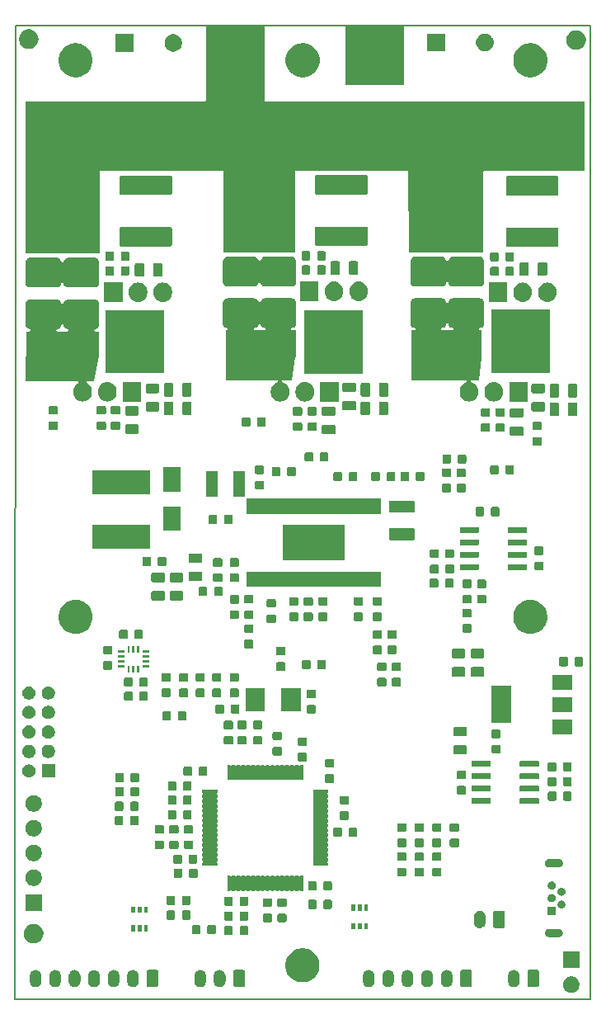
<source format=gbr>
G04 #@! TF.GenerationSoftware,KiCad,Pcbnew,(5.1.5)-3*
G04 #@! TF.CreationDate,2020-04-08T13:55:35-05:00*
G04 #@! TF.ProjectId,Cheap FOCer 2 60mm,43686561-7020-4464-9f43-657220322036,1*
G04 #@! TF.SameCoordinates,PX6979f40PYa1135a0*
G04 #@! TF.FileFunction,Soldermask,Top*
G04 #@! TF.FilePolarity,Negative*
%FSLAX46Y46*%
G04 Gerber Fmt 4.6, Leading zero omitted, Abs format (unit mm)*
G04 Created by KiCad (PCBNEW (5.1.5)-3) date 2020-04-08 13:55:35*
%MOMM*%
%LPD*%
G04 APERTURE LIST*
%ADD10C,0.150000*%
G04 APERTURE END LIST*
D10*
X59100000Y99900000D02*
X25000Y99900000D01*
X0Y0D02*
X59100000Y0D01*
X25000Y99900000D02*
X0Y0D01*
X59100000Y0D02*
X59100000Y99900000D01*
G36*
X57347935Y2277336D02*
G01*
X57502624Y2213261D01*
X57502626Y2213260D01*
X57641844Y2120238D01*
X57760238Y2001844D01*
X57828842Y1899170D01*
X57853261Y1862624D01*
X57917336Y1707935D01*
X57950000Y1543719D01*
X57950000Y1376281D01*
X57917336Y1212065D01*
X57853261Y1057376D01*
X57853260Y1057374D01*
X57760238Y918156D01*
X57641844Y799762D01*
X57502626Y706740D01*
X57502625Y706739D01*
X57502624Y706739D01*
X57347935Y642664D01*
X57183719Y610000D01*
X57016281Y610000D01*
X56852065Y642664D01*
X56697376Y706739D01*
X56697375Y706739D01*
X56697374Y706740D01*
X56558156Y799762D01*
X56439762Y918156D01*
X56346740Y1057374D01*
X56346739Y1057376D01*
X56282664Y1212065D01*
X56250000Y1376281D01*
X56250000Y1543719D01*
X56282664Y1707935D01*
X56346739Y1862624D01*
X56371158Y1899170D01*
X56439762Y2001844D01*
X56558156Y2120238D01*
X56697374Y2213260D01*
X56697376Y2213261D01*
X56852065Y2277336D01*
X57016281Y2310000D01*
X57183719Y2310000D01*
X57347935Y2277336D01*
G37*
G36*
X2217621Y2966318D02*
G01*
X2330721Y2932010D01*
X2434955Y2876296D01*
X2526317Y2801317D01*
X2601296Y2709955D01*
X2657010Y2605721D01*
X2691318Y2492621D01*
X2700000Y2404474D01*
X2700000Y1795526D01*
X2691318Y1707379D01*
X2657010Y1594279D01*
X2601296Y1490045D01*
X2526317Y1398683D01*
X2434954Y1323704D01*
X2330720Y1267990D01*
X2217620Y1233682D01*
X2100000Y1222097D01*
X1982379Y1233682D01*
X1869279Y1267990D01*
X1765045Y1323704D01*
X1673683Y1398683D01*
X1598704Y1490046D01*
X1542990Y1594280D01*
X1508682Y1707380D01*
X1500000Y1795527D01*
X1500000Y2404474D01*
X1508682Y2492621D01*
X1542990Y2605721D01*
X1598705Y2709955D01*
X1673684Y2801317D01*
X1765046Y2876296D01*
X1869280Y2932010D01*
X1982380Y2966318D01*
X2100000Y2977903D01*
X2217621Y2966318D01*
G37*
G36*
X51317621Y2966318D02*
G01*
X51430721Y2932010D01*
X51534955Y2876296D01*
X51626317Y2801317D01*
X51701296Y2709955D01*
X51757010Y2605721D01*
X51791318Y2492621D01*
X51800000Y2404474D01*
X51800000Y1795526D01*
X51791318Y1707379D01*
X51757010Y1594279D01*
X51701296Y1490045D01*
X51626317Y1398683D01*
X51534954Y1323704D01*
X51430720Y1267990D01*
X51317620Y1233682D01*
X51200000Y1222097D01*
X51082379Y1233682D01*
X50969279Y1267990D01*
X50865045Y1323704D01*
X50773683Y1398683D01*
X50698704Y1490046D01*
X50642990Y1594280D01*
X50608682Y1707380D01*
X50600000Y1795527D01*
X50600000Y2404474D01*
X50608682Y2492621D01*
X50642990Y2605721D01*
X50698705Y2709955D01*
X50773684Y2801317D01*
X50865046Y2876296D01*
X50969280Y2932010D01*
X51082380Y2966318D01*
X51200000Y2977903D01*
X51317621Y2966318D01*
G37*
G36*
X36417621Y2966318D02*
G01*
X36530721Y2932010D01*
X36634955Y2876296D01*
X36726317Y2801317D01*
X36801296Y2709955D01*
X36857010Y2605721D01*
X36891318Y2492621D01*
X36900000Y2404474D01*
X36900000Y1795526D01*
X36891318Y1707379D01*
X36857010Y1594279D01*
X36801296Y1490045D01*
X36726317Y1398683D01*
X36634954Y1323704D01*
X36530720Y1267990D01*
X36417620Y1233682D01*
X36300000Y1222097D01*
X36182379Y1233682D01*
X36069279Y1267990D01*
X35965045Y1323704D01*
X35873683Y1398683D01*
X35798704Y1490046D01*
X35742990Y1594280D01*
X35708682Y1707380D01*
X35700000Y1795527D01*
X35700000Y2404474D01*
X35708682Y2492621D01*
X35742990Y2605721D01*
X35798705Y2709955D01*
X35873684Y2801317D01*
X35965046Y2876296D01*
X36069280Y2932010D01*
X36182380Y2966318D01*
X36300000Y2977903D01*
X36417621Y2966318D01*
G37*
G36*
X38417621Y2966318D02*
G01*
X38530721Y2932010D01*
X38634955Y2876296D01*
X38726317Y2801317D01*
X38801296Y2709955D01*
X38857010Y2605721D01*
X38891318Y2492621D01*
X38900000Y2404474D01*
X38900000Y1795526D01*
X38891318Y1707379D01*
X38857010Y1594279D01*
X38801296Y1490045D01*
X38726317Y1398683D01*
X38634954Y1323704D01*
X38530720Y1267990D01*
X38417620Y1233682D01*
X38300000Y1222097D01*
X38182379Y1233682D01*
X38069279Y1267990D01*
X37965045Y1323704D01*
X37873683Y1398683D01*
X37798704Y1490046D01*
X37742990Y1594280D01*
X37708682Y1707380D01*
X37700000Y1795527D01*
X37700000Y2404474D01*
X37708682Y2492621D01*
X37742990Y2605721D01*
X37798705Y2709955D01*
X37873684Y2801317D01*
X37965046Y2876296D01*
X38069280Y2932010D01*
X38182380Y2966318D01*
X38300000Y2977903D01*
X38417621Y2966318D01*
G37*
G36*
X40417621Y2966318D02*
G01*
X40530721Y2932010D01*
X40634955Y2876296D01*
X40726317Y2801317D01*
X40801296Y2709955D01*
X40857010Y2605721D01*
X40891318Y2492621D01*
X40900000Y2404474D01*
X40900000Y1795526D01*
X40891318Y1707379D01*
X40857010Y1594279D01*
X40801296Y1490045D01*
X40726317Y1398683D01*
X40634954Y1323704D01*
X40530720Y1267990D01*
X40417620Y1233682D01*
X40300000Y1222097D01*
X40182379Y1233682D01*
X40069279Y1267990D01*
X39965045Y1323704D01*
X39873683Y1398683D01*
X39798704Y1490046D01*
X39742990Y1594280D01*
X39708682Y1707380D01*
X39700000Y1795527D01*
X39700000Y2404474D01*
X39708682Y2492621D01*
X39742990Y2605721D01*
X39798705Y2709955D01*
X39873684Y2801317D01*
X39965046Y2876296D01*
X40069280Y2932010D01*
X40182380Y2966318D01*
X40300000Y2977903D01*
X40417621Y2966318D01*
G37*
G36*
X42417621Y2966318D02*
G01*
X42530721Y2932010D01*
X42634955Y2876296D01*
X42726317Y2801317D01*
X42801296Y2709955D01*
X42857010Y2605721D01*
X42891318Y2492621D01*
X42900000Y2404474D01*
X42900000Y1795526D01*
X42891318Y1707379D01*
X42857010Y1594279D01*
X42801296Y1490045D01*
X42726317Y1398683D01*
X42634954Y1323704D01*
X42530720Y1267990D01*
X42417620Y1233682D01*
X42300000Y1222097D01*
X42182379Y1233682D01*
X42069279Y1267990D01*
X41965045Y1323704D01*
X41873683Y1398683D01*
X41798704Y1490046D01*
X41742990Y1594280D01*
X41708682Y1707380D01*
X41700000Y1795527D01*
X41700000Y2404474D01*
X41708682Y2492621D01*
X41742990Y2605721D01*
X41798705Y2709955D01*
X41873684Y2801317D01*
X41965046Y2876296D01*
X42069280Y2932010D01*
X42182380Y2966318D01*
X42300000Y2977903D01*
X42417621Y2966318D01*
G37*
G36*
X44417621Y2966318D02*
G01*
X44530721Y2932010D01*
X44634955Y2876296D01*
X44726317Y2801317D01*
X44801296Y2709955D01*
X44857010Y2605721D01*
X44891318Y2492621D01*
X44900000Y2404474D01*
X44900000Y1795526D01*
X44891318Y1707379D01*
X44857010Y1594279D01*
X44801296Y1490045D01*
X44726317Y1398683D01*
X44634954Y1323704D01*
X44530720Y1267990D01*
X44417620Y1233682D01*
X44300000Y1222097D01*
X44182379Y1233682D01*
X44069279Y1267990D01*
X43965045Y1323704D01*
X43873683Y1398683D01*
X43798704Y1490046D01*
X43742990Y1594280D01*
X43708682Y1707380D01*
X43700000Y1795527D01*
X43700000Y2404474D01*
X43708682Y2492621D01*
X43742990Y2605721D01*
X43798705Y2709955D01*
X43873684Y2801317D01*
X43965046Y2876296D01*
X44069280Y2932010D01*
X44182380Y2966318D01*
X44300000Y2977903D01*
X44417621Y2966318D01*
G37*
G36*
X19117621Y2966318D02*
G01*
X19230721Y2932010D01*
X19334955Y2876296D01*
X19426317Y2801317D01*
X19501296Y2709955D01*
X19557010Y2605721D01*
X19591318Y2492621D01*
X19600000Y2404474D01*
X19600000Y1795526D01*
X19591318Y1707379D01*
X19557010Y1594279D01*
X19501296Y1490045D01*
X19426317Y1398683D01*
X19334954Y1323704D01*
X19230720Y1267990D01*
X19117620Y1233682D01*
X19000000Y1222097D01*
X18882379Y1233682D01*
X18769279Y1267990D01*
X18665045Y1323704D01*
X18573683Y1398683D01*
X18498704Y1490046D01*
X18442990Y1594280D01*
X18408682Y1707380D01*
X18400000Y1795527D01*
X18400000Y2404474D01*
X18408682Y2492621D01*
X18442990Y2605721D01*
X18498705Y2709955D01*
X18573684Y2801317D01*
X18665046Y2876296D01*
X18769280Y2932010D01*
X18882380Y2966318D01*
X19000000Y2977903D01*
X19117621Y2966318D01*
G37*
G36*
X21117621Y2966318D02*
G01*
X21230721Y2932010D01*
X21334955Y2876296D01*
X21426317Y2801317D01*
X21501296Y2709955D01*
X21557010Y2605721D01*
X21591318Y2492621D01*
X21600000Y2404474D01*
X21600000Y1795526D01*
X21591318Y1707379D01*
X21557010Y1594279D01*
X21501296Y1490045D01*
X21426317Y1398683D01*
X21334954Y1323704D01*
X21230720Y1267990D01*
X21117620Y1233682D01*
X21000000Y1222097D01*
X20882379Y1233682D01*
X20769279Y1267990D01*
X20665045Y1323704D01*
X20573683Y1398683D01*
X20498704Y1490046D01*
X20442990Y1594280D01*
X20408682Y1707380D01*
X20400000Y1795527D01*
X20400000Y2404474D01*
X20408682Y2492621D01*
X20442990Y2605721D01*
X20498705Y2709955D01*
X20573684Y2801317D01*
X20665046Y2876296D01*
X20769280Y2932010D01*
X20882380Y2966318D01*
X21000000Y2977903D01*
X21117621Y2966318D01*
G37*
G36*
X4217621Y2966318D02*
G01*
X4330721Y2932010D01*
X4434955Y2876296D01*
X4526317Y2801317D01*
X4601296Y2709955D01*
X4657010Y2605721D01*
X4691318Y2492621D01*
X4700000Y2404474D01*
X4700000Y1795526D01*
X4691318Y1707379D01*
X4657010Y1594279D01*
X4601296Y1490045D01*
X4526317Y1398683D01*
X4434954Y1323704D01*
X4330720Y1267990D01*
X4217620Y1233682D01*
X4100000Y1222097D01*
X3982379Y1233682D01*
X3869279Y1267990D01*
X3765045Y1323704D01*
X3673683Y1398683D01*
X3598704Y1490046D01*
X3542990Y1594280D01*
X3508682Y1707380D01*
X3500000Y1795527D01*
X3500000Y2404474D01*
X3508682Y2492621D01*
X3542990Y2605721D01*
X3598705Y2709955D01*
X3673684Y2801317D01*
X3765046Y2876296D01*
X3869280Y2932010D01*
X3982380Y2966318D01*
X4100000Y2977903D01*
X4217621Y2966318D01*
G37*
G36*
X6217621Y2966318D02*
G01*
X6330721Y2932010D01*
X6434955Y2876296D01*
X6526317Y2801317D01*
X6601296Y2709955D01*
X6657010Y2605721D01*
X6691318Y2492621D01*
X6700000Y2404474D01*
X6700000Y1795526D01*
X6691318Y1707379D01*
X6657010Y1594279D01*
X6601296Y1490045D01*
X6526317Y1398683D01*
X6434954Y1323704D01*
X6330720Y1267990D01*
X6217620Y1233682D01*
X6100000Y1222097D01*
X5982379Y1233682D01*
X5869279Y1267990D01*
X5765045Y1323704D01*
X5673683Y1398683D01*
X5598704Y1490046D01*
X5542990Y1594280D01*
X5508682Y1707380D01*
X5500000Y1795527D01*
X5500000Y2404474D01*
X5508682Y2492621D01*
X5542990Y2605721D01*
X5598705Y2709955D01*
X5673684Y2801317D01*
X5765046Y2876296D01*
X5869280Y2932010D01*
X5982380Y2966318D01*
X6100000Y2977903D01*
X6217621Y2966318D01*
G37*
G36*
X10217621Y2966318D02*
G01*
X10330721Y2932010D01*
X10434955Y2876296D01*
X10526317Y2801317D01*
X10601296Y2709955D01*
X10657010Y2605721D01*
X10691318Y2492621D01*
X10700000Y2404474D01*
X10700000Y1795526D01*
X10691318Y1707379D01*
X10657010Y1594279D01*
X10601296Y1490045D01*
X10526317Y1398683D01*
X10434954Y1323704D01*
X10330720Y1267990D01*
X10217620Y1233682D01*
X10100000Y1222097D01*
X9982379Y1233682D01*
X9869279Y1267990D01*
X9765045Y1323704D01*
X9673683Y1398683D01*
X9598704Y1490046D01*
X9542990Y1594280D01*
X9508682Y1707380D01*
X9500000Y1795527D01*
X9500000Y2404474D01*
X9508682Y2492621D01*
X9542990Y2605721D01*
X9598705Y2709955D01*
X9673684Y2801317D01*
X9765046Y2876296D01*
X9869280Y2932010D01*
X9982380Y2966318D01*
X10100000Y2977903D01*
X10217621Y2966318D01*
G37*
G36*
X8217621Y2966318D02*
G01*
X8330721Y2932010D01*
X8434955Y2876296D01*
X8526317Y2801317D01*
X8601296Y2709955D01*
X8657010Y2605721D01*
X8691318Y2492621D01*
X8700000Y2404474D01*
X8700000Y1795526D01*
X8691318Y1707379D01*
X8657010Y1594279D01*
X8601296Y1490045D01*
X8526317Y1398683D01*
X8434954Y1323704D01*
X8330720Y1267990D01*
X8217620Y1233682D01*
X8100000Y1222097D01*
X7982379Y1233682D01*
X7869279Y1267990D01*
X7765045Y1323704D01*
X7673683Y1398683D01*
X7598704Y1490046D01*
X7542990Y1594280D01*
X7508682Y1707380D01*
X7500000Y1795527D01*
X7500000Y2404474D01*
X7508682Y2492621D01*
X7542990Y2605721D01*
X7598705Y2709955D01*
X7673684Y2801317D01*
X7765046Y2876296D01*
X7869280Y2932010D01*
X7982380Y2966318D01*
X8100000Y2977903D01*
X8217621Y2966318D01*
G37*
G36*
X12217621Y2966318D02*
G01*
X12330721Y2932010D01*
X12434955Y2876296D01*
X12526317Y2801317D01*
X12601296Y2709955D01*
X12657010Y2605721D01*
X12691318Y2492621D01*
X12700000Y2404474D01*
X12700000Y1795526D01*
X12691318Y1707379D01*
X12657010Y1594279D01*
X12601296Y1490045D01*
X12526317Y1398683D01*
X12434954Y1323704D01*
X12330720Y1267990D01*
X12217620Y1233682D01*
X12100000Y1222097D01*
X11982379Y1233682D01*
X11869279Y1267990D01*
X11765045Y1323704D01*
X11673683Y1398683D01*
X11598704Y1490046D01*
X11542990Y1594280D01*
X11508682Y1707380D01*
X11500000Y1795527D01*
X11500000Y2404474D01*
X11508682Y2492621D01*
X11542990Y2605721D01*
X11598705Y2709955D01*
X11673684Y2801317D01*
X11765046Y2876296D01*
X11869280Y2932010D01*
X11982380Y2966318D01*
X12100000Y2977903D01*
X12217621Y2966318D01*
G37*
G36*
X14557345Y2971005D02*
G01*
X14590451Y2960962D01*
X14620964Y2944653D01*
X14647706Y2922706D01*
X14669653Y2895964D01*
X14685962Y2865451D01*
X14696005Y2832345D01*
X14700000Y2791779D01*
X14700000Y1408221D01*
X14696005Y1367655D01*
X14685962Y1334549D01*
X14669653Y1304036D01*
X14647706Y1277294D01*
X14620964Y1255347D01*
X14590451Y1239038D01*
X14557345Y1228995D01*
X14516779Y1225000D01*
X13683221Y1225000D01*
X13642655Y1228995D01*
X13609549Y1239038D01*
X13579036Y1255347D01*
X13552294Y1277294D01*
X13530347Y1304036D01*
X13514038Y1334549D01*
X13503995Y1367655D01*
X13500000Y1408221D01*
X13500000Y2791779D01*
X13503995Y2832345D01*
X13514038Y2865451D01*
X13530347Y2895964D01*
X13552294Y2922706D01*
X13579036Y2944653D01*
X13609549Y2960962D01*
X13642655Y2971005D01*
X13683221Y2975000D01*
X14516779Y2975000D01*
X14557345Y2971005D01*
G37*
G36*
X23457345Y2971005D02*
G01*
X23490451Y2960962D01*
X23520964Y2944653D01*
X23547706Y2922706D01*
X23569653Y2895964D01*
X23585962Y2865451D01*
X23596005Y2832345D01*
X23600000Y2791779D01*
X23600000Y1408221D01*
X23596005Y1367655D01*
X23585962Y1334549D01*
X23569653Y1304036D01*
X23547706Y1277294D01*
X23520964Y1255347D01*
X23490451Y1239038D01*
X23457345Y1228995D01*
X23416779Y1225000D01*
X22583221Y1225000D01*
X22542655Y1228995D01*
X22509549Y1239038D01*
X22479036Y1255347D01*
X22452294Y1277294D01*
X22430347Y1304036D01*
X22414038Y1334549D01*
X22403995Y1367655D01*
X22400000Y1408221D01*
X22400000Y2791779D01*
X22403995Y2832345D01*
X22414038Y2865451D01*
X22430347Y2895964D01*
X22452294Y2922706D01*
X22479036Y2944653D01*
X22509549Y2960962D01*
X22542655Y2971005D01*
X22583221Y2975000D01*
X23416779Y2975000D01*
X23457345Y2971005D01*
G37*
G36*
X46757345Y2971005D02*
G01*
X46790451Y2960962D01*
X46820964Y2944653D01*
X46847706Y2922706D01*
X46869653Y2895964D01*
X46885962Y2865451D01*
X46896005Y2832345D01*
X46900000Y2791779D01*
X46900000Y1408221D01*
X46896005Y1367655D01*
X46885962Y1334549D01*
X46869653Y1304036D01*
X46847706Y1277294D01*
X46820964Y1255347D01*
X46790451Y1239038D01*
X46757345Y1228995D01*
X46716779Y1225000D01*
X45883221Y1225000D01*
X45842655Y1228995D01*
X45809549Y1239038D01*
X45779036Y1255347D01*
X45752294Y1277294D01*
X45730347Y1304036D01*
X45714038Y1334549D01*
X45703995Y1367655D01*
X45700000Y1408221D01*
X45700000Y2791779D01*
X45703995Y2832345D01*
X45714038Y2865451D01*
X45730347Y2895964D01*
X45752294Y2922706D01*
X45779036Y2944653D01*
X45809549Y2960962D01*
X45842655Y2971005D01*
X45883221Y2975000D01*
X46716779Y2975000D01*
X46757345Y2971005D01*
G37*
G36*
X53657345Y2971005D02*
G01*
X53690451Y2960962D01*
X53720964Y2944653D01*
X53747706Y2922706D01*
X53769653Y2895964D01*
X53785962Y2865451D01*
X53796005Y2832345D01*
X53800000Y2791779D01*
X53800000Y1408221D01*
X53796005Y1367655D01*
X53785962Y1334549D01*
X53769653Y1304036D01*
X53747706Y1277294D01*
X53720964Y1255347D01*
X53690451Y1239038D01*
X53657345Y1228995D01*
X53616779Y1225000D01*
X52783221Y1225000D01*
X52742655Y1228995D01*
X52709549Y1239038D01*
X52679036Y1255347D01*
X52652294Y1277294D01*
X52630347Y1304036D01*
X52614038Y1334549D01*
X52603995Y1367655D01*
X52600000Y1408221D01*
X52600000Y2791779D01*
X52603995Y2832345D01*
X52614038Y2865451D01*
X52630347Y2895964D01*
X52652294Y2922706D01*
X52679036Y2944653D01*
X52709549Y2960962D01*
X52742655Y2971005D01*
X52783221Y2975000D01*
X53616779Y2975000D01*
X53657345Y2971005D01*
G37*
G36*
X29841408Y5166374D02*
G01*
X30010456Y5132749D01*
X30328936Y5000830D01*
X30615560Y4809314D01*
X30859314Y4565560D01*
X31050830Y4278936D01*
X31182749Y3960456D01*
X31250000Y3622360D01*
X31250000Y3277640D01*
X31182749Y2939544D01*
X31050830Y2621064D01*
X30859314Y2334440D01*
X30615560Y2090686D01*
X30328936Y1899170D01*
X30010456Y1767251D01*
X29841408Y1733626D01*
X29672361Y1700000D01*
X29327639Y1700000D01*
X29158592Y1733626D01*
X28989544Y1767251D01*
X28671064Y1899170D01*
X28384440Y2090686D01*
X28140686Y2334440D01*
X27949170Y2621064D01*
X27817251Y2939544D01*
X27750000Y3277640D01*
X27750000Y3622360D01*
X27817251Y3960456D01*
X27949170Y4278936D01*
X28140686Y4565560D01*
X28384440Y4809314D01*
X28671064Y5000830D01*
X28989544Y5132749D01*
X29158592Y5166374D01*
X29327639Y5200000D01*
X29672361Y5200000D01*
X29841408Y5166374D01*
G37*
G36*
X57950000Y3150000D02*
G01*
X56250000Y3150000D01*
X56250000Y4850000D01*
X57950000Y4850000D01*
X57950000Y3150000D01*
G37*
G36*
X2127290Y7674381D02*
G01*
X2191689Y7661571D01*
X2373678Y7586189D01*
X2537463Y7476751D01*
X2676751Y7337463D01*
X2786189Y7173678D01*
X2853050Y7012260D01*
X2861571Y6991688D01*
X2900000Y6798493D01*
X2900000Y6601507D01*
X2885618Y6529203D01*
X2861571Y6408311D01*
X2786189Y6226322D01*
X2676751Y6062537D01*
X2537463Y5923249D01*
X2373678Y5813811D01*
X2191689Y5738429D01*
X2127290Y5725619D01*
X1998493Y5700000D01*
X1801507Y5700000D01*
X1672710Y5725619D01*
X1608311Y5738429D01*
X1426322Y5813811D01*
X1262537Y5923249D01*
X1123249Y6062537D01*
X1013811Y6226322D01*
X938429Y6408311D01*
X914382Y6529203D01*
X900000Y6601507D01*
X900000Y6798493D01*
X938429Y6991688D01*
X946950Y7012260D01*
X1013811Y7173678D01*
X1123249Y7337463D01*
X1262537Y7476751D01*
X1426322Y7586189D01*
X1608311Y7661571D01*
X1672710Y7674381D01*
X1801507Y7700000D01*
X1998493Y7700000D01*
X2127290Y7674381D01*
G37*
G36*
X55903316Y7193851D02*
G01*
X55983427Y7169549D01*
X56052492Y7132632D01*
X56057260Y7130084D01*
X56074117Y7116250D01*
X56121975Y7076975D01*
X56161250Y7029117D01*
X56175084Y7012260D01*
X56175085Y7012258D01*
X56214549Y6938427D01*
X56238851Y6858316D01*
X56247056Y6775000D01*
X56238851Y6691684D01*
X56214549Y6611573D01*
X56182619Y6551837D01*
X56175084Y6537740D01*
X56167579Y6528595D01*
X56121975Y6473025D01*
X56074117Y6433750D01*
X56057260Y6419916D01*
X56057258Y6419915D01*
X55983427Y6380451D01*
X55903316Y6356149D01*
X55840878Y6350000D01*
X54799122Y6350000D01*
X54736684Y6356149D01*
X54656573Y6380451D01*
X54582742Y6419915D01*
X54582740Y6419916D01*
X54565883Y6433750D01*
X54518025Y6473025D01*
X54472421Y6528595D01*
X54464916Y6537740D01*
X54457381Y6551837D01*
X54425451Y6611573D01*
X54401149Y6691684D01*
X54392944Y6775000D01*
X54401149Y6858316D01*
X54425451Y6938427D01*
X54464915Y7012258D01*
X54464916Y7012260D01*
X54478750Y7029117D01*
X54518025Y7076975D01*
X54565883Y7116250D01*
X54582740Y7130084D01*
X54587508Y7132632D01*
X54656573Y7169549D01*
X54736684Y7193851D01*
X54799122Y7200000D01*
X55840878Y7200000D01*
X55903316Y7193851D01*
G37*
G36*
X22224116Y7471405D02*
G01*
X22253311Y7462548D01*
X22280223Y7448163D01*
X22303808Y7428808D01*
X22323163Y7405223D01*
X22337548Y7378311D01*
X22346405Y7349116D01*
X22350000Y7312610D01*
X22350000Y6687390D01*
X22346405Y6650884D01*
X22337548Y6621689D01*
X22323163Y6594777D01*
X22303808Y6571192D01*
X22280223Y6551837D01*
X22253311Y6537452D01*
X22224116Y6528595D01*
X22187610Y6525000D01*
X21637390Y6525000D01*
X21600884Y6528595D01*
X21571689Y6537452D01*
X21544777Y6551837D01*
X21521192Y6571192D01*
X21501837Y6594777D01*
X21487452Y6621689D01*
X21478595Y6650884D01*
X21475000Y6687390D01*
X21475000Y7312610D01*
X21478595Y7349116D01*
X21487452Y7378311D01*
X21501837Y7405223D01*
X21521192Y7428808D01*
X21544777Y7448163D01*
X21571689Y7462548D01*
X21600884Y7471405D01*
X21637390Y7475000D01*
X22187610Y7475000D01*
X22224116Y7471405D01*
G37*
G36*
X23799116Y7471405D02*
G01*
X23828311Y7462548D01*
X23855223Y7448163D01*
X23878808Y7428808D01*
X23898163Y7405223D01*
X23912548Y7378311D01*
X23921405Y7349116D01*
X23925000Y7312610D01*
X23925000Y6687390D01*
X23921405Y6650884D01*
X23912548Y6621689D01*
X23898163Y6594777D01*
X23878808Y6571192D01*
X23855223Y6551837D01*
X23828311Y6537452D01*
X23799116Y6528595D01*
X23762610Y6525000D01*
X23212390Y6525000D01*
X23175884Y6528595D01*
X23146689Y6537452D01*
X23119777Y6551837D01*
X23096192Y6571192D01*
X23076837Y6594777D01*
X23062452Y6621689D01*
X23053595Y6650884D01*
X23050000Y6687390D01*
X23050000Y7312610D01*
X23053595Y7349116D01*
X23062452Y7378311D01*
X23076837Y7405223D01*
X23096192Y7428808D01*
X23119777Y7448163D01*
X23146689Y7462548D01*
X23175884Y7471405D01*
X23212390Y7475000D01*
X23762610Y7475000D01*
X23799116Y7471405D01*
G37*
G36*
X20474116Y7571405D02*
G01*
X20503311Y7562548D01*
X20530223Y7548163D01*
X20553808Y7528808D01*
X20573163Y7505223D01*
X20587548Y7478311D01*
X20596405Y7449116D01*
X20600000Y7412610D01*
X20600000Y6787390D01*
X20596405Y6750884D01*
X20587548Y6721689D01*
X20573163Y6694777D01*
X20553808Y6671192D01*
X20530223Y6651837D01*
X20503311Y6637452D01*
X20474116Y6628595D01*
X20437610Y6625000D01*
X19887390Y6625000D01*
X19850884Y6628595D01*
X19821689Y6637452D01*
X19794777Y6651837D01*
X19771192Y6671192D01*
X19751837Y6694777D01*
X19737452Y6721689D01*
X19728595Y6750884D01*
X19725000Y6787390D01*
X19725000Y7412610D01*
X19728595Y7449116D01*
X19737452Y7478311D01*
X19751837Y7505223D01*
X19771192Y7528808D01*
X19794777Y7548163D01*
X19821689Y7562548D01*
X19850884Y7571405D01*
X19887390Y7575000D01*
X20437610Y7575000D01*
X20474116Y7571405D01*
G37*
G36*
X18899116Y7571405D02*
G01*
X18928311Y7562548D01*
X18955223Y7548163D01*
X18978808Y7528808D01*
X18998163Y7505223D01*
X19012548Y7478311D01*
X19021405Y7449116D01*
X19025000Y7412610D01*
X19025000Y6787390D01*
X19021405Y6750884D01*
X19012548Y6721689D01*
X18998163Y6694777D01*
X18978808Y6671192D01*
X18955223Y6651837D01*
X18928311Y6637452D01*
X18899116Y6628595D01*
X18862610Y6625000D01*
X18312390Y6625000D01*
X18275884Y6628595D01*
X18246689Y6637452D01*
X18219777Y6651837D01*
X18196192Y6671192D01*
X18176837Y6694777D01*
X18162452Y6721689D01*
X18153595Y6750884D01*
X18150000Y6787390D01*
X18150000Y7412610D01*
X18153595Y7449116D01*
X18162452Y7478311D01*
X18176837Y7505223D01*
X18196192Y7528808D01*
X18219777Y7548163D01*
X18246689Y7562548D01*
X18275884Y7571405D01*
X18312390Y7575000D01*
X18862610Y7575000D01*
X18899116Y7571405D01*
G37*
G36*
X13625000Y6925000D02*
G01*
X13225000Y6925000D01*
X13225000Y7575000D01*
X13625000Y7575000D01*
X13625000Y6925000D01*
G37*
G36*
X12325000Y6925000D02*
G01*
X11925000Y6925000D01*
X11925000Y7575000D01*
X12325000Y7575000D01*
X12325000Y6925000D01*
G37*
G36*
X12975000Y6925000D02*
G01*
X12575000Y6925000D01*
X12575000Y7575000D01*
X12975000Y7575000D01*
X12975000Y6925000D01*
G37*
G36*
X36225000Y7125000D02*
G01*
X35825000Y7125000D01*
X35825000Y7775000D01*
X36225000Y7775000D01*
X36225000Y7125000D01*
G37*
G36*
X35575000Y7125000D02*
G01*
X35175000Y7125000D01*
X35175000Y7775000D01*
X35575000Y7775000D01*
X35575000Y7125000D01*
G37*
G36*
X34925000Y7125000D02*
G01*
X34525000Y7125000D01*
X34525000Y7775000D01*
X34925000Y7775000D01*
X34925000Y7125000D01*
G37*
G36*
X47817621Y9016318D02*
G01*
X47930721Y8982010D01*
X48034955Y8926296D01*
X48126317Y8851317D01*
X48201296Y8759955D01*
X48257010Y8655721D01*
X48291318Y8542621D01*
X48300000Y8454474D01*
X48300000Y7845526D01*
X48291318Y7757379D01*
X48257010Y7644279D01*
X48201296Y7540045D01*
X48126317Y7448683D01*
X48034954Y7373704D01*
X47930720Y7317990D01*
X47817620Y7283682D01*
X47700000Y7272097D01*
X47582379Y7283682D01*
X47469279Y7317990D01*
X47365045Y7373704D01*
X47273683Y7448683D01*
X47198704Y7540046D01*
X47142990Y7644280D01*
X47108682Y7757380D01*
X47100000Y7845527D01*
X47100000Y8454474D01*
X47108682Y8542621D01*
X47142990Y8655721D01*
X47198705Y8759955D01*
X47273684Y8851317D01*
X47365046Y8926296D01*
X47469280Y8982010D01*
X47582380Y9016318D01*
X47700000Y9027903D01*
X47817621Y9016318D01*
G37*
G36*
X50157345Y9021005D02*
G01*
X50190451Y9010962D01*
X50220964Y8994653D01*
X50247706Y8972706D01*
X50269653Y8945964D01*
X50285962Y8915451D01*
X50296005Y8882345D01*
X50300000Y8841779D01*
X50300000Y7458221D01*
X50296005Y7417655D01*
X50285962Y7384549D01*
X50269653Y7354036D01*
X50247706Y7327294D01*
X50220964Y7305347D01*
X50190451Y7289038D01*
X50157345Y7278995D01*
X50116779Y7275000D01*
X49283221Y7275000D01*
X49242655Y7278995D01*
X49209549Y7289038D01*
X49179036Y7305347D01*
X49152294Y7327294D01*
X49130347Y7354036D01*
X49114038Y7384549D01*
X49103995Y7417655D01*
X49100000Y7458221D01*
X49100000Y8841779D01*
X49103995Y8882345D01*
X49114038Y8915451D01*
X49130347Y8945964D01*
X49152294Y8972706D01*
X49179036Y8994653D01*
X49209549Y9010962D01*
X49242655Y9021005D01*
X49283221Y9025000D01*
X50116779Y9025000D01*
X50157345Y9021005D01*
G37*
G36*
X27749116Y8746405D02*
G01*
X27778311Y8737548D01*
X27805223Y8723163D01*
X27828808Y8703808D01*
X27848163Y8680223D01*
X27862548Y8653311D01*
X27871405Y8624116D01*
X27875000Y8587610D01*
X27875000Y8037390D01*
X27871405Y8000884D01*
X27862548Y7971689D01*
X27848163Y7944777D01*
X27828808Y7921192D01*
X27805223Y7901837D01*
X27778311Y7887452D01*
X27749116Y7878595D01*
X27712610Y7875000D01*
X27087390Y7875000D01*
X27050884Y7878595D01*
X27021689Y7887452D01*
X26994777Y7901837D01*
X26971192Y7921192D01*
X26951837Y7944777D01*
X26937452Y7971689D01*
X26928595Y8000884D01*
X26925000Y8037390D01*
X26925000Y8587610D01*
X26928595Y8624116D01*
X26937452Y8653311D01*
X26951837Y8680223D01*
X26971192Y8703808D01*
X26994777Y8723163D01*
X27021689Y8737548D01*
X27050884Y8746405D01*
X27087390Y8750000D01*
X27712610Y8750000D01*
X27749116Y8746405D01*
G37*
G36*
X26249116Y8746405D02*
G01*
X26278311Y8737548D01*
X26305223Y8723163D01*
X26328808Y8703808D01*
X26348163Y8680223D01*
X26362548Y8653311D01*
X26371405Y8624116D01*
X26375000Y8587610D01*
X26375000Y8037390D01*
X26371405Y8000884D01*
X26362548Y7971689D01*
X26348163Y7944777D01*
X26328808Y7921192D01*
X26305223Y7901837D01*
X26278311Y7887452D01*
X26249116Y7878595D01*
X26212610Y7875000D01*
X25587390Y7875000D01*
X25550884Y7878595D01*
X25521689Y7887452D01*
X25494777Y7901837D01*
X25471192Y7921192D01*
X25451837Y7944777D01*
X25437452Y7971689D01*
X25428595Y8000884D01*
X25425000Y8037390D01*
X25425000Y8587610D01*
X25428595Y8624116D01*
X25437452Y8653311D01*
X25451837Y8680223D01*
X25471192Y8703808D01*
X25494777Y8723163D01*
X25521689Y8737548D01*
X25550884Y8746405D01*
X25587390Y8750000D01*
X26212610Y8750000D01*
X26249116Y8746405D01*
G37*
G36*
X22224116Y8971405D02*
G01*
X22253311Y8962548D01*
X22280223Y8948163D01*
X22303808Y8928808D01*
X22323163Y8905223D01*
X22337548Y8878311D01*
X22346405Y8849116D01*
X22350000Y8812610D01*
X22350000Y8187390D01*
X22346405Y8150884D01*
X22337548Y8121689D01*
X22323163Y8094777D01*
X22303808Y8071192D01*
X22280223Y8051837D01*
X22253311Y8037452D01*
X22224116Y8028595D01*
X22187610Y8025000D01*
X21637390Y8025000D01*
X21600884Y8028595D01*
X21571689Y8037452D01*
X21544777Y8051837D01*
X21521192Y8071192D01*
X21501837Y8094777D01*
X21487452Y8121689D01*
X21478595Y8150884D01*
X21475000Y8187390D01*
X21475000Y8812610D01*
X21478595Y8849116D01*
X21487452Y8878311D01*
X21501837Y8905223D01*
X21521192Y8928808D01*
X21544777Y8948163D01*
X21571689Y8962548D01*
X21600884Y8971405D01*
X21637390Y8975000D01*
X22187610Y8975000D01*
X22224116Y8971405D01*
G37*
G36*
X23799116Y8971405D02*
G01*
X23828311Y8962548D01*
X23855223Y8948163D01*
X23878808Y8928808D01*
X23898163Y8905223D01*
X23912548Y8878311D01*
X23921405Y8849116D01*
X23925000Y8812610D01*
X23925000Y8187390D01*
X23921405Y8150884D01*
X23912548Y8121689D01*
X23898163Y8094777D01*
X23878808Y8071192D01*
X23855223Y8051837D01*
X23828311Y8037452D01*
X23799116Y8028595D01*
X23762610Y8025000D01*
X23212390Y8025000D01*
X23175884Y8028595D01*
X23146689Y8037452D01*
X23119777Y8051837D01*
X23096192Y8071192D01*
X23076837Y8094777D01*
X23062452Y8121689D01*
X23053595Y8150884D01*
X23050000Y8187390D01*
X23050000Y8812610D01*
X23053595Y8849116D01*
X23062452Y8878311D01*
X23076837Y8905223D01*
X23096192Y8928808D01*
X23119777Y8948163D01*
X23146689Y8962548D01*
X23175884Y8971405D01*
X23212390Y8975000D01*
X23762610Y8975000D01*
X23799116Y8971405D01*
G37*
G36*
X16299116Y9071405D02*
G01*
X16328311Y9062548D01*
X16355223Y9048163D01*
X16378808Y9028808D01*
X16398163Y9005223D01*
X16412548Y8978311D01*
X16421405Y8949116D01*
X16425000Y8912610D01*
X16425000Y8287390D01*
X16421405Y8250884D01*
X16412548Y8221689D01*
X16398163Y8194777D01*
X16378808Y8171192D01*
X16355223Y8151837D01*
X16328311Y8137452D01*
X16299116Y8128595D01*
X16262610Y8125000D01*
X15712390Y8125000D01*
X15675884Y8128595D01*
X15646689Y8137452D01*
X15619777Y8151837D01*
X15596192Y8171192D01*
X15576837Y8194777D01*
X15562452Y8221689D01*
X15553595Y8250884D01*
X15550000Y8287390D01*
X15550000Y8912610D01*
X15553595Y8949116D01*
X15562452Y8978311D01*
X15576837Y9005223D01*
X15596192Y9028808D01*
X15619777Y9048163D01*
X15646689Y9062548D01*
X15675884Y9071405D01*
X15712390Y9075000D01*
X16262610Y9075000D01*
X16299116Y9071405D01*
G37*
G36*
X17874116Y9071405D02*
G01*
X17903311Y9062548D01*
X17930223Y9048163D01*
X17953808Y9028808D01*
X17973163Y9005223D01*
X17987548Y8978311D01*
X17996405Y8949116D01*
X18000000Y8912610D01*
X18000000Y8287390D01*
X17996405Y8250884D01*
X17987548Y8221689D01*
X17973163Y8194777D01*
X17953808Y8171192D01*
X17930223Y8151837D01*
X17903311Y8137452D01*
X17874116Y8128595D01*
X17837610Y8125000D01*
X17287390Y8125000D01*
X17250884Y8128595D01*
X17221689Y8137452D01*
X17194777Y8151837D01*
X17171192Y8171192D01*
X17151837Y8194777D01*
X17137452Y8221689D01*
X17128595Y8250884D01*
X17125000Y8287390D01*
X17125000Y8912610D01*
X17128595Y8949116D01*
X17137452Y8978311D01*
X17151837Y9005223D01*
X17171192Y9028808D01*
X17194777Y9048163D01*
X17221689Y9062548D01*
X17250884Y9071405D01*
X17287390Y9075000D01*
X17837610Y9075000D01*
X17874116Y9071405D01*
G37*
G36*
X55541066Y9469431D02*
G01*
X55529515Y9447820D01*
X55522402Y9424371D01*
X55520000Y9399985D01*
X55520000Y8630000D01*
X54680000Y8630000D01*
X54680000Y9470000D01*
X55541533Y9470000D01*
X55541066Y9469431D01*
G37*
G36*
X12975000Y8825000D02*
G01*
X12575000Y8825000D01*
X12575000Y9475000D01*
X12975000Y9475000D01*
X12975000Y8825000D01*
G37*
G36*
X13625000Y8825000D02*
G01*
X13225000Y8825000D01*
X13225000Y9475000D01*
X13625000Y9475000D01*
X13625000Y8825000D01*
G37*
G36*
X12325000Y8825000D02*
G01*
X11925000Y8825000D01*
X11925000Y9475000D01*
X12325000Y9475000D01*
X12325000Y8825000D01*
G37*
G36*
X36225000Y9025000D02*
G01*
X35825000Y9025000D01*
X35825000Y9675000D01*
X36225000Y9675000D01*
X36225000Y9025000D01*
G37*
G36*
X35575000Y9025000D02*
G01*
X35175000Y9025000D01*
X35175000Y9675000D01*
X35575000Y9675000D01*
X35575000Y9025000D01*
G37*
G36*
X34925000Y9025000D02*
G01*
X34525000Y9025000D01*
X34525000Y9675000D01*
X34925000Y9675000D01*
X34925000Y9025000D01*
G37*
G36*
X2750000Y9050000D02*
G01*
X1050000Y9050000D01*
X1050000Y10750000D01*
X2750000Y10750000D01*
X2750000Y9050000D01*
G37*
G36*
X30824116Y10171405D02*
G01*
X30853311Y10162548D01*
X30880223Y10148163D01*
X30903808Y10128808D01*
X30923163Y10105223D01*
X30937548Y10078311D01*
X30946405Y10049116D01*
X30950000Y10012610D01*
X30950000Y9387390D01*
X30946405Y9350884D01*
X30937548Y9321689D01*
X30923163Y9294777D01*
X30903808Y9271192D01*
X30880223Y9251837D01*
X30853311Y9237452D01*
X30824116Y9228595D01*
X30787610Y9225000D01*
X30237390Y9225000D01*
X30200884Y9228595D01*
X30171689Y9237452D01*
X30144777Y9251837D01*
X30121192Y9271192D01*
X30101837Y9294777D01*
X30087452Y9321689D01*
X30078595Y9350884D01*
X30075000Y9387390D01*
X30075000Y10012610D01*
X30078595Y10049116D01*
X30087452Y10078311D01*
X30101837Y10105223D01*
X30121192Y10128808D01*
X30144777Y10148163D01*
X30171689Y10162548D01*
X30200884Y10171405D01*
X30237390Y10175000D01*
X30787610Y10175000D01*
X30824116Y10171405D01*
G37*
G36*
X32399116Y10171405D02*
G01*
X32428311Y10162548D01*
X32455223Y10148163D01*
X32478808Y10128808D01*
X32498163Y10105223D01*
X32512548Y10078311D01*
X32521405Y10049116D01*
X32525000Y10012610D01*
X32525000Y9387390D01*
X32521405Y9350884D01*
X32512548Y9321689D01*
X32498163Y9294777D01*
X32478808Y9271192D01*
X32455223Y9251837D01*
X32428311Y9237452D01*
X32399116Y9228595D01*
X32362610Y9225000D01*
X31812390Y9225000D01*
X31775884Y9228595D01*
X31746689Y9237452D01*
X31719777Y9251837D01*
X31696192Y9271192D01*
X31676837Y9294777D01*
X31662452Y9321689D01*
X31653595Y9350884D01*
X31650000Y9387390D01*
X31650000Y10012610D01*
X31653595Y10049116D01*
X31662452Y10078311D01*
X31676837Y10105223D01*
X31696192Y10128808D01*
X31719777Y10148163D01*
X31746689Y10162548D01*
X31775884Y10171405D01*
X31812390Y10175000D01*
X32362610Y10175000D01*
X32399116Y10171405D01*
G37*
G36*
X56222509Y10103860D02*
G01*
X56285469Y10077781D01*
X56298945Y10072199D01*
X56333491Y10049116D01*
X56367733Y10026236D01*
X56426236Y9967733D01*
X56472200Y9898943D01*
X56503860Y9822509D01*
X56520000Y9741368D01*
X56520000Y9658632D01*
X56503860Y9577491D01*
X56477590Y9514070D01*
X56472199Y9501055D01*
X56463725Y9488373D01*
X56426236Y9432267D01*
X56367733Y9373764D01*
X56333573Y9350939D01*
X56298945Y9327801D01*
X56298944Y9327800D01*
X56298943Y9327800D01*
X56222509Y9296140D01*
X56141368Y9280000D01*
X56058632Y9280000D01*
X55977491Y9296140D01*
X55901057Y9327800D01*
X55901056Y9327800D01*
X55901055Y9327801D01*
X55866427Y9350939D01*
X55832267Y9373764D01*
X55773765Y9432266D01*
X55753595Y9462452D01*
X55748931Y9469432D01*
X55733387Y9488373D01*
X55714445Y9503918D01*
X55692834Y9515469D01*
X55669385Y9522582D01*
X55666905Y9522826D01*
X55669143Y9525553D01*
X55680694Y9547164D01*
X55687807Y9570613D01*
X55690209Y9594999D01*
X55687807Y9619386D01*
X55680000Y9658634D01*
X55680000Y9741368D01*
X55696140Y9822509D01*
X55727800Y9898943D01*
X55773764Y9967733D01*
X55832267Y10026236D01*
X55866509Y10049116D01*
X55901055Y10072199D01*
X55914531Y10077781D01*
X55977491Y10103860D01*
X56058632Y10120000D01*
X56141368Y10120000D01*
X56222509Y10103860D01*
G37*
G36*
X26249116Y10321405D02*
G01*
X26278311Y10312548D01*
X26305223Y10298163D01*
X26328808Y10278808D01*
X26348163Y10255223D01*
X26362548Y10228311D01*
X26371405Y10199116D01*
X26375000Y10162610D01*
X26375000Y9612390D01*
X26371405Y9575884D01*
X26362548Y9546689D01*
X26348163Y9519777D01*
X26328808Y9496192D01*
X26305223Y9476837D01*
X26278311Y9462452D01*
X26249116Y9453595D01*
X26212610Y9450000D01*
X25587390Y9450000D01*
X25550884Y9453595D01*
X25521689Y9462452D01*
X25494777Y9476837D01*
X25471192Y9496192D01*
X25451837Y9519777D01*
X25437452Y9546689D01*
X25428595Y9575884D01*
X25425000Y9612390D01*
X25425000Y10162610D01*
X25428595Y10199116D01*
X25437452Y10228311D01*
X25451837Y10255223D01*
X25471192Y10278808D01*
X25494777Y10298163D01*
X25521689Y10312548D01*
X25550884Y10321405D01*
X25587390Y10325000D01*
X26212610Y10325000D01*
X26249116Y10321405D01*
G37*
G36*
X27749116Y10321405D02*
G01*
X27778311Y10312548D01*
X27805223Y10298163D01*
X27828808Y10278808D01*
X27848163Y10255223D01*
X27862548Y10228311D01*
X27871405Y10199116D01*
X27875000Y10162610D01*
X27875000Y9612390D01*
X27871405Y9575884D01*
X27862548Y9546689D01*
X27848163Y9519777D01*
X27828808Y9496192D01*
X27805223Y9476837D01*
X27778311Y9462452D01*
X27749116Y9453595D01*
X27712610Y9450000D01*
X27087390Y9450000D01*
X27050884Y9453595D01*
X27021689Y9462452D01*
X26994777Y9476837D01*
X26971192Y9496192D01*
X26951837Y9519777D01*
X26937452Y9546689D01*
X26928595Y9575884D01*
X26925000Y9612390D01*
X26925000Y10162610D01*
X26928595Y10199116D01*
X26937452Y10228311D01*
X26951837Y10255223D01*
X26971192Y10278808D01*
X26994777Y10298163D01*
X27021689Y10312548D01*
X27050884Y10321405D01*
X27087390Y10325000D01*
X27712610Y10325000D01*
X27749116Y10321405D01*
G37*
G36*
X22224116Y10488920D02*
G01*
X22253311Y10480063D01*
X22280223Y10465678D01*
X22303808Y10446323D01*
X22323163Y10422738D01*
X22337548Y10395826D01*
X22346405Y10366631D01*
X22350000Y10330125D01*
X22350000Y9704905D01*
X22346405Y9668399D01*
X22337548Y9639204D01*
X22323163Y9612292D01*
X22303808Y9588707D01*
X22280223Y9569352D01*
X22253311Y9554967D01*
X22224116Y9546110D01*
X22187610Y9542515D01*
X21637390Y9542515D01*
X21600884Y9546110D01*
X21571689Y9554967D01*
X21544777Y9569352D01*
X21521192Y9588707D01*
X21501837Y9612292D01*
X21487452Y9639204D01*
X21478595Y9668399D01*
X21475000Y9704905D01*
X21475000Y10330125D01*
X21478595Y10366631D01*
X21487452Y10395826D01*
X21501837Y10422738D01*
X21521192Y10446323D01*
X21544777Y10465678D01*
X21571689Y10480063D01*
X21600884Y10488920D01*
X21637390Y10492515D01*
X22187610Y10492515D01*
X22224116Y10488920D01*
G37*
G36*
X23799116Y10488920D02*
G01*
X23828311Y10480063D01*
X23855223Y10465678D01*
X23878808Y10446323D01*
X23898163Y10422738D01*
X23912548Y10395826D01*
X23921405Y10366631D01*
X23925000Y10330125D01*
X23925000Y9704905D01*
X23921405Y9668399D01*
X23912548Y9639204D01*
X23898163Y9612292D01*
X23878808Y9588707D01*
X23855223Y9569352D01*
X23828311Y9554967D01*
X23799116Y9546110D01*
X23762610Y9542515D01*
X23212390Y9542515D01*
X23175884Y9546110D01*
X23146689Y9554967D01*
X23119777Y9569352D01*
X23096192Y9588707D01*
X23076837Y9612292D01*
X23062452Y9639204D01*
X23053595Y9668399D01*
X23050000Y9704905D01*
X23050000Y10330125D01*
X23053595Y10366631D01*
X23062452Y10395826D01*
X23076837Y10422738D01*
X23096192Y10446323D01*
X23119777Y10465678D01*
X23146689Y10480063D01*
X23175884Y10488920D01*
X23212390Y10492515D01*
X23762610Y10492515D01*
X23799116Y10488920D01*
G37*
G36*
X16299116Y10571405D02*
G01*
X16328311Y10562548D01*
X16355223Y10548163D01*
X16378808Y10528808D01*
X16398163Y10505223D01*
X16412548Y10478311D01*
X16421405Y10449116D01*
X16425000Y10412610D01*
X16425000Y9787390D01*
X16421405Y9750884D01*
X16412548Y9721689D01*
X16398163Y9694777D01*
X16378808Y9671192D01*
X16355223Y9651837D01*
X16328311Y9637452D01*
X16299116Y9628595D01*
X16262610Y9625000D01*
X15712390Y9625000D01*
X15675884Y9628595D01*
X15646689Y9637452D01*
X15619777Y9651837D01*
X15596192Y9671192D01*
X15576837Y9694777D01*
X15562452Y9721689D01*
X15553595Y9750884D01*
X15550000Y9787390D01*
X15550000Y10412610D01*
X15553595Y10449116D01*
X15562452Y10478311D01*
X15576837Y10505223D01*
X15596192Y10528808D01*
X15619777Y10548163D01*
X15646689Y10562548D01*
X15675884Y10571405D01*
X15712390Y10575000D01*
X16262610Y10575000D01*
X16299116Y10571405D01*
G37*
G36*
X17874116Y10571405D02*
G01*
X17903311Y10562548D01*
X17930223Y10548163D01*
X17953808Y10528808D01*
X17973163Y10505223D01*
X17987548Y10478311D01*
X17996405Y10449116D01*
X18000000Y10412610D01*
X18000000Y9787390D01*
X17996405Y9750884D01*
X17987548Y9721689D01*
X17973163Y9694777D01*
X17953808Y9671192D01*
X17930223Y9651837D01*
X17903311Y9637452D01*
X17874116Y9628595D01*
X17837610Y9625000D01*
X17287390Y9625000D01*
X17250884Y9628595D01*
X17221689Y9637452D01*
X17194777Y9651837D01*
X17171192Y9671192D01*
X17151837Y9694777D01*
X17137452Y9721689D01*
X17128595Y9750884D01*
X17125000Y9787390D01*
X17125000Y10412610D01*
X17128595Y10449116D01*
X17137452Y10478311D01*
X17151837Y10505223D01*
X17171192Y10528808D01*
X17194777Y10548163D01*
X17221689Y10562548D01*
X17250884Y10571405D01*
X17287390Y10575000D01*
X17837610Y10575000D01*
X17874116Y10571405D01*
G37*
G36*
X55222509Y10753860D02*
G01*
X55298943Y10722200D01*
X55298945Y10722199D01*
X55367734Y10676235D01*
X55426235Y10617734D01*
X55463110Y10562548D01*
X55472200Y10548943D01*
X55503860Y10472509D01*
X55520000Y10391368D01*
X55520000Y10308632D01*
X55503860Y10227491D01*
X55475220Y10158349D01*
X55472199Y10151055D01*
X55426235Y10082266D01*
X55367734Y10023765D01*
X55298945Y9977801D01*
X55298944Y9977800D01*
X55298943Y9977800D01*
X55222509Y9946140D01*
X55141368Y9930000D01*
X55058632Y9930000D01*
X54977491Y9946140D01*
X54901057Y9977800D01*
X54901056Y9977800D01*
X54901055Y9977801D01*
X54832266Y10023765D01*
X54773765Y10082266D01*
X54727801Y10151055D01*
X54724780Y10158349D01*
X54696140Y10227491D01*
X54680000Y10308632D01*
X54680000Y10391368D01*
X54696140Y10472509D01*
X54727800Y10548943D01*
X54736891Y10562548D01*
X54773765Y10617734D01*
X54832266Y10676235D01*
X54901055Y10722199D01*
X54901057Y10722200D01*
X54977491Y10753860D01*
X55058632Y10770000D01*
X55141368Y10770000D01*
X55222509Y10753860D01*
G37*
G36*
X56222509Y11403860D02*
G01*
X56298943Y11372200D01*
X56298945Y11372199D01*
X56333573Y11349061D01*
X56367733Y11326236D01*
X56426236Y11267733D01*
X56472200Y11198943D01*
X56503860Y11122509D01*
X56520000Y11041368D01*
X56520000Y10958632D01*
X56503860Y10877491D01*
X56472200Y10801057D01*
X56472199Y10801055D01*
X56426235Y10732266D01*
X56367734Y10673765D01*
X56298945Y10627801D01*
X56298944Y10627800D01*
X56298943Y10627800D01*
X56222509Y10596140D01*
X56141368Y10580000D01*
X56058632Y10580000D01*
X55977491Y10596140D01*
X55901057Y10627800D01*
X55901056Y10627800D01*
X55901055Y10627801D01*
X55832266Y10673765D01*
X55773765Y10732266D01*
X55727801Y10801055D01*
X55727800Y10801057D01*
X55696140Y10877491D01*
X55680000Y10958632D01*
X55680000Y11041368D01*
X55696140Y11122509D01*
X55727800Y11198943D01*
X55773764Y11267733D01*
X55832267Y11326236D01*
X55866427Y11349061D01*
X55901055Y11372199D01*
X55901057Y11372200D01*
X55977491Y11403860D01*
X56058632Y11420000D01*
X56141368Y11420000D01*
X56222509Y11403860D01*
G37*
G36*
X22065181Y12641680D02*
G01*
X22067409Y12641004D01*
X22069464Y12639905D01*
X22071266Y12638426D01*
X22078733Y12629328D01*
X22096061Y12612002D01*
X22116435Y12598388D01*
X22139074Y12589011D01*
X22163107Y12584231D01*
X22187611Y12584231D01*
X22211645Y12589012D01*
X22234283Y12598389D01*
X22254658Y12612003D01*
X22271983Y12629328D01*
X22279450Y12638426D01*
X22281252Y12639905D01*
X22283307Y12641004D01*
X22285535Y12641680D01*
X22293998Y12642513D01*
X22556718Y12642513D01*
X22565181Y12641680D01*
X22567409Y12641004D01*
X22569464Y12639905D01*
X22571266Y12638426D01*
X22578733Y12629328D01*
X22596061Y12612002D01*
X22616435Y12598388D01*
X22639074Y12589011D01*
X22663107Y12584231D01*
X22687611Y12584231D01*
X22711645Y12589012D01*
X22734283Y12598389D01*
X22754658Y12612003D01*
X22771983Y12629328D01*
X22779450Y12638426D01*
X22781252Y12639905D01*
X22783307Y12641004D01*
X22785535Y12641680D01*
X22793998Y12642513D01*
X23056718Y12642513D01*
X23065181Y12641680D01*
X23067409Y12641004D01*
X23069464Y12639905D01*
X23071266Y12638426D01*
X23078733Y12629328D01*
X23096061Y12612002D01*
X23116435Y12598388D01*
X23139074Y12589011D01*
X23163107Y12584231D01*
X23187611Y12584231D01*
X23211645Y12589012D01*
X23234283Y12598389D01*
X23254658Y12612003D01*
X23271983Y12629328D01*
X23279450Y12638426D01*
X23281252Y12639905D01*
X23283307Y12641004D01*
X23285535Y12641680D01*
X23293998Y12642513D01*
X23556718Y12642513D01*
X23565181Y12641680D01*
X23567409Y12641004D01*
X23569464Y12639905D01*
X23571266Y12638426D01*
X23578733Y12629328D01*
X23596061Y12612002D01*
X23616435Y12598388D01*
X23639074Y12589011D01*
X23663107Y12584231D01*
X23687611Y12584231D01*
X23711645Y12589012D01*
X23734283Y12598389D01*
X23754658Y12612003D01*
X23771983Y12629328D01*
X23779450Y12638426D01*
X23781252Y12639905D01*
X23783307Y12641004D01*
X23785535Y12641680D01*
X23793998Y12642513D01*
X24056718Y12642513D01*
X24065181Y12641680D01*
X24067409Y12641004D01*
X24069464Y12639905D01*
X24071266Y12638426D01*
X24078733Y12629328D01*
X24096061Y12612002D01*
X24116435Y12598388D01*
X24139074Y12589011D01*
X24163107Y12584231D01*
X24187611Y12584231D01*
X24211645Y12589012D01*
X24234283Y12598389D01*
X24254658Y12612003D01*
X24271983Y12629328D01*
X24279450Y12638426D01*
X24281252Y12639905D01*
X24283307Y12641004D01*
X24285535Y12641680D01*
X24293998Y12642513D01*
X24556718Y12642513D01*
X24565181Y12641680D01*
X24567409Y12641004D01*
X24569464Y12639905D01*
X24571266Y12638426D01*
X24578733Y12629328D01*
X24596061Y12612002D01*
X24616435Y12598388D01*
X24639074Y12589011D01*
X24663107Y12584231D01*
X24687611Y12584231D01*
X24711645Y12589012D01*
X24734283Y12598389D01*
X24754658Y12612003D01*
X24771983Y12629328D01*
X24779450Y12638426D01*
X24781252Y12639905D01*
X24783307Y12641004D01*
X24785535Y12641680D01*
X24793998Y12642513D01*
X25056718Y12642513D01*
X25065181Y12641680D01*
X25067409Y12641004D01*
X25069464Y12639905D01*
X25071266Y12638426D01*
X25078733Y12629328D01*
X25096061Y12612002D01*
X25116435Y12598388D01*
X25139074Y12589011D01*
X25163107Y12584231D01*
X25187611Y12584231D01*
X25211645Y12589012D01*
X25234283Y12598389D01*
X25254658Y12612003D01*
X25271983Y12629328D01*
X25279450Y12638426D01*
X25281252Y12639905D01*
X25283307Y12641004D01*
X25285535Y12641680D01*
X25293998Y12642513D01*
X25556718Y12642513D01*
X25565181Y12641680D01*
X25567409Y12641004D01*
X25569464Y12639905D01*
X25571266Y12638426D01*
X25578733Y12629328D01*
X25596061Y12612002D01*
X25616435Y12598388D01*
X25639074Y12589011D01*
X25663107Y12584231D01*
X25687611Y12584231D01*
X25711645Y12589012D01*
X25734283Y12598389D01*
X25754658Y12612003D01*
X25771983Y12629328D01*
X25779450Y12638426D01*
X25781252Y12639905D01*
X25783307Y12641004D01*
X25785535Y12641680D01*
X25793998Y12642513D01*
X26056718Y12642513D01*
X26065181Y12641680D01*
X26067409Y12641004D01*
X26069464Y12639905D01*
X26071266Y12638426D01*
X26078733Y12629328D01*
X26096061Y12612002D01*
X26116435Y12598388D01*
X26139074Y12589011D01*
X26163107Y12584231D01*
X26187611Y12584231D01*
X26211645Y12589012D01*
X26234283Y12598389D01*
X26254658Y12612003D01*
X26271983Y12629328D01*
X26279450Y12638426D01*
X26281252Y12639905D01*
X26283307Y12641004D01*
X26285535Y12641680D01*
X26293998Y12642513D01*
X26556718Y12642513D01*
X26565181Y12641680D01*
X26567409Y12641004D01*
X26569464Y12639905D01*
X26571266Y12638426D01*
X26578733Y12629328D01*
X26596061Y12612002D01*
X26616435Y12598388D01*
X26639074Y12589011D01*
X26663107Y12584231D01*
X26687611Y12584231D01*
X26711645Y12589012D01*
X26734283Y12598389D01*
X26754658Y12612003D01*
X26771983Y12629328D01*
X26779450Y12638426D01*
X26781252Y12639905D01*
X26783307Y12641004D01*
X26785535Y12641680D01*
X26793998Y12642513D01*
X27056718Y12642513D01*
X27065181Y12641680D01*
X27067409Y12641004D01*
X27069464Y12639905D01*
X27071266Y12638426D01*
X27078733Y12629328D01*
X27096061Y12612002D01*
X27116435Y12598388D01*
X27139074Y12589011D01*
X27163107Y12584231D01*
X27187611Y12584231D01*
X27211645Y12589012D01*
X27234283Y12598389D01*
X27254658Y12612003D01*
X27271983Y12629328D01*
X27279450Y12638426D01*
X27281252Y12639905D01*
X27283307Y12641004D01*
X27285535Y12641680D01*
X27293998Y12642513D01*
X27556718Y12642513D01*
X27565181Y12641680D01*
X27567409Y12641004D01*
X27569464Y12639905D01*
X27571266Y12638426D01*
X27578733Y12629328D01*
X27596061Y12612002D01*
X27616435Y12598388D01*
X27639074Y12589011D01*
X27663107Y12584231D01*
X27687611Y12584231D01*
X27711645Y12589012D01*
X27734283Y12598389D01*
X27754658Y12612003D01*
X27771983Y12629328D01*
X27779450Y12638426D01*
X27781252Y12639905D01*
X27783307Y12641004D01*
X27785535Y12641680D01*
X27793998Y12642513D01*
X28056718Y12642513D01*
X28065181Y12641680D01*
X28067409Y12641004D01*
X28069464Y12639905D01*
X28071266Y12638426D01*
X28078733Y12629328D01*
X28096061Y12612002D01*
X28116435Y12598388D01*
X28139074Y12589011D01*
X28163107Y12584231D01*
X28187611Y12584231D01*
X28211645Y12589012D01*
X28234283Y12598389D01*
X28254658Y12612003D01*
X28271983Y12629328D01*
X28279450Y12638426D01*
X28281252Y12639905D01*
X28283307Y12641004D01*
X28285535Y12641680D01*
X28293998Y12642513D01*
X28556718Y12642513D01*
X28565181Y12641680D01*
X28567409Y12641004D01*
X28569464Y12639905D01*
X28571266Y12638426D01*
X28578733Y12629328D01*
X28596061Y12612002D01*
X28616435Y12598388D01*
X28639074Y12589011D01*
X28663107Y12584231D01*
X28687611Y12584231D01*
X28711645Y12589012D01*
X28734283Y12598389D01*
X28754658Y12612003D01*
X28771983Y12629328D01*
X28779450Y12638426D01*
X28781252Y12639905D01*
X28783307Y12641004D01*
X28785535Y12641680D01*
X28793998Y12642513D01*
X29056718Y12642513D01*
X29065181Y12641680D01*
X29067409Y12641004D01*
X29069464Y12639905D01*
X29071266Y12638426D01*
X29078733Y12629328D01*
X29096061Y12612002D01*
X29116435Y12598388D01*
X29139074Y12589011D01*
X29163107Y12584231D01*
X29187611Y12584231D01*
X29211645Y12589012D01*
X29234283Y12598389D01*
X29254658Y12612003D01*
X29271983Y12629328D01*
X29279450Y12638426D01*
X29281252Y12639905D01*
X29283307Y12641004D01*
X29285535Y12641680D01*
X29293998Y12642513D01*
X29556718Y12642513D01*
X29565181Y12641680D01*
X29567409Y12641004D01*
X29569464Y12639905D01*
X29571269Y12638424D01*
X29572750Y12636619D01*
X29573849Y12634564D01*
X29574525Y12632336D01*
X29575358Y12623873D01*
X29575358Y11111153D01*
X29574525Y11102690D01*
X29573849Y11100462D01*
X29572750Y11098407D01*
X29571269Y11096602D01*
X29569464Y11095121D01*
X29567409Y11094022D01*
X29565181Y11093346D01*
X29556718Y11092513D01*
X29293998Y11092513D01*
X29285535Y11093346D01*
X29283307Y11094022D01*
X29281252Y11095121D01*
X29279450Y11096600D01*
X29271983Y11105698D01*
X29254655Y11123024D01*
X29234281Y11136638D01*
X29211642Y11146015D01*
X29187609Y11150795D01*
X29163105Y11150795D01*
X29139071Y11146014D01*
X29116433Y11136637D01*
X29096058Y11123023D01*
X29078733Y11105698D01*
X29071266Y11096600D01*
X29069464Y11095121D01*
X29067409Y11094022D01*
X29065181Y11093346D01*
X29056718Y11092513D01*
X28793998Y11092513D01*
X28785535Y11093346D01*
X28783307Y11094022D01*
X28781252Y11095121D01*
X28779450Y11096600D01*
X28771983Y11105698D01*
X28754655Y11123024D01*
X28734281Y11136638D01*
X28711642Y11146015D01*
X28687609Y11150795D01*
X28663105Y11150795D01*
X28639071Y11146014D01*
X28616433Y11136637D01*
X28596058Y11123023D01*
X28578733Y11105698D01*
X28571266Y11096600D01*
X28569464Y11095121D01*
X28567409Y11094022D01*
X28565181Y11093346D01*
X28556718Y11092513D01*
X28293998Y11092513D01*
X28285535Y11093346D01*
X28283307Y11094022D01*
X28281252Y11095121D01*
X28279450Y11096600D01*
X28271983Y11105698D01*
X28254655Y11123024D01*
X28234281Y11136638D01*
X28211642Y11146015D01*
X28187609Y11150795D01*
X28163105Y11150795D01*
X28139071Y11146014D01*
X28116433Y11136637D01*
X28096058Y11123023D01*
X28078733Y11105698D01*
X28071266Y11096600D01*
X28069464Y11095121D01*
X28067409Y11094022D01*
X28065181Y11093346D01*
X28056718Y11092513D01*
X27793998Y11092513D01*
X27785535Y11093346D01*
X27783307Y11094022D01*
X27781252Y11095121D01*
X27779450Y11096600D01*
X27771983Y11105698D01*
X27754655Y11123024D01*
X27734281Y11136638D01*
X27711642Y11146015D01*
X27687609Y11150795D01*
X27663105Y11150795D01*
X27639071Y11146014D01*
X27616433Y11136637D01*
X27596058Y11123023D01*
X27578733Y11105698D01*
X27571266Y11096600D01*
X27569464Y11095121D01*
X27567409Y11094022D01*
X27565181Y11093346D01*
X27556718Y11092513D01*
X27293998Y11092513D01*
X27285535Y11093346D01*
X27283307Y11094022D01*
X27281252Y11095121D01*
X27279450Y11096600D01*
X27271983Y11105698D01*
X27254655Y11123024D01*
X27234281Y11136638D01*
X27211642Y11146015D01*
X27187609Y11150795D01*
X27163105Y11150795D01*
X27139071Y11146014D01*
X27116433Y11136637D01*
X27096058Y11123023D01*
X27078733Y11105698D01*
X27071266Y11096600D01*
X27069464Y11095121D01*
X27067409Y11094022D01*
X27065181Y11093346D01*
X27056718Y11092513D01*
X26793998Y11092513D01*
X26785535Y11093346D01*
X26783307Y11094022D01*
X26781252Y11095121D01*
X26779450Y11096600D01*
X26771983Y11105698D01*
X26754655Y11123024D01*
X26734281Y11136638D01*
X26711642Y11146015D01*
X26687609Y11150795D01*
X26663105Y11150795D01*
X26639071Y11146014D01*
X26616433Y11136637D01*
X26596058Y11123023D01*
X26578733Y11105698D01*
X26571266Y11096600D01*
X26569464Y11095121D01*
X26567409Y11094022D01*
X26565181Y11093346D01*
X26556718Y11092513D01*
X26293998Y11092513D01*
X26285535Y11093346D01*
X26283307Y11094022D01*
X26281252Y11095121D01*
X26279450Y11096600D01*
X26271983Y11105698D01*
X26254655Y11123024D01*
X26234281Y11136638D01*
X26211642Y11146015D01*
X26187609Y11150795D01*
X26163105Y11150795D01*
X26139071Y11146014D01*
X26116433Y11136637D01*
X26096058Y11123023D01*
X26078733Y11105698D01*
X26071266Y11096600D01*
X26069464Y11095121D01*
X26067409Y11094022D01*
X26065181Y11093346D01*
X26056718Y11092513D01*
X25793998Y11092513D01*
X25785535Y11093346D01*
X25783307Y11094022D01*
X25781252Y11095121D01*
X25779450Y11096600D01*
X25771983Y11105698D01*
X25754655Y11123024D01*
X25734281Y11136638D01*
X25711642Y11146015D01*
X25687609Y11150795D01*
X25663105Y11150795D01*
X25639071Y11146014D01*
X25616433Y11136637D01*
X25596058Y11123023D01*
X25578733Y11105698D01*
X25571266Y11096600D01*
X25569464Y11095121D01*
X25567409Y11094022D01*
X25565181Y11093346D01*
X25556718Y11092513D01*
X25293998Y11092513D01*
X25285535Y11093346D01*
X25283307Y11094022D01*
X25281252Y11095121D01*
X25279450Y11096600D01*
X25271983Y11105698D01*
X25254655Y11123024D01*
X25234281Y11136638D01*
X25211642Y11146015D01*
X25187609Y11150795D01*
X25163105Y11150795D01*
X25139071Y11146014D01*
X25116433Y11136637D01*
X25096058Y11123023D01*
X25078733Y11105698D01*
X25071266Y11096600D01*
X25069464Y11095121D01*
X25067409Y11094022D01*
X25065181Y11093346D01*
X25056718Y11092513D01*
X24793998Y11092513D01*
X24785535Y11093346D01*
X24783307Y11094022D01*
X24781252Y11095121D01*
X24779450Y11096600D01*
X24771983Y11105698D01*
X24754655Y11123024D01*
X24734281Y11136638D01*
X24711642Y11146015D01*
X24687609Y11150795D01*
X24663105Y11150795D01*
X24639071Y11146014D01*
X24616433Y11136637D01*
X24596058Y11123023D01*
X24578733Y11105698D01*
X24571266Y11096600D01*
X24569464Y11095121D01*
X24567409Y11094022D01*
X24565181Y11093346D01*
X24556718Y11092513D01*
X24293998Y11092513D01*
X24285535Y11093346D01*
X24283307Y11094022D01*
X24281252Y11095121D01*
X24279450Y11096600D01*
X24271983Y11105698D01*
X24254655Y11123024D01*
X24234281Y11136638D01*
X24211642Y11146015D01*
X24187609Y11150795D01*
X24163105Y11150795D01*
X24139071Y11146014D01*
X24116433Y11136637D01*
X24096058Y11123023D01*
X24078733Y11105698D01*
X24071266Y11096600D01*
X24069464Y11095121D01*
X24067409Y11094022D01*
X24065181Y11093346D01*
X24056718Y11092513D01*
X23793998Y11092513D01*
X23785535Y11093346D01*
X23783307Y11094022D01*
X23781252Y11095121D01*
X23779450Y11096600D01*
X23771983Y11105698D01*
X23754655Y11123024D01*
X23734281Y11136638D01*
X23711642Y11146015D01*
X23687609Y11150795D01*
X23663105Y11150795D01*
X23639071Y11146014D01*
X23616433Y11136637D01*
X23596058Y11123023D01*
X23578733Y11105698D01*
X23571266Y11096600D01*
X23569464Y11095121D01*
X23567409Y11094022D01*
X23565181Y11093346D01*
X23556718Y11092513D01*
X23293998Y11092513D01*
X23285535Y11093346D01*
X23283307Y11094022D01*
X23281252Y11095121D01*
X23279450Y11096600D01*
X23271983Y11105698D01*
X23254655Y11123024D01*
X23234281Y11136638D01*
X23211642Y11146015D01*
X23187609Y11150795D01*
X23163105Y11150795D01*
X23139071Y11146014D01*
X23116433Y11136637D01*
X23096058Y11123023D01*
X23078733Y11105698D01*
X23071266Y11096600D01*
X23069464Y11095121D01*
X23067409Y11094022D01*
X23065181Y11093346D01*
X23056718Y11092513D01*
X22793998Y11092513D01*
X22785535Y11093346D01*
X22783307Y11094022D01*
X22781252Y11095121D01*
X22779450Y11096600D01*
X22771983Y11105698D01*
X22754655Y11123024D01*
X22734281Y11136638D01*
X22711642Y11146015D01*
X22687609Y11150795D01*
X22663105Y11150795D01*
X22639071Y11146014D01*
X22616433Y11136637D01*
X22596058Y11123023D01*
X22578733Y11105698D01*
X22571266Y11096600D01*
X22569464Y11095121D01*
X22567409Y11094022D01*
X22565181Y11093346D01*
X22556718Y11092513D01*
X22293998Y11092513D01*
X22285535Y11093346D01*
X22283307Y11094022D01*
X22281252Y11095121D01*
X22279450Y11096600D01*
X22271983Y11105698D01*
X22254655Y11123024D01*
X22234281Y11136638D01*
X22211642Y11146015D01*
X22187609Y11150795D01*
X22163105Y11150795D01*
X22139071Y11146014D01*
X22116433Y11136637D01*
X22096058Y11123023D01*
X22078733Y11105698D01*
X22071266Y11096600D01*
X22069464Y11095121D01*
X22067409Y11094022D01*
X22065181Y11093346D01*
X22056718Y11092513D01*
X21793998Y11092513D01*
X21785535Y11093346D01*
X21783307Y11094022D01*
X21781252Y11095121D01*
X21779447Y11096602D01*
X21777966Y11098407D01*
X21776867Y11100462D01*
X21776191Y11102690D01*
X21775358Y11111153D01*
X21775358Y12623873D01*
X21776191Y12632336D01*
X21776867Y12634564D01*
X21777966Y12636619D01*
X21779447Y12638424D01*
X21781252Y12639905D01*
X21783307Y12641004D01*
X21785535Y12641680D01*
X21793998Y12642513D01*
X22056718Y12642513D01*
X22065181Y12641680D01*
G37*
G36*
X30824116Y12071404D02*
G01*
X30853311Y12062547D01*
X30880223Y12048162D01*
X30903808Y12028807D01*
X30923163Y12005222D01*
X30937548Y11978310D01*
X30946405Y11949115D01*
X30950000Y11912609D01*
X30950000Y11287389D01*
X30946405Y11250883D01*
X30937548Y11221688D01*
X30923163Y11194776D01*
X30903808Y11171191D01*
X30880223Y11151836D01*
X30853311Y11137451D01*
X30824116Y11128594D01*
X30787610Y11124999D01*
X30237390Y11124999D01*
X30200884Y11128594D01*
X30171689Y11137451D01*
X30144777Y11151836D01*
X30121192Y11171191D01*
X30101837Y11194776D01*
X30087452Y11221688D01*
X30078595Y11250883D01*
X30075000Y11287389D01*
X30075000Y11912609D01*
X30078595Y11949115D01*
X30087452Y11978310D01*
X30101837Y12005222D01*
X30121192Y12028807D01*
X30144777Y12048162D01*
X30171689Y12062547D01*
X30200884Y12071404D01*
X30237390Y12074999D01*
X30787610Y12074999D01*
X30824116Y12071404D01*
G37*
G36*
X32399116Y12071404D02*
G01*
X32428311Y12062547D01*
X32455223Y12048162D01*
X32478808Y12028807D01*
X32498163Y12005222D01*
X32512548Y11978310D01*
X32521405Y11949115D01*
X32525000Y11912609D01*
X32525000Y11287389D01*
X32521405Y11250883D01*
X32512548Y11221688D01*
X32498163Y11194776D01*
X32478808Y11171191D01*
X32455223Y11151836D01*
X32428311Y11137451D01*
X32399116Y11128594D01*
X32362610Y11124999D01*
X31812390Y11124999D01*
X31775884Y11128594D01*
X31746689Y11137451D01*
X31719777Y11151836D01*
X31696192Y11171191D01*
X31676837Y11194776D01*
X31662452Y11221688D01*
X31653595Y11250883D01*
X31650000Y11287389D01*
X31650000Y11912609D01*
X31653595Y11949115D01*
X31662452Y11978310D01*
X31676837Y12005222D01*
X31696192Y12028807D01*
X31719777Y12048162D01*
X31746689Y12062547D01*
X31775884Y12071404D01*
X31812390Y12074999D01*
X32362610Y12074999D01*
X32399116Y12071404D01*
G37*
G36*
X55222509Y12053860D02*
G01*
X55298943Y12022200D01*
X55298945Y12022199D01*
X55333573Y11999061D01*
X55367733Y11976236D01*
X55426236Y11917733D01*
X55438803Y11898925D01*
X55467319Y11856249D01*
X55472200Y11848943D01*
X55503860Y11772509D01*
X55520000Y11691368D01*
X55520000Y11608632D01*
X55503860Y11527491D01*
X55472200Y11451057D01*
X55472199Y11451055D01*
X55426235Y11382266D01*
X55367734Y11323765D01*
X55298945Y11277801D01*
X55298944Y11277800D01*
X55298943Y11277800D01*
X55222509Y11246140D01*
X55141368Y11230000D01*
X55058632Y11230000D01*
X54977491Y11246140D01*
X54901057Y11277800D01*
X54901056Y11277800D01*
X54901055Y11277801D01*
X54832266Y11323765D01*
X54773765Y11382266D01*
X54727801Y11451055D01*
X54727800Y11451057D01*
X54696140Y11527491D01*
X54680000Y11608632D01*
X54680000Y11691368D01*
X54696140Y11772509D01*
X54727800Y11848943D01*
X54732682Y11856249D01*
X54761197Y11898925D01*
X54773764Y11917733D01*
X54832267Y11976236D01*
X54866427Y11999061D01*
X54901055Y12022199D01*
X54901057Y12022200D01*
X54977491Y12053860D01*
X55058632Y12070000D01*
X55141368Y12070000D01*
X55222509Y12053860D01*
G37*
G36*
X2147935Y13257336D02*
G01*
X2302624Y13193261D01*
X2302626Y13193260D01*
X2441844Y13100238D01*
X2560238Y12981844D01*
X2653260Y12842626D01*
X2653261Y12842624D01*
X2717336Y12687935D01*
X2750000Y12523719D01*
X2750000Y12356281D01*
X2717336Y12192065D01*
X2653261Y12037376D01*
X2653260Y12037374D01*
X2560238Y11898156D01*
X2441844Y11779762D01*
X2302626Y11686740D01*
X2302625Y11686739D01*
X2302624Y11686739D01*
X2147935Y11622664D01*
X1983719Y11590000D01*
X1816281Y11590000D01*
X1652065Y11622664D01*
X1497376Y11686739D01*
X1497375Y11686739D01*
X1497374Y11686740D01*
X1358156Y11779762D01*
X1239762Y11898156D01*
X1146740Y12037374D01*
X1146739Y12037376D01*
X1082664Y12192065D01*
X1050000Y12356281D01*
X1050000Y12523719D01*
X1082664Y12687935D01*
X1146739Y12842624D01*
X1146740Y12842626D01*
X1239762Y12981844D01*
X1358156Y13100238D01*
X1497374Y13193260D01*
X1497376Y13193261D01*
X1652065Y13257336D01*
X1816281Y13290000D01*
X1983719Y13290000D01*
X2147935Y13257336D01*
G37*
G36*
X17024116Y13371405D02*
G01*
X17053311Y13362548D01*
X17080223Y13348163D01*
X17103808Y13328808D01*
X17123163Y13305223D01*
X17137548Y13278311D01*
X17146405Y13249116D01*
X17150000Y13212610D01*
X17150000Y12587390D01*
X17146405Y12550884D01*
X17137548Y12521689D01*
X17123163Y12494777D01*
X17103808Y12471192D01*
X17080223Y12451837D01*
X17053311Y12437452D01*
X17024116Y12428595D01*
X16987610Y12425000D01*
X16437390Y12425000D01*
X16400884Y12428595D01*
X16371689Y12437452D01*
X16344777Y12451837D01*
X16321192Y12471192D01*
X16301837Y12494777D01*
X16287452Y12521689D01*
X16278595Y12550884D01*
X16275000Y12587390D01*
X16275000Y13212610D01*
X16278595Y13249116D01*
X16287452Y13278311D01*
X16301837Y13305223D01*
X16321192Y13328808D01*
X16344777Y13348163D01*
X16371689Y13362548D01*
X16400884Y13371405D01*
X16437390Y13375000D01*
X16987610Y13375000D01*
X17024116Y13371405D01*
G37*
G36*
X18599116Y13371405D02*
G01*
X18628311Y13362548D01*
X18655223Y13348163D01*
X18678808Y13328808D01*
X18698163Y13305223D01*
X18712548Y13278311D01*
X18721405Y13249116D01*
X18725000Y13212610D01*
X18725000Y12587390D01*
X18721405Y12550884D01*
X18712548Y12521689D01*
X18698163Y12494777D01*
X18678808Y12471192D01*
X18655223Y12451837D01*
X18628311Y12437452D01*
X18599116Y12428595D01*
X18562610Y12425000D01*
X18012390Y12425000D01*
X17975884Y12428595D01*
X17946689Y12437452D01*
X17919777Y12451837D01*
X17896192Y12471192D01*
X17876837Y12494777D01*
X17862452Y12521689D01*
X17853595Y12550884D01*
X17850000Y12587390D01*
X17850000Y13212610D01*
X17853595Y13249116D01*
X17862452Y13278311D01*
X17876837Y13305223D01*
X17896192Y13328808D01*
X17919777Y13348163D01*
X17946689Y13362548D01*
X17975884Y13371405D01*
X18012390Y13375000D01*
X18562610Y13375000D01*
X18599116Y13371405D01*
G37*
G36*
X40049116Y13446405D02*
G01*
X40078311Y13437548D01*
X40105223Y13423163D01*
X40128808Y13403808D01*
X40148163Y13380223D01*
X40162548Y13353311D01*
X40171405Y13324116D01*
X40175000Y13287610D01*
X40175000Y12737390D01*
X40171405Y12700884D01*
X40162548Y12671689D01*
X40148163Y12644777D01*
X40128808Y12621192D01*
X40105223Y12601837D01*
X40078311Y12587452D01*
X40049116Y12578595D01*
X40012610Y12575000D01*
X39387390Y12575000D01*
X39350884Y12578595D01*
X39321689Y12587452D01*
X39294777Y12601837D01*
X39271192Y12621192D01*
X39251837Y12644777D01*
X39237452Y12671689D01*
X39228595Y12700884D01*
X39225000Y12737390D01*
X39225000Y13287610D01*
X39228595Y13324116D01*
X39237452Y13353311D01*
X39251837Y13380223D01*
X39271192Y13403808D01*
X39294777Y13423163D01*
X39321689Y13437548D01*
X39350884Y13446405D01*
X39387390Y13450000D01*
X40012610Y13450000D01*
X40049116Y13446405D01*
G37*
G36*
X41849116Y13446405D02*
G01*
X41878311Y13437548D01*
X41905223Y13423163D01*
X41928808Y13403808D01*
X41948163Y13380223D01*
X41962548Y13353311D01*
X41971405Y13324116D01*
X41975000Y13287610D01*
X41975000Y12737390D01*
X41971405Y12700884D01*
X41962548Y12671689D01*
X41948163Y12644777D01*
X41928808Y12621192D01*
X41905223Y12601837D01*
X41878311Y12587452D01*
X41849116Y12578595D01*
X41812610Y12575000D01*
X41187390Y12575000D01*
X41150884Y12578595D01*
X41121689Y12587452D01*
X41094777Y12601837D01*
X41071192Y12621192D01*
X41051837Y12644777D01*
X41037452Y12671689D01*
X41028595Y12700884D01*
X41025000Y12737390D01*
X41025000Y13287610D01*
X41028595Y13324116D01*
X41037452Y13353311D01*
X41051837Y13380223D01*
X41071192Y13403808D01*
X41094777Y13423163D01*
X41121689Y13437548D01*
X41150884Y13446405D01*
X41187390Y13450000D01*
X41812610Y13450000D01*
X41849116Y13446405D01*
G37*
G36*
X43649117Y13446405D02*
G01*
X43678312Y13437548D01*
X43705224Y13423163D01*
X43728809Y13403808D01*
X43748164Y13380223D01*
X43762549Y13353311D01*
X43771406Y13324116D01*
X43775001Y13287610D01*
X43775001Y12737390D01*
X43771406Y12700884D01*
X43762549Y12671689D01*
X43748164Y12644777D01*
X43728809Y12621192D01*
X43705224Y12601837D01*
X43678312Y12587452D01*
X43649117Y12578595D01*
X43612611Y12575000D01*
X42987391Y12575000D01*
X42950885Y12578595D01*
X42921690Y12587452D01*
X42894778Y12601837D01*
X42871193Y12621192D01*
X42851838Y12644777D01*
X42837453Y12671689D01*
X42828596Y12700884D01*
X42825001Y12737390D01*
X42825001Y13287610D01*
X42828596Y13324116D01*
X42837453Y13353311D01*
X42851838Y13380223D01*
X42871193Y13403808D01*
X42894778Y13423163D01*
X42921690Y13437548D01*
X42950885Y13446405D01*
X42987391Y13450000D01*
X43612611Y13450000D01*
X43649117Y13446405D01*
G37*
G36*
X55903316Y14343851D02*
G01*
X55983427Y14319549D01*
X56047992Y14285038D01*
X56057260Y14280084D01*
X56074117Y14266250D01*
X56121975Y14226975D01*
X56153293Y14188812D01*
X56175084Y14162260D01*
X56175085Y14162258D01*
X56214549Y14088427D01*
X56238851Y14008316D01*
X56247056Y13925000D01*
X56238851Y13841684D01*
X56214549Y13761573D01*
X56190998Y13717513D01*
X56175084Y13687740D01*
X56165322Y13675845D01*
X56121975Y13623025D01*
X56074117Y13583750D01*
X56057260Y13569916D01*
X56057258Y13569915D01*
X55983427Y13530451D01*
X55903316Y13506149D01*
X55840878Y13500000D01*
X54799122Y13500000D01*
X54736684Y13506149D01*
X54656573Y13530451D01*
X54582742Y13569915D01*
X54582740Y13569916D01*
X54565883Y13583750D01*
X54518025Y13623025D01*
X54474678Y13675845D01*
X54464916Y13687740D01*
X54449002Y13717513D01*
X54425451Y13761573D01*
X54401149Y13841684D01*
X54392944Y13925000D01*
X54401149Y14008316D01*
X54425451Y14088427D01*
X54464915Y14162258D01*
X54464916Y14162260D01*
X54486707Y14188812D01*
X54518025Y14226975D01*
X54565883Y14266250D01*
X54582740Y14280084D01*
X54592008Y14285038D01*
X54656573Y14319549D01*
X54736684Y14343851D01*
X54799122Y14350000D01*
X55840878Y14350000D01*
X55903316Y14343851D01*
G37*
G36*
X20765181Y21441680D02*
G01*
X20767409Y21441004D01*
X20769464Y21439905D01*
X20771269Y21438424D01*
X20772750Y21436619D01*
X20773849Y21434564D01*
X20774525Y21432336D01*
X20775358Y21423873D01*
X20775358Y21161153D01*
X20774525Y21152690D01*
X20773849Y21150462D01*
X20772750Y21148407D01*
X20771271Y21146605D01*
X20762173Y21139138D01*
X20744847Y21121810D01*
X20731233Y21101436D01*
X20721856Y21078797D01*
X20717076Y21054764D01*
X20717076Y21030260D01*
X20721857Y21006226D01*
X20731234Y20983588D01*
X20744848Y20963213D01*
X20762173Y20945888D01*
X20771271Y20938421D01*
X20772750Y20936619D01*
X20773849Y20934564D01*
X20774525Y20932336D01*
X20775358Y20923873D01*
X20775358Y20661153D01*
X20774525Y20652690D01*
X20773849Y20650462D01*
X20772750Y20648407D01*
X20771271Y20646605D01*
X20762173Y20639138D01*
X20744847Y20621810D01*
X20731233Y20601436D01*
X20721856Y20578797D01*
X20717076Y20554764D01*
X20717076Y20530260D01*
X20721857Y20506226D01*
X20731234Y20483588D01*
X20744848Y20463213D01*
X20762173Y20445888D01*
X20771271Y20438421D01*
X20772750Y20436619D01*
X20773849Y20434564D01*
X20774525Y20432336D01*
X20775358Y20423873D01*
X20775358Y20161153D01*
X20774525Y20152690D01*
X20773849Y20150462D01*
X20772750Y20148407D01*
X20771271Y20146605D01*
X20762173Y20139138D01*
X20744847Y20121810D01*
X20731233Y20101436D01*
X20721856Y20078797D01*
X20717076Y20054764D01*
X20717076Y20030260D01*
X20721857Y20006226D01*
X20731234Y19983588D01*
X20744848Y19963213D01*
X20762173Y19945888D01*
X20771271Y19938421D01*
X20772750Y19936619D01*
X20773849Y19934564D01*
X20774525Y19932336D01*
X20775358Y19923873D01*
X20775358Y19661153D01*
X20774525Y19652690D01*
X20773849Y19650462D01*
X20772750Y19648407D01*
X20771271Y19646605D01*
X20762173Y19639138D01*
X20744847Y19621810D01*
X20731233Y19601436D01*
X20721856Y19578797D01*
X20717076Y19554764D01*
X20717076Y19530260D01*
X20721857Y19506226D01*
X20731234Y19483588D01*
X20744848Y19463213D01*
X20762173Y19445888D01*
X20771271Y19438421D01*
X20772750Y19436619D01*
X20773849Y19434564D01*
X20774525Y19432336D01*
X20775358Y19423873D01*
X20775358Y19161153D01*
X20774525Y19152690D01*
X20773849Y19150462D01*
X20772750Y19148407D01*
X20771271Y19146605D01*
X20762173Y19139138D01*
X20744847Y19121810D01*
X20731233Y19101436D01*
X20721856Y19078797D01*
X20717076Y19054764D01*
X20717076Y19030260D01*
X20721857Y19006226D01*
X20731234Y18983588D01*
X20744848Y18963213D01*
X20762173Y18945888D01*
X20771271Y18938421D01*
X20772750Y18936619D01*
X20773849Y18934564D01*
X20774525Y18932336D01*
X20775358Y18923873D01*
X20775358Y18661153D01*
X20774525Y18652690D01*
X20773849Y18650462D01*
X20772750Y18648407D01*
X20771271Y18646605D01*
X20762173Y18639138D01*
X20744847Y18621810D01*
X20731233Y18601436D01*
X20721856Y18578797D01*
X20717076Y18554764D01*
X20717076Y18530260D01*
X20721857Y18506226D01*
X20731234Y18483588D01*
X20744848Y18463213D01*
X20762173Y18445888D01*
X20771271Y18438421D01*
X20772750Y18436619D01*
X20773849Y18434564D01*
X20774525Y18432336D01*
X20775358Y18423873D01*
X20775358Y18161153D01*
X20774525Y18152690D01*
X20773849Y18150462D01*
X20772750Y18148407D01*
X20771271Y18146605D01*
X20762173Y18139138D01*
X20744847Y18121810D01*
X20731233Y18101436D01*
X20721856Y18078797D01*
X20717076Y18054764D01*
X20717076Y18030260D01*
X20721857Y18006226D01*
X20731234Y17983588D01*
X20744848Y17963213D01*
X20762173Y17945888D01*
X20771271Y17938421D01*
X20772750Y17936619D01*
X20773849Y17934564D01*
X20774525Y17932336D01*
X20775358Y17923873D01*
X20775358Y17661153D01*
X20774525Y17652690D01*
X20773849Y17650462D01*
X20772750Y17648407D01*
X20771271Y17646605D01*
X20762173Y17639138D01*
X20744847Y17621810D01*
X20731233Y17601436D01*
X20721856Y17578797D01*
X20717076Y17554764D01*
X20717076Y17530260D01*
X20721857Y17506226D01*
X20731234Y17483588D01*
X20744848Y17463213D01*
X20762173Y17445888D01*
X20771271Y17438421D01*
X20772750Y17436619D01*
X20773849Y17434564D01*
X20774525Y17432336D01*
X20775358Y17423873D01*
X20775358Y17161153D01*
X20774525Y17152690D01*
X20773849Y17150462D01*
X20772750Y17148407D01*
X20771271Y17146605D01*
X20762173Y17139138D01*
X20744847Y17121810D01*
X20731233Y17101436D01*
X20721856Y17078797D01*
X20717076Y17054764D01*
X20717076Y17030260D01*
X20721857Y17006226D01*
X20731234Y16983588D01*
X20744848Y16963213D01*
X20762173Y16945888D01*
X20771271Y16938421D01*
X20772750Y16936619D01*
X20773849Y16934564D01*
X20774525Y16932336D01*
X20775358Y16923873D01*
X20775358Y16661153D01*
X20774525Y16652690D01*
X20773849Y16650462D01*
X20772750Y16648407D01*
X20771271Y16646605D01*
X20762173Y16639138D01*
X20744847Y16621810D01*
X20731233Y16601436D01*
X20721856Y16578797D01*
X20717076Y16554764D01*
X20717076Y16530260D01*
X20721857Y16506226D01*
X20731234Y16483588D01*
X20744848Y16463213D01*
X20762173Y16445888D01*
X20771271Y16438421D01*
X20772750Y16436619D01*
X20773849Y16434564D01*
X20774525Y16432336D01*
X20775358Y16423873D01*
X20775358Y16161153D01*
X20774525Y16152690D01*
X20773849Y16150462D01*
X20772750Y16148407D01*
X20771271Y16146605D01*
X20762173Y16139138D01*
X20744847Y16121810D01*
X20731233Y16101436D01*
X20721856Y16078797D01*
X20717076Y16054764D01*
X20717076Y16030260D01*
X20721857Y16006226D01*
X20731234Y15983588D01*
X20744848Y15963213D01*
X20762173Y15945888D01*
X20771271Y15938421D01*
X20772750Y15936619D01*
X20773849Y15934564D01*
X20774525Y15932336D01*
X20775358Y15923873D01*
X20775358Y15661153D01*
X20774525Y15652690D01*
X20773849Y15650462D01*
X20772750Y15648407D01*
X20771271Y15646605D01*
X20762173Y15639138D01*
X20744847Y15621810D01*
X20731233Y15601436D01*
X20721856Y15578797D01*
X20717076Y15554764D01*
X20717076Y15530260D01*
X20721857Y15506226D01*
X20731234Y15483588D01*
X20744848Y15463213D01*
X20762173Y15445888D01*
X20771271Y15438421D01*
X20772750Y15436619D01*
X20773849Y15434564D01*
X20774525Y15432336D01*
X20775358Y15423873D01*
X20775358Y15161153D01*
X20774525Y15152690D01*
X20773849Y15150462D01*
X20772750Y15148407D01*
X20771271Y15146605D01*
X20762173Y15139138D01*
X20744847Y15121810D01*
X20731233Y15101436D01*
X20721856Y15078797D01*
X20717076Y15054764D01*
X20717076Y15030260D01*
X20721857Y15006226D01*
X20731234Y14983588D01*
X20744848Y14963213D01*
X20762173Y14945888D01*
X20771271Y14938421D01*
X20772750Y14936619D01*
X20773849Y14934564D01*
X20774525Y14932336D01*
X20775358Y14923873D01*
X20775358Y14661153D01*
X20774525Y14652690D01*
X20773849Y14650462D01*
X20772750Y14648407D01*
X20771271Y14646605D01*
X20762173Y14639138D01*
X20744847Y14621810D01*
X20731233Y14601436D01*
X20721856Y14578797D01*
X20717076Y14554764D01*
X20717076Y14530260D01*
X20721857Y14506226D01*
X20731234Y14483588D01*
X20744848Y14463213D01*
X20762173Y14445888D01*
X20771271Y14438421D01*
X20772750Y14436619D01*
X20773849Y14434564D01*
X20774525Y14432336D01*
X20775358Y14423873D01*
X20775358Y14161153D01*
X20774525Y14152690D01*
X20773849Y14150462D01*
X20772750Y14148407D01*
X20771271Y14146605D01*
X20762173Y14139138D01*
X20744847Y14121810D01*
X20731233Y14101436D01*
X20721856Y14078797D01*
X20717076Y14054764D01*
X20717076Y14030260D01*
X20721857Y14006226D01*
X20731234Y13983588D01*
X20744848Y13963213D01*
X20762173Y13945888D01*
X20771271Y13938421D01*
X20772750Y13936619D01*
X20773849Y13934564D01*
X20774525Y13932336D01*
X20775358Y13923873D01*
X20775358Y13661153D01*
X20774525Y13652690D01*
X20773849Y13650462D01*
X20772750Y13648407D01*
X20771269Y13646602D01*
X20769464Y13645121D01*
X20767409Y13644022D01*
X20765181Y13643346D01*
X20756718Y13642513D01*
X19243998Y13642513D01*
X19235535Y13643346D01*
X19233307Y13644022D01*
X19231252Y13645121D01*
X19229447Y13646602D01*
X19227966Y13648407D01*
X19226867Y13650462D01*
X19226191Y13652690D01*
X19225358Y13661153D01*
X19225358Y13923873D01*
X19226191Y13932336D01*
X19226867Y13934564D01*
X19227966Y13936619D01*
X19229445Y13938421D01*
X19238543Y13945888D01*
X19255869Y13963216D01*
X19269483Y13983590D01*
X19278860Y14006229D01*
X19283640Y14030262D01*
X19283640Y14054766D01*
X19278859Y14078800D01*
X19269482Y14101438D01*
X19255868Y14121813D01*
X19238543Y14139138D01*
X19229445Y14146605D01*
X19227966Y14148407D01*
X19226867Y14150462D01*
X19226191Y14152690D01*
X19225358Y14161153D01*
X19225358Y14423873D01*
X19226191Y14432336D01*
X19226867Y14434564D01*
X19227966Y14436619D01*
X19229445Y14438421D01*
X19238543Y14445888D01*
X19255869Y14463216D01*
X19269483Y14483590D01*
X19278860Y14506229D01*
X19283640Y14530262D01*
X19283640Y14554766D01*
X19278859Y14578800D01*
X19269482Y14601438D01*
X19255868Y14621813D01*
X19238543Y14639138D01*
X19229445Y14646605D01*
X19227966Y14648407D01*
X19226867Y14650462D01*
X19226191Y14652690D01*
X19225358Y14661153D01*
X19225358Y14923873D01*
X19226191Y14932336D01*
X19226867Y14934564D01*
X19227966Y14936619D01*
X19229445Y14938421D01*
X19238543Y14945888D01*
X19255869Y14963216D01*
X19269483Y14983590D01*
X19278860Y15006229D01*
X19283640Y15030262D01*
X19283640Y15054766D01*
X19278859Y15078800D01*
X19269482Y15101438D01*
X19255868Y15121813D01*
X19238543Y15139138D01*
X19229445Y15146605D01*
X19227966Y15148407D01*
X19226867Y15150462D01*
X19226191Y15152690D01*
X19225358Y15161153D01*
X19225358Y15423873D01*
X19226191Y15432336D01*
X19226867Y15434564D01*
X19227966Y15436619D01*
X19229445Y15438421D01*
X19238543Y15445888D01*
X19255869Y15463216D01*
X19269483Y15483590D01*
X19278860Y15506229D01*
X19283640Y15530262D01*
X19283640Y15554766D01*
X19278859Y15578800D01*
X19269482Y15601438D01*
X19255868Y15621813D01*
X19238543Y15639138D01*
X19229445Y15646605D01*
X19227966Y15648407D01*
X19226867Y15650462D01*
X19226191Y15652690D01*
X19225358Y15661153D01*
X19225358Y15923873D01*
X19226191Y15932336D01*
X19226867Y15934564D01*
X19227966Y15936619D01*
X19229445Y15938421D01*
X19238543Y15945888D01*
X19255869Y15963216D01*
X19269483Y15983590D01*
X19278860Y16006229D01*
X19283640Y16030262D01*
X19283640Y16054766D01*
X19278859Y16078800D01*
X19269482Y16101438D01*
X19255868Y16121813D01*
X19238543Y16139138D01*
X19229445Y16146605D01*
X19227966Y16148407D01*
X19226867Y16150462D01*
X19226191Y16152690D01*
X19225358Y16161153D01*
X19225358Y16423873D01*
X19226191Y16432336D01*
X19226867Y16434564D01*
X19227966Y16436619D01*
X19229445Y16438421D01*
X19238543Y16445888D01*
X19255869Y16463216D01*
X19269483Y16483590D01*
X19278860Y16506229D01*
X19283640Y16530262D01*
X19283640Y16554766D01*
X19278859Y16578800D01*
X19269482Y16601438D01*
X19255868Y16621813D01*
X19238543Y16639138D01*
X19229445Y16646605D01*
X19227966Y16648407D01*
X19226867Y16650462D01*
X19226191Y16652690D01*
X19225358Y16661153D01*
X19225358Y16923873D01*
X19226191Y16932336D01*
X19226867Y16934564D01*
X19227966Y16936619D01*
X19229445Y16938421D01*
X19238543Y16945888D01*
X19255869Y16963216D01*
X19269483Y16983590D01*
X19278860Y17006229D01*
X19283640Y17030262D01*
X19283640Y17054766D01*
X19278859Y17078800D01*
X19269482Y17101438D01*
X19255868Y17121813D01*
X19238543Y17139138D01*
X19229445Y17146605D01*
X19227966Y17148407D01*
X19226867Y17150462D01*
X19226191Y17152690D01*
X19225358Y17161153D01*
X19225358Y17423873D01*
X19226191Y17432336D01*
X19226867Y17434564D01*
X19227966Y17436619D01*
X19229445Y17438421D01*
X19238543Y17445888D01*
X19255869Y17463216D01*
X19269483Y17483590D01*
X19278860Y17506229D01*
X19283640Y17530262D01*
X19283640Y17554766D01*
X19278859Y17578800D01*
X19269482Y17601438D01*
X19255868Y17621813D01*
X19238543Y17639138D01*
X19229445Y17646605D01*
X19227966Y17648407D01*
X19226867Y17650462D01*
X19226191Y17652690D01*
X19225358Y17661153D01*
X19225358Y17923873D01*
X19226191Y17932336D01*
X19226867Y17934564D01*
X19227966Y17936619D01*
X19229445Y17938421D01*
X19238543Y17945888D01*
X19255869Y17963216D01*
X19269483Y17983590D01*
X19278860Y18006229D01*
X19283640Y18030262D01*
X19283640Y18054766D01*
X19278859Y18078800D01*
X19269482Y18101438D01*
X19255868Y18121813D01*
X19238543Y18139138D01*
X19229445Y18146605D01*
X19227966Y18148407D01*
X19226867Y18150462D01*
X19226191Y18152690D01*
X19225358Y18161153D01*
X19225358Y18423873D01*
X19226191Y18432336D01*
X19226867Y18434564D01*
X19227966Y18436619D01*
X19229445Y18438421D01*
X19238543Y18445888D01*
X19255869Y18463216D01*
X19269483Y18483590D01*
X19278860Y18506229D01*
X19283640Y18530262D01*
X19283640Y18554766D01*
X19278859Y18578800D01*
X19269482Y18601438D01*
X19255868Y18621813D01*
X19238543Y18639138D01*
X19229445Y18646605D01*
X19227966Y18648407D01*
X19226867Y18650462D01*
X19226191Y18652690D01*
X19225358Y18661153D01*
X19225358Y18923873D01*
X19226191Y18932336D01*
X19226867Y18934564D01*
X19227966Y18936619D01*
X19229445Y18938421D01*
X19238543Y18945888D01*
X19255869Y18963216D01*
X19269483Y18983590D01*
X19278860Y19006229D01*
X19283640Y19030262D01*
X19283640Y19054766D01*
X19278859Y19078800D01*
X19269482Y19101438D01*
X19255868Y19121813D01*
X19238543Y19139138D01*
X19229445Y19146605D01*
X19227966Y19148407D01*
X19226867Y19150462D01*
X19226191Y19152690D01*
X19225358Y19161153D01*
X19225358Y19423873D01*
X19226191Y19432336D01*
X19226867Y19434564D01*
X19227966Y19436619D01*
X19229445Y19438421D01*
X19238543Y19445888D01*
X19255869Y19463216D01*
X19269483Y19483590D01*
X19278860Y19506229D01*
X19283640Y19530262D01*
X19283640Y19554766D01*
X19278859Y19578800D01*
X19269482Y19601438D01*
X19255868Y19621813D01*
X19238543Y19639138D01*
X19229445Y19646605D01*
X19227966Y19648407D01*
X19226867Y19650462D01*
X19226191Y19652690D01*
X19225358Y19661153D01*
X19225358Y19923873D01*
X19226191Y19932336D01*
X19226867Y19934564D01*
X19227966Y19936619D01*
X19229445Y19938421D01*
X19238543Y19945888D01*
X19255869Y19963216D01*
X19269483Y19983590D01*
X19278860Y20006229D01*
X19283640Y20030262D01*
X19283640Y20054766D01*
X19278859Y20078800D01*
X19269482Y20101438D01*
X19255868Y20121813D01*
X19238543Y20139138D01*
X19229445Y20146605D01*
X19227966Y20148407D01*
X19226867Y20150462D01*
X19226191Y20152690D01*
X19225358Y20161153D01*
X19225358Y20423873D01*
X19226191Y20432336D01*
X19226867Y20434564D01*
X19227966Y20436619D01*
X19229445Y20438421D01*
X19238543Y20445888D01*
X19255869Y20463216D01*
X19269483Y20483590D01*
X19278860Y20506229D01*
X19283640Y20530262D01*
X19283640Y20554766D01*
X19278859Y20578800D01*
X19269482Y20601438D01*
X19255868Y20621813D01*
X19238543Y20639138D01*
X19229445Y20646605D01*
X19227966Y20648407D01*
X19226867Y20650462D01*
X19226191Y20652690D01*
X19225358Y20661153D01*
X19225358Y20923873D01*
X19226191Y20932336D01*
X19226867Y20934564D01*
X19227966Y20936619D01*
X19229445Y20938421D01*
X19238543Y20945888D01*
X19255869Y20963216D01*
X19269483Y20983590D01*
X19278860Y21006229D01*
X19283640Y21030262D01*
X19283640Y21054766D01*
X19278859Y21078800D01*
X19269482Y21101438D01*
X19255868Y21121813D01*
X19238543Y21139138D01*
X19229445Y21146605D01*
X19227966Y21148407D01*
X19226867Y21150462D01*
X19226191Y21152690D01*
X19225358Y21161153D01*
X19225358Y21423873D01*
X19226191Y21432336D01*
X19226867Y21434564D01*
X19227966Y21436619D01*
X19229447Y21438424D01*
X19231252Y21439905D01*
X19233307Y21441004D01*
X19235535Y21441680D01*
X19243998Y21442513D01*
X20756718Y21442513D01*
X20765181Y21441680D01*
G37*
G36*
X32115181Y21441680D02*
G01*
X32117409Y21441004D01*
X32119464Y21439905D01*
X32121269Y21438424D01*
X32122750Y21436619D01*
X32123849Y21434564D01*
X32124525Y21432336D01*
X32125358Y21423873D01*
X32125358Y21161153D01*
X32124525Y21152690D01*
X32123849Y21150462D01*
X32122750Y21148407D01*
X32121271Y21146605D01*
X32112173Y21139138D01*
X32094847Y21121810D01*
X32081233Y21101436D01*
X32071856Y21078797D01*
X32067076Y21054764D01*
X32067076Y21030260D01*
X32071857Y21006226D01*
X32081234Y20983588D01*
X32094848Y20963213D01*
X32112173Y20945888D01*
X32121271Y20938421D01*
X32122750Y20936619D01*
X32123849Y20934564D01*
X32124525Y20932336D01*
X32125358Y20923873D01*
X32125358Y20661153D01*
X32124525Y20652690D01*
X32123849Y20650462D01*
X32122750Y20648407D01*
X32121271Y20646605D01*
X32112173Y20639138D01*
X32094847Y20621810D01*
X32081233Y20601436D01*
X32071856Y20578797D01*
X32067076Y20554764D01*
X32067076Y20530260D01*
X32071857Y20506226D01*
X32081234Y20483588D01*
X32094848Y20463213D01*
X32112173Y20445888D01*
X32121271Y20438421D01*
X32122750Y20436619D01*
X32123849Y20434564D01*
X32124525Y20432336D01*
X32125358Y20423873D01*
X32125358Y20161153D01*
X32124525Y20152690D01*
X32123849Y20150462D01*
X32122750Y20148407D01*
X32121271Y20146605D01*
X32112173Y20139138D01*
X32094847Y20121810D01*
X32081233Y20101436D01*
X32071856Y20078797D01*
X32067076Y20054764D01*
X32067076Y20030260D01*
X32071857Y20006226D01*
X32081234Y19983588D01*
X32094848Y19963213D01*
X32112173Y19945888D01*
X32121271Y19938421D01*
X32122750Y19936619D01*
X32123849Y19934564D01*
X32124525Y19932336D01*
X32125358Y19923873D01*
X32125358Y19661153D01*
X32124525Y19652690D01*
X32123849Y19650462D01*
X32122750Y19648407D01*
X32121271Y19646605D01*
X32112173Y19639138D01*
X32094847Y19621810D01*
X32081233Y19601436D01*
X32071856Y19578797D01*
X32067076Y19554764D01*
X32067076Y19530260D01*
X32071857Y19506226D01*
X32081234Y19483588D01*
X32094848Y19463213D01*
X32112173Y19445888D01*
X32121271Y19438421D01*
X32122750Y19436619D01*
X32123849Y19434564D01*
X32124525Y19432336D01*
X32125358Y19423873D01*
X32125358Y19161153D01*
X32124525Y19152690D01*
X32123849Y19150462D01*
X32122750Y19148407D01*
X32121271Y19146605D01*
X32112173Y19139138D01*
X32094847Y19121810D01*
X32081233Y19101436D01*
X32071856Y19078797D01*
X32067076Y19054764D01*
X32067076Y19030260D01*
X32071857Y19006226D01*
X32081234Y18983588D01*
X32094848Y18963213D01*
X32112173Y18945888D01*
X32121271Y18938421D01*
X32122750Y18936619D01*
X32123849Y18934564D01*
X32124525Y18932336D01*
X32125358Y18923873D01*
X32125358Y18661153D01*
X32124525Y18652690D01*
X32123849Y18650462D01*
X32122750Y18648407D01*
X32121271Y18646605D01*
X32112173Y18639138D01*
X32094847Y18621810D01*
X32081233Y18601436D01*
X32071856Y18578797D01*
X32067076Y18554764D01*
X32067076Y18530260D01*
X32071857Y18506226D01*
X32081234Y18483588D01*
X32094848Y18463213D01*
X32112173Y18445888D01*
X32121271Y18438421D01*
X32122750Y18436619D01*
X32123849Y18434564D01*
X32124525Y18432336D01*
X32125358Y18423873D01*
X32125358Y18161153D01*
X32124525Y18152690D01*
X32123849Y18150462D01*
X32122750Y18148407D01*
X32121271Y18146605D01*
X32112173Y18139138D01*
X32094847Y18121810D01*
X32081233Y18101436D01*
X32071856Y18078797D01*
X32067076Y18054764D01*
X32067076Y18030260D01*
X32071857Y18006226D01*
X32081234Y17983588D01*
X32094848Y17963213D01*
X32112173Y17945888D01*
X32121271Y17938421D01*
X32122750Y17936619D01*
X32123849Y17934564D01*
X32124525Y17932336D01*
X32125358Y17923873D01*
X32125358Y17661153D01*
X32124525Y17652690D01*
X32123849Y17650462D01*
X32122750Y17648407D01*
X32121271Y17646605D01*
X32112173Y17639138D01*
X32094847Y17621810D01*
X32081233Y17601436D01*
X32071856Y17578797D01*
X32067076Y17554764D01*
X32067076Y17530260D01*
X32071857Y17506226D01*
X32081234Y17483588D01*
X32094848Y17463213D01*
X32112173Y17445888D01*
X32121271Y17438421D01*
X32122750Y17436619D01*
X32123849Y17434564D01*
X32124525Y17432336D01*
X32125358Y17423873D01*
X32125358Y17161153D01*
X32124525Y17152690D01*
X32123849Y17150462D01*
X32122750Y17148407D01*
X32121271Y17146605D01*
X32112173Y17139138D01*
X32094847Y17121810D01*
X32081233Y17101436D01*
X32071856Y17078797D01*
X32067076Y17054764D01*
X32067076Y17030260D01*
X32071857Y17006226D01*
X32081234Y16983588D01*
X32094848Y16963213D01*
X32112173Y16945888D01*
X32121271Y16938421D01*
X32122750Y16936619D01*
X32123849Y16934564D01*
X32124525Y16932336D01*
X32125358Y16923873D01*
X32125358Y16661153D01*
X32124525Y16652690D01*
X32123849Y16650462D01*
X32122750Y16648407D01*
X32121271Y16646605D01*
X32112173Y16639138D01*
X32094847Y16621810D01*
X32081233Y16601436D01*
X32071856Y16578797D01*
X32067076Y16554764D01*
X32067076Y16530260D01*
X32071857Y16506226D01*
X32081234Y16483588D01*
X32094848Y16463213D01*
X32112173Y16445888D01*
X32121271Y16438421D01*
X32122750Y16436619D01*
X32123849Y16434564D01*
X32124525Y16432336D01*
X32125358Y16423873D01*
X32125358Y16161153D01*
X32124525Y16152690D01*
X32123849Y16150462D01*
X32122750Y16148407D01*
X32121271Y16146605D01*
X32112173Y16139138D01*
X32094847Y16121810D01*
X32081233Y16101436D01*
X32071856Y16078797D01*
X32067076Y16054764D01*
X32067076Y16030260D01*
X32071857Y16006226D01*
X32081234Y15983588D01*
X32094848Y15963213D01*
X32112173Y15945888D01*
X32121271Y15938421D01*
X32122750Y15936619D01*
X32123849Y15934564D01*
X32124525Y15932336D01*
X32125358Y15923873D01*
X32125358Y15661153D01*
X32124525Y15652690D01*
X32123849Y15650462D01*
X32122750Y15648407D01*
X32121271Y15646605D01*
X32112173Y15639138D01*
X32094847Y15621810D01*
X32081233Y15601436D01*
X32071856Y15578797D01*
X32067076Y15554764D01*
X32067076Y15530260D01*
X32071857Y15506226D01*
X32081234Y15483588D01*
X32094848Y15463213D01*
X32112173Y15445888D01*
X32121271Y15438421D01*
X32122750Y15436619D01*
X32123849Y15434564D01*
X32124525Y15432336D01*
X32125358Y15423873D01*
X32125358Y15161153D01*
X32124525Y15152690D01*
X32123849Y15150462D01*
X32122750Y15148407D01*
X32121271Y15146605D01*
X32112173Y15139138D01*
X32094847Y15121810D01*
X32081233Y15101436D01*
X32071856Y15078797D01*
X32067076Y15054764D01*
X32067076Y15030260D01*
X32071857Y15006226D01*
X32081234Y14983588D01*
X32094848Y14963213D01*
X32112173Y14945888D01*
X32121271Y14938421D01*
X32122750Y14936619D01*
X32123849Y14934564D01*
X32124525Y14932336D01*
X32125358Y14923873D01*
X32125358Y14661153D01*
X32124525Y14652690D01*
X32123849Y14650462D01*
X32122750Y14648407D01*
X32121271Y14646605D01*
X32112173Y14639138D01*
X32094847Y14621810D01*
X32081233Y14601436D01*
X32071856Y14578797D01*
X32067076Y14554764D01*
X32067076Y14530260D01*
X32071857Y14506226D01*
X32081234Y14483588D01*
X32094848Y14463213D01*
X32112173Y14445888D01*
X32121271Y14438421D01*
X32122750Y14436619D01*
X32123849Y14434564D01*
X32124525Y14432336D01*
X32125358Y14423873D01*
X32125358Y14161153D01*
X32124525Y14152690D01*
X32123849Y14150462D01*
X32122750Y14148407D01*
X32121271Y14146605D01*
X32112173Y14139138D01*
X32094847Y14121810D01*
X32081233Y14101436D01*
X32071856Y14078797D01*
X32067076Y14054764D01*
X32067076Y14030260D01*
X32071857Y14006226D01*
X32081234Y13983588D01*
X32094848Y13963213D01*
X32112173Y13945888D01*
X32121271Y13938421D01*
X32122750Y13936619D01*
X32123849Y13934564D01*
X32124525Y13932336D01*
X32125358Y13923873D01*
X32125358Y13661153D01*
X32124525Y13652690D01*
X32123849Y13650462D01*
X32122750Y13648407D01*
X32121269Y13646602D01*
X32119464Y13645121D01*
X32117409Y13644022D01*
X32115181Y13643346D01*
X32106718Y13642513D01*
X30593998Y13642513D01*
X30585535Y13643346D01*
X30583307Y13644022D01*
X30581252Y13645121D01*
X30579447Y13646602D01*
X30577966Y13648407D01*
X30576867Y13650462D01*
X30576191Y13652690D01*
X30575358Y13661153D01*
X30575358Y13923873D01*
X30576191Y13932336D01*
X30576867Y13934564D01*
X30577966Y13936619D01*
X30579445Y13938421D01*
X30588543Y13945888D01*
X30605869Y13963216D01*
X30619483Y13983590D01*
X30628860Y14006229D01*
X30633640Y14030262D01*
X30633640Y14054766D01*
X30628859Y14078800D01*
X30619482Y14101438D01*
X30605868Y14121813D01*
X30588543Y14139138D01*
X30579445Y14146605D01*
X30577966Y14148407D01*
X30576867Y14150462D01*
X30576191Y14152690D01*
X30575358Y14161153D01*
X30575358Y14423873D01*
X30576191Y14432336D01*
X30576867Y14434564D01*
X30577966Y14436619D01*
X30579445Y14438421D01*
X30588543Y14445888D01*
X30605869Y14463216D01*
X30619483Y14483590D01*
X30628860Y14506229D01*
X30633640Y14530262D01*
X30633640Y14554766D01*
X30628859Y14578800D01*
X30619482Y14601438D01*
X30605868Y14621813D01*
X30588543Y14639138D01*
X30579445Y14646605D01*
X30577966Y14648407D01*
X30576867Y14650462D01*
X30576191Y14652690D01*
X30575358Y14661153D01*
X30575358Y14923873D01*
X30576191Y14932336D01*
X30576867Y14934564D01*
X30577966Y14936619D01*
X30579445Y14938421D01*
X30588543Y14945888D01*
X30605869Y14963216D01*
X30619483Y14983590D01*
X30628860Y15006229D01*
X30633640Y15030262D01*
X30633640Y15054766D01*
X30628859Y15078800D01*
X30619482Y15101438D01*
X30605868Y15121813D01*
X30588543Y15139138D01*
X30579445Y15146605D01*
X30577966Y15148407D01*
X30576867Y15150462D01*
X30576191Y15152690D01*
X30575358Y15161153D01*
X30575358Y15423873D01*
X30576191Y15432336D01*
X30576867Y15434564D01*
X30577966Y15436619D01*
X30579445Y15438421D01*
X30588543Y15445888D01*
X30605869Y15463216D01*
X30619483Y15483590D01*
X30628860Y15506229D01*
X30633640Y15530262D01*
X30633640Y15554766D01*
X30628859Y15578800D01*
X30619482Y15601438D01*
X30605868Y15621813D01*
X30588543Y15639138D01*
X30579445Y15646605D01*
X30577966Y15648407D01*
X30576867Y15650462D01*
X30576191Y15652690D01*
X30575358Y15661153D01*
X30575358Y15923873D01*
X30576191Y15932336D01*
X30576867Y15934564D01*
X30577966Y15936619D01*
X30579445Y15938421D01*
X30588543Y15945888D01*
X30605869Y15963216D01*
X30619483Y15983590D01*
X30628860Y16006229D01*
X30633640Y16030262D01*
X30633640Y16054766D01*
X30628859Y16078800D01*
X30619482Y16101438D01*
X30605868Y16121813D01*
X30588543Y16139138D01*
X30579445Y16146605D01*
X30577966Y16148407D01*
X30576867Y16150462D01*
X30576191Y16152690D01*
X30575358Y16161153D01*
X30575358Y16423873D01*
X30576191Y16432336D01*
X30576867Y16434564D01*
X30577966Y16436619D01*
X30579445Y16438421D01*
X30588543Y16445888D01*
X30605869Y16463216D01*
X30619483Y16483590D01*
X30628860Y16506229D01*
X30633640Y16530262D01*
X30633640Y16554766D01*
X30628859Y16578800D01*
X30619482Y16601438D01*
X30605868Y16621813D01*
X30588543Y16639138D01*
X30579445Y16646605D01*
X30577966Y16648407D01*
X30576867Y16650462D01*
X30576191Y16652690D01*
X30575358Y16661153D01*
X30575358Y16923873D01*
X30576191Y16932336D01*
X30576867Y16934564D01*
X30577966Y16936619D01*
X30579445Y16938421D01*
X30588543Y16945888D01*
X30605869Y16963216D01*
X30619483Y16983590D01*
X30628860Y17006229D01*
X30633640Y17030262D01*
X30633640Y17054766D01*
X30628859Y17078800D01*
X30619482Y17101438D01*
X30605868Y17121813D01*
X30588543Y17139138D01*
X30579445Y17146605D01*
X30577966Y17148407D01*
X30576867Y17150462D01*
X30576191Y17152690D01*
X30575358Y17161153D01*
X30575358Y17423873D01*
X30576191Y17432336D01*
X30576867Y17434564D01*
X30577966Y17436619D01*
X30579445Y17438421D01*
X30588543Y17445888D01*
X30605869Y17463216D01*
X30619483Y17483590D01*
X30628860Y17506229D01*
X30633640Y17530262D01*
X30633640Y17554766D01*
X30628859Y17578800D01*
X30619482Y17601438D01*
X30605868Y17621813D01*
X30588543Y17639138D01*
X30579445Y17646605D01*
X30577966Y17648407D01*
X30576867Y17650462D01*
X30576191Y17652690D01*
X30575358Y17661153D01*
X30575358Y17923873D01*
X30576191Y17932336D01*
X30576867Y17934564D01*
X30577966Y17936619D01*
X30579445Y17938421D01*
X30588543Y17945888D01*
X30605869Y17963216D01*
X30619483Y17983590D01*
X30628860Y18006229D01*
X30633640Y18030262D01*
X30633640Y18054766D01*
X30628859Y18078800D01*
X30619482Y18101438D01*
X30605868Y18121813D01*
X30588543Y18139138D01*
X30579445Y18146605D01*
X30577966Y18148407D01*
X30576867Y18150462D01*
X30576191Y18152690D01*
X30575358Y18161153D01*
X30575358Y18423873D01*
X30576191Y18432336D01*
X30576867Y18434564D01*
X30577966Y18436619D01*
X30579445Y18438421D01*
X30588543Y18445888D01*
X30605869Y18463216D01*
X30619483Y18483590D01*
X30628860Y18506229D01*
X30633640Y18530262D01*
X30633640Y18554766D01*
X30628859Y18578800D01*
X30619482Y18601438D01*
X30605868Y18621813D01*
X30588543Y18639138D01*
X30579445Y18646605D01*
X30577966Y18648407D01*
X30576867Y18650462D01*
X30576191Y18652690D01*
X30575358Y18661153D01*
X30575358Y18923873D01*
X30576191Y18932336D01*
X30576867Y18934564D01*
X30577966Y18936619D01*
X30579445Y18938421D01*
X30588543Y18945888D01*
X30605869Y18963216D01*
X30619483Y18983590D01*
X30628860Y19006229D01*
X30633640Y19030262D01*
X30633640Y19054766D01*
X30628859Y19078800D01*
X30619482Y19101438D01*
X30605868Y19121813D01*
X30588543Y19139138D01*
X30579445Y19146605D01*
X30577966Y19148407D01*
X30576867Y19150462D01*
X30576191Y19152690D01*
X30575358Y19161153D01*
X30575358Y19423873D01*
X30576191Y19432336D01*
X30576867Y19434564D01*
X30577966Y19436619D01*
X30579445Y19438421D01*
X30588543Y19445888D01*
X30605869Y19463216D01*
X30619483Y19483590D01*
X30628860Y19506229D01*
X30633640Y19530262D01*
X30633640Y19554766D01*
X30628859Y19578800D01*
X30619482Y19601438D01*
X30605868Y19621813D01*
X30588543Y19639138D01*
X30579445Y19646605D01*
X30577966Y19648407D01*
X30576867Y19650462D01*
X30576191Y19652690D01*
X30575358Y19661153D01*
X30575358Y19923873D01*
X30576191Y19932336D01*
X30576867Y19934564D01*
X30577966Y19936619D01*
X30579445Y19938421D01*
X30588543Y19945888D01*
X30605869Y19963216D01*
X30619483Y19983590D01*
X30628860Y20006229D01*
X30633640Y20030262D01*
X30633640Y20054766D01*
X30628859Y20078800D01*
X30619482Y20101438D01*
X30605868Y20121813D01*
X30588543Y20139138D01*
X30579445Y20146605D01*
X30577966Y20148407D01*
X30576867Y20150462D01*
X30576191Y20152690D01*
X30575358Y20161153D01*
X30575358Y20423873D01*
X30576191Y20432336D01*
X30576867Y20434564D01*
X30577966Y20436619D01*
X30579445Y20438421D01*
X30588543Y20445888D01*
X30605869Y20463216D01*
X30619483Y20483590D01*
X30628860Y20506229D01*
X30633640Y20530262D01*
X30633640Y20554766D01*
X30628859Y20578800D01*
X30619482Y20601438D01*
X30605868Y20621813D01*
X30588543Y20639138D01*
X30579445Y20646605D01*
X30577966Y20648407D01*
X30576867Y20650462D01*
X30576191Y20652690D01*
X30575358Y20661153D01*
X30575358Y20923873D01*
X30576191Y20932336D01*
X30576867Y20934564D01*
X30577966Y20936619D01*
X30579445Y20938421D01*
X30588543Y20945888D01*
X30605869Y20963216D01*
X30619483Y20983590D01*
X30628860Y21006229D01*
X30633640Y21030262D01*
X30633640Y21054766D01*
X30628859Y21078800D01*
X30619482Y21101438D01*
X30605868Y21121813D01*
X30588543Y21139138D01*
X30579445Y21146605D01*
X30577966Y21148407D01*
X30576867Y21150462D01*
X30576191Y21152690D01*
X30575358Y21161153D01*
X30575358Y21423873D01*
X30576191Y21432336D01*
X30576867Y21434564D01*
X30577966Y21436619D01*
X30579447Y21438424D01*
X30581252Y21439905D01*
X30583307Y21441004D01*
X30585535Y21441680D01*
X30593998Y21442513D01*
X32106718Y21442513D01*
X32115181Y21441680D01*
G37*
G36*
X16999473Y14813921D02*
G01*
X17028668Y14805064D01*
X17055580Y14790679D01*
X17079165Y14771324D01*
X17098520Y14747739D01*
X17112905Y14720827D01*
X17121762Y14691632D01*
X17125357Y14655126D01*
X17125357Y14029906D01*
X17121762Y13993400D01*
X17112905Y13964205D01*
X17098520Y13937293D01*
X17079165Y13913708D01*
X17055580Y13894353D01*
X17028668Y13879968D01*
X16999473Y13871111D01*
X16962967Y13867516D01*
X16412747Y13867516D01*
X16376241Y13871111D01*
X16347046Y13879968D01*
X16320134Y13894353D01*
X16296549Y13913708D01*
X16277194Y13937293D01*
X16262809Y13964205D01*
X16253952Y13993400D01*
X16250357Y14029906D01*
X16250357Y14655126D01*
X16253952Y14691632D01*
X16262809Y14720827D01*
X16277194Y14747739D01*
X16296549Y14771324D01*
X16320134Y14790679D01*
X16347046Y14805064D01*
X16376241Y14813921D01*
X16412747Y14817516D01*
X16962967Y14817516D01*
X16999473Y14813921D01*
G37*
G36*
X18574473Y14813921D02*
G01*
X18603668Y14805064D01*
X18630580Y14790679D01*
X18654165Y14771324D01*
X18673520Y14747739D01*
X18687905Y14720827D01*
X18696762Y14691632D01*
X18700357Y14655126D01*
X18700357Y14029906D01*
X18696762Y13993400D01*
X18687905Y13964205D01*
X18673520Y13937293D01*
X18654165Y13913708D01*
X18630580Y13894353D01*
X18603668Y13879968D01*
X18574473Y13871111D01*
X18537967Y13867516D01*
X17987747Y13867516D01*
X17951241Y13871111D01*
X17922046Y13879968D01*
X17895134Y13894353D01*
X17871549Y13913708D01*
X17852194Y13937293D01*
X17837809Y13964205D01*
X17828952Y13993400D01*
X17825357Y14029906D01*
X17825357Y14655126D01*
X17828952Y14691632D01*
X17837809Y14720827D01*
X17852194Y14747739D01*
X17871549Y14771324D01*
X17895134Y14790679D01*
X17922046Y14805064D01*
X17951241Y14813921D01*
X17987747Y14817516D01*
X18537967Y14817516D01*
X18574473Y14813921D01*
G37*
G36*
X2147935Y15797336D02*
G01*
X2302624Y15733261D01*
X2302626Y15733260D01*
X2441844Y15640238D01*
X2560238Y15521844D01*
X2650035Y15387452D01*
X2653261Y15382624D01*
X2717336Y15227935D01*
X2750000Y15063719D01*
X2750000Y14896281D01*
X2717336Y14732065D01*
X2653261Y14577376D01*
X2653260Y14577374D01*
X2560238Y14438156D01*
X2441844Y14319762D01*
X2302626Y14226740D01*
X2302625Y14226739D01*
X2302624Y14226739D01*
X2147935Y14162664D01*
X1983719Y14130000D01*
X1816281Y14130000D01*
X1652065Y14162664D01*
X1497376Y14226739D01*
X1497375Y14226739D01*
X1497374Y14226740D01*
X1358156Y14319762D01*
X1239762Y14438156D01*
X1146740Y14577374D01*
X1146739Y14577376D01*
X1082664Y14732065D01*
X1050000Y14896281D01*
X1050000Y15063719D01*
X1082664Y15227935D01*
X1146739Y15382624D01*
X1149965Y15387452D01*
X1239762Y15521844D01*
X1358156Y15640238D01*
X1497374Y15733260D01*
X1497376Y15733261D01*
X1652065Y15797336D01*
X1816281Y15830000D01*
X1983719Y15830000D01*
X2147935Y15797336D01*
G37*
G36*
X43649117Y15021405D02*
G01*
X43678312Y15012548D01*
X43705224Y14998163D01*
X43728809Y14978808D01*
X43748164Y14955223D01*
X43762549Y14928311D01*
X43771406Y14899116D01*
X43775001Y14862610D01*
X43775001Y14312390D01*
X43771406Y14275884D01*
X43762549Y14246689D01*
X43748164Y14219777D01*
X43728809Y14196192D01*
X43705224Y14176837D01*
X43678312Y14162452D01*
X43649117Y14153595D01*
X43612611Y14150000D01*
X42987391Y14150000D01*
X42950885Y14153595D01*
X42921690Y14162452D01*
X42894778Y14176837D01*
X42871193Y14196192D01*
X42851838Y14219777D01*
X42837453Y14246689D01*
X42828596Y14275884D01*
X42825001Y14312390D01*
X42825001Y14862610D01*
X42828596Y14899116D01*
X42837453Y14928311D01*
X42851838Y14955223D01*
X42871193Y14978808D01*
X42894778Y14998163D01*
X42921690Y15012548D01*
X42950885Y15021405D01*
X42987391Y15025000D01*
X43612611Y15025000D01*
X43649117Y15021405D01*
G37*
G36*
X40049116Y15021405D02*
G01*
X40078311Y15012548D01*
X40105223Y14998163D01*
X40128808Y14978808D01*
X40148163Y14955223D01*
X40162548Y14928311D01*
X40171405Y14899116D01*
X40175000Y14862610D01*
X40175000Y14312390D01*
X40171405Y14275884D01*
X40162548Y14246689D01*
X40148163Y14219777D01*
X40128808Y14196192D01*
X40105223Y14176837D01*
X40078311Y14162452D01*
X40049116Y14153595D01*
X40012610Y14150000D01*
X39387390Y14150000D01*
X39350884Y14153595D01*
X39321689Y14162452D01*
X39294777Y14176837D01*
X39271192Y14196192D01*
X39251837Y14219777D01*
X39237452Y14246689D01*
X39228595Y14275884D01*
X39225000Y14312390D01*
X39225000Y14862610D01*
X39228595Y14899116D01*
X39237452Y14928311D01*
X39251837Y14955223D01*
X39271192Y14978808D01*
X39294777Y14998163D01*
X39321689Y15012548D01*
X39350884Y15021405D01*
X39387390Y15025000D01*
X40012610Y15025000D01*
X40049116Y15021405D01*
G37*
G36*
X41849116Y15021405D02*
G01*
X41878311Y15012548D01*
X41905223Y14998163D01*
X41928808Y14978808D01*
X41948163Y14955223D01*
X41962548Y14928311D01*
X41971405Y14899116D01*
X41975000Y14862610D01*
X41975000Y14312390D01*
X41971405Y14275884D01*
X41962548Y14246689D01*
X41948163Y14219777D01*
X41928808Y14196192D01*
X41905223Y14176837D01*
X41878311Y14162452D01*
X41849116Y14153595D01*
X41812610Y14150000D01*
X41187390Y14150000D01*
X41150884Y14153595D01*
X41121689Y14162452D01*
X41094777Y14176837D01*
X41071192Y14196192D01*
X41051837Y14219777D01*
X41037452Y14246689D01*
X41028595Y14275884D01*
X41025000Y14312390D01*
X41025000Y14862610D01*
X41028595Y14899116D01*
X41037452Y14928311D01*
X41051837Y14955223D01*
X41071192Y14978808D01*
X41094777Y14998163D01*
X41121689Y15012548D01*
X41150884Y15021405D01*
X41187390Y15025000D01*
X41812610Y15025000D01*
X41849116Y15021405D01*
G37*
G36*
X18149116Y16246405D02*
G01*
X18178311Y16237548D01*
X18205223Y16223163D01*
X18228808Y16203808D01*
X18248163Y16180223D01*
X18262548Y16153311D01*
X18271405Y16124116D01*
X18275000Y16087610D01*
X18275000Y15537390D01*
X18271405Y15500884D01*
X18262548Y15471689D01*
X18248163Y15444777D01*
X18228808Y15421192D01*
X18205223Y15401837D01*
X18178311Y15387452D01*
X18149116Y15378595D01*
X18112610Y15375000D01*
X17487390Y15375000D01*
X17450884Y15378595D01*
X17421689Y15387452D01*
X17394777Y15401837D01*
X17371192Y15421192D01*
X17351837Y15444777D01*
X17337452Y15471689D01*
X17328595Y15500884D01*
X17325000Y15537390D01*
X17325000Y16087610D01*
X17328595Y16124116D01*
X17337452Y16153311D01*
X17351837Y16180223D01*
X17371192Y16203808D01*
X17394777Y16223163D01*
X17421689Y16237548D01*
X17450884Y16246405D01*
X17487390Y16250000D01*
X18112610Y16250000D01*
X18149116Y16246405D01*
G37*
G36*
X15149116Y16246405D02*
G01*
X15178311Y16237548D01*
X15205223Y16223163D01*
X15228808Y16203808D01*
X15248163Y16180223D01*
X15262548Y16153311D01*
X15271405Y16124116D01*
X15275000Y16087610D01*
X15275000Y15537390D01*
X15271405Y15500884D01*
X15262548Y15471689D01*
X15248163Y15444777D01*
X15228808Y15421192D01*
X15205223Y15401837D01*
X15178311Y15387452D01*
X15149116Y15378595D01*
X15112610Y15375000D01*
X14487390Y15375000D01*
X14450884Y15378595D01*
X14421689Y15387452D01*
X14394777Y15401837D01*
X14371192Y15421192D01*
X14351837Y15444777D01*
X14337452Y15471689D01*
X14328595Y15500884D01*
X14325000Y15537390D01*
X14325000Y16087610D01*
X14328595Y16124116D01*
X14337452Y16153311D01*
X14351837Y16180223D01*
X14371192Y16203808D01*
X14394777Y16223163D01*
X14421689Y16237548D01*
X14450884Y16246405D01*
X14487390Y16250000D01*
X15112610Y16250000D01*
X15149116Y16246405D01*
G37*
G36*
X16649116Y16246405D02*
G01*
X16678311Y16237548D01*
X16705223Y16223163D01*
X16728808Y16203808D01*
X16748163Y16180223D01*
X16762548Y16153311D01*
X16771405Y16124116D01*
X16775000Y16087610D01*
X16775000Y15537390D01*
X16771405Y15500884D01*
X16762548Y15471689D01*
X16748163Y15444777D01*
X16728808Y15421192D01*
X16705223Y15401837D01*
X16678311Y15387452D01*
X16649116Y15378595D01*
X16612610Y15375000D01*
X15987390Y15375000D01*
X15950884Y15378595D01*
X15921689Y15387452D01*
X15894777Y15401837D01*
X15871192Y15421192D01*
X15851837Y15444777D01*
X15837452Y15471689D01*
X15828595Y15500884D01*
X15825000Y15537390D01*
X15825000Y16087610D01*
X15828595Y16124116D01*
X15837452Y16153311D01*
X15851837Y16180223D01*
X15871192Y16203808D01*
X15894777Y16223163D01*
X15921689Y16237548D01*
X15950884Y16246405D01*
X15987390Y16250000D01*
X16612610Y16250000D01*
X16649116Y16246405D01*
G37*
G36*
X43649117Y16446405D02*
G01*
X43678312Y16437548D01*
X43705224Y16423163D01*
X43728809Y16403808D01*
X43748164Y16380223D01*
X43762549Y16353311D01*
X43771406Y16324116D01*
X43775001Y16287610D01*
X43775001Y15737390D01*
X43771406Y15700884D01*
X43762549Y15671689D01*
X43748164Y15644777D01*
X43728809Y15621192D01*
X43705224Y15601837D01*
X43678312Y15587452D01*
X43649117Y15578595D01*
X43612611Y15575000D01*
X42987391Y15575000D01*
X42950885Y15578595D01*
X42921690Y15587452D01*
X42894778Y15601837D01*
X42871193Y15621192D01*
X42851838Y15644777D01*
X42837453Y15671689D01*
X42828596Y15700884D01*
X42825001Y15737390D01*
X42825001Y16287610D01*
X42828596Y16324116D01*
X42837453Y16353311D01*
X42851838Y16380223D01*
X42871193Y16403808D01*
X42894778Y16423163D01*
X42921690Y16437548D01*
X42950885Y16446405D01*
X42987391Y16450000D01*
X43612611Y16450000D01*
X43649117Y16446405D01*
G37*
G36*
X45449116Y16446405D02*
G01*
X45478311Y16437548D01*
X45505223Y16423163D01*
X45528808Y16403808D01*
X45548163Y16380223D01*
X45562548Y16353311D01*
X45571405Y16324116D01*
X45575000Y16287610D01*
X45575000Y15737390D01*
X45571405Y15700884D01*
X45562548Y15671689D01*
X45548163Y15644777D01*
X45528808Y15621192D01*
X45505223Y15601837D01*
X45478311Y15587452D01*
X45449116Y15578595D01*
X45412610Y15575000D01*
X44787390Y15575000D01*
X44750884Y15578595D01*
X44721689Y15587452D01*
X44694777Y15601837D01*
X44671192Y15621192D01*
X44651837Y15644777D01*
X44637452Y15671689D01*
X44628595Y15700884D01*
X44625000Y15737390D01*
X44625000Y16287610D01*
X44628595Y16324116D01*
X44637452Y16353311D01*
X44651837Y16380223D01*
X44671192Y16403808D01*
X44694777Y16423163D01*
X44721689Y16437548D01*
X44750884Y16446405D01*
X44787390Y16450000D01*
X45412610Y16450000D01*
X45449116Y16446405D01*
G37*
G36*
X40049116Y16446405D02*
G01*
X40078311Y16437548D01*
X40105223Y16423163D01*
X40128808Y16403808D01*
X40148163Y16380223D01*
X40162548Y16353311D01*
X40171405Y16324116D01*
X40175000Y16287610D01*
X40175000Y15737390D01*
X40171405Y15700884D01*
X40162548Y15671689D01*
X40148163Y15644777D01*
X40128808Y15621192D01*
X40105223Y15601837D01*
X40078311Y15587452D01*
X40049116Y15578595D01*
X40012610Y15575000D01*
X39387390Y15575000D01*
X39350884Y15578595D01*
X39321689Y15587452D01*
X39294777Y15601837D01*
X39271192Y15621192D01*
X39251837Y15644777D01*
X39237452Y15671689D01*
X39228595Y15700884D01*
X39225000Y15737390D01*
X39225000Y16287610D01*
X39228595Y16324116D01*
X39237452Y16353311D01*
X39251837Y16380223D01*
X39271192Y16403808D01*
X39294777Y16423163D01*
X39321689Y16437548D01*
X39350884Y16446405D01*
X39387390Y16450000D01*
X40012610Y16450000D01*
X40049116Y16446405D01*
G37*
G36*
X41849116Y16446405D02*
G01*
X41878311Y16437548D01*
X41905223Y16423163D01*
X41928808Y16403808D01*
X41948163Y16380223D01*
X41962548Y16353311D01*
X41971405Y16324116D01*
X41975000Y16287610D01*
X41975000Y15737390D01*
X41971405Y15700884D01*
X41962548Y15671689D01*
X41948163Y15644777D01*
X41928808Y15621192D01*
X41905223Y15601837D01*
X41878311Y15587452D01*
X41849116Y15578595D01*
X41812610Y15575000D01*
X41187390Y15575000D01*
X41150884Y15578595D01*
X41121689Y15587452D01*
X41094777Y15601837D01*
X41071192Y15621192D01*
X41051837Y15644777D01*
X41037452Y15671689D01*
X41028595Y15700884D01*
X41025000Y15737390D01*
X41025000Y16287610D01*
X41028595Y16324116D01*
X41037452Y16353311D01*
X41051837Y16380223D01*
X41071192Y16403808D01*
X41094777Y16423163D01*
X41121689Y16437548D01*
X41150884Y16446405D01*
X41187390Y16450000D01*
X41812610Y16450000D01*
X41849116Y16446405D01*
G37*
G36*
X33424116Y17571405D02*
G01*
X33453311Y17562548D01*
X33480223Y17548163D01*
X33503808Y17528808D01*
X33523163Y17505223D01*
X33537548Y17478311D01*
X33546405Y17449116D01*
X33550000Y17412610D01*
X33550000Y16787390D01*
X33546405Y16750884D01*
X33537548Y16721689D01*
X33523163Y16694777D01*
X33503808Y16671192D01*
X33480223Y16651837D01*
X33453311Y16637452D01*
X33424116Y16628595D01*
X33387610Y16625000D01*
X32837390Y16625000D01*
X32800884Y16628595D01*
X32771689Y16637452D01*
X32744777Y16651837D01*
X32721192Y16671192D01*
X32701837Y16694777D01*
X32687452Y16721689D01*
X32678595Y16750884D01*
X32675000Y16787390D01*
X32675000Y17412610D01*
X32678595Y17449116D01*
X32687452Y17478311D01*
X32701837Y17505223D01*
X32721192Y17528808D01*
X32744777Y17548163D01*
X32771689Y17562548D01*
X32800884Y17571405D01*
X32837390Y17575000D01*
X33387610Y17575000D01*
X33424116Y17571405D01*
G37*
G36*
X34999116Y17571405D02*
G01*
X35028311Y17562548D01*
X35055223Y17548163D01*
X35078808Y17528808D01*
X35098163Y17505223D01*
X35112548Y17478311D01*
X35121405Y17449116D01*
X35125000Y17412610D01*
X35125000Y16787390D01*
X35121405Y16750884D01*
X35112548Y16721689D01*
X35098163Y16694777D01*
X35078808Y16671192D01*
X35055223Y16651837D01*
X35028311Y16637452D01*
X34999116Y16628595D01*
X34962610Y16625000D01*
X34412390Y16625000D01*
X34375884Y16628595D01*
X34346689Y16637452D01*
X34319777Y16651837D01*
X34296192Y16671192D01*
X34276837Y16694777D01*
X34262452Y16721689D01*
X34253595Y16750884D01*
X34250000Y16787390D01*
X34250000Y17412610D01*
X34253595Y17449116D01*
X34262452Y17478311D01*
X34276837Y17505223D01*
X34296192Y17528808D01*
X34319777Y17548163D01*
X34346689Y17562548D01*
X34375884Y17571405D01*
X34412390Y17575000D01*
X34962610Y17575000D01*
X34999116Y17571405D01*
G37*
G36*
X2147935Y18337336D02*
G01*
X2302624Y18273261D01*
X2302626Y18273260D01*
X2441844Y18180238D01*
X2560238Y18061844D01*
X2653260Y17922626D01*
X2653261Y17922624D01*
X2717336Y17767935D01*
X2750000Y17603719D01*
X2750000Y17436281D01*
X2717336Y17272065D01*
X2653261Y17117376D01*
X2653260Y17117374D01*
X2560238Y16978156D01*
X2441844Y16859762D01*
X2302626Y16766740D01*
X2302625Y16766739D01*
X2302624Y16766739D01*
X2147935Y16702664D01*
X1983719Y16670000D01*
X1816281Y16670000D01*
X1652065Y16702664D01*
X1497376Y16766739D01*
X1497375Y16766739D01*
X1497374Y16766740D01*
X1358156Y16859762D01*
X1239762Y16978156D01*
X1146740Y17117374D01*
X1146739Y17117376D01*
X1082664Y17272065D01*
X1050000Y17436281D01*
X1050000Y17603719D01*
X1082664Y17767935D01*
X1146739Y17922624D01*
X1146740Y17922626D01*
X1239762Y18061844D01*
X1358156Y18180238D01*
X1497374Y18273260D01*
X1497376Y18273261D01*
X1652065Y18337336D01*
X1816281Y18370000D01*
X1983719Y18370000D01*
X2147935Y18337336D01*
G37*
G36*
X16649116Y17821405D02*
G01*
X16678311Y17812548D01*
X16705223Y17798163D01*
X16728808Y17778808D01*
X16748163Y17755223D01*
X16762548Y17728311D01*
X16771405Y17699116D01*
X16775000Y17662610D01*
X16775000Y17112390D01*
X16771405Y17075884D01*
X16762548Y17046689D01*
X16748163Y17019777D01*
X16728808Y16996192D01*
X16705223Y16976837D01*
X16678311Y16962452D01*
X16649116Y16953595D01*
X16612610Y16950000D01*
X15987390Y16950000D01*
X15950884Y16953595D01*
X15921689Y16962452D01*
X15894777Y16976837D01*
X15871192Y16996192D01*
X15851837Y17019777D01*
X15837452Y17046689D01*
X15828595Y17075884D01*
X15825000Y17112390D01*
X15825000Y17662610D01*
X15828595Y17699116D01*
X15837452Y17728311D01*
X15851837Y17755223D01*
X15871192Y17778808D01*
X15894777Y17798163D01*
X15921689Y17812548D01*
X15950884Y17821405D01*
X15987390Y17825000D01*
X16612610Y17825000D01*
X16649116Y17821405D01*
G37*
G36*
X18149116Y17821405D02*
G01*
X18178311Y17812548D01*
X18205223Y17798163D01*
X18228808Y17778808D01*
X18248163Y17755223D01*
X18262548Y17728311D01*
X18271405Y17699116D01*
X18275000Y17662610D01*
X18275000Y17112390D01*
X18271405Y17075884D01*
X18262548Y17046689D01*
X18248163Y17019777D01*
X18228808Y16996192D01*
X18205223Y16976837D01*
X18178311Y16962452D01*
X18149116Y16953595D01*
X18112610Y16950000D01*
X17487390Y16950000D01*
X17450884Y16953595D01*
X17421689Y16962452D01*
X17394777Y16976837D01*
X17371192Y16996192D01*
X17351837Y17019777D01*
X17337452Y17046689D01*
X17328595Y17075884D01*
X17325000Y17112390D01*
X17325000Y17662610D01*
X17328595Y17699116D01*
X17337452Y17728311D01*
X17351837Y17755223D01*
X17371192Y17778808D01*
X17394777Y17798163D01*
X17421689Y17812548D01*
X17450884Y17821405D01*
X17487390Y17825000D01*
X18112610Y17825000D01*
X18149116Y17821405D01*
G37*
G36*
X15149116Y17821405D02*
G01*
X15178311Y17812548D01*
X15205223Y17798163D01*
X15228808Y17778808D01*
X15248163Y17755223D01*
X15262548Y17728311D01*
X15271405Y17699116D01*
X15275000Y17662610D01*
X15275000Y17112390D01*
X15271405Y17075884D01*
X15262548Y17046689D01*
X15248163Y17019777D01*
X15228808Y16996192D01*
X15205223Y16976837D01*
X15178311Y16962452D01*
X15149116Y16953595D01*
X15112610Y16950000D01*
X14487390Y16950000D01*
X14450884Y16953595D01*
X14421689Y16962452D01*
X14394777Y16976837D01*
X14371192Y16996192D01*
X14351837Y17019777D01*
X14337452Y17046689D01*
X14328595Y17075884D01*
X14325000Y17112390D01*
X14325000Y17662610D01*
X14328595Y17699116D01*
X14337452Y17728311D01*
X14351837Y17755223D01*
X14371192Y17778808D01*
X14394777Y17798163D01*
X14421689Y17812548D01*
X14450884Y17821405D01*
X14487390Y17825000D01*
X15112610Y17825000D01*
X15149116Y17821405D01*
G37*
G36*
X40049116Y18021405D02*
G01*
X40078311Y18012548D01*
X40105223Y17998163D01*
X40128808Y17978808D01*
X40148163Y17955223D01*
X40162548Y17928311D01*
X40171405Y17899116D01*
X40175000Y17862610D01*
X40175000Y17312390D01*
X40171405Y17275884D01*
X40162548Y17246689D01*
X40148163Y17219777D01*
X40128808Y17196192D01*
X40105223Y17176837D01*
X40078311Y17162452D01*
X40049116Y17153595D01*
X40012610Y17150000D01*
X39387390Y17150000D01*
X39350884Y17153595D01*
X39321689Y17162452D01*
X39294777Y17176837D01*
X39271192Y17196192D01*
X39251837Y17219777D01*
X39237452Y17246689D01*
X39228595Y17275884D01*
X39225000Y17312390D01*
X39225000Y17862610D01*
X39228595Y17899116D01*
X39237452Y17928311D01*
X39251837Y17955223D01*
X39271192Y17978808D01*
X39294777Y17998163D01*
X39321689Y18012548D01*
X39350884Y18021405D01*
X39387390Y18025000D01*
X40012610Y18025000D01*
X40049116Y18021405D01*
G37*
G36*
X43649117Y18021405D02*
G01*
X43678312Y18012548D01*
X43705224Y17998163D01*
X43728809Y17978808D01*
X43748164Y17955223D01*
X43762549Y17928311D01*
X43771406Y17899116D01*
X43775001Y17862610D01*
X43775001Y17312390D01*
X43771406Y17275884D01*
X43762549Y17246689D01*
X43748164Y17219777D01*
X43728809Y17196192D01*
X43705224Y17176837D01*
X43678312Y17162452D01*
X43649117Y17153595D01*
X43612611Y17150000D01*
X42987391Y17150000D01*
X42950885Y17153595D01*
X42921690Y17162452D01*
X42894778Y17176837D01*
X42871193Y17196192D01*
X42851838Y17219777D01*
X42837453Y17246689D01*
X42828596Y17275884D01*
X42825001Y17312390D01*
X42825001Y17862610D01*
X42828596Y17899116D01*
X42837453Y17928311D01*
X42851838Y17955223D01*
X42871193Y17978808D01*
X42894778Y17998163D01*
X42921690Y18012548D01*
X42950885Y18021405D01*
X42987391Y18025000D01*
X43612611Y18025000D01*
X43649117Y18021405D01*
G37*
G36*
X45449116Y18021405D02*
G01*
X45478311Y18012548D01*
X45505223Y17998163D01*
X45528808Y17978808D01*
X45548163Y17955223D01*
X45562548Y17928311D01*
X45571405Y17899116D01*
X45575000Y17862610D01*
X45575000Y17312390D01*
X45571405Y17275884D01*
X45562548Y17246689D01*
X45548163Y17219777D01*
X45528808Y17196192D01*
X45505223Y17176837D01*
X45478311Y17162452D01*
X45449116Y17153595D01*
X45412610Y17150000D01*
X44787390Y17150000D01*
X44750884Y17153595D01*
X44721689Y17162452D01*
X44694777Y17176837D01*
X44671192Y17196192D01*
X44651837Y17219777D01*
X44637452Y17246689D01*
X44628595Y17275884D01*
X44625000Y17312390D01*
X44625000Y17862610D01*
X44628595Y17899116D01*
X44637452Y17928311D01*
X44651837Y17955223D01*
X44671192Y17978808D01*
X44694777Y17998163D01*
X44721689Y18012548D01*
X44750884Y18021405D01*
X44787390Y18025000D01*
X45412610Y18025000D01*
X45449116Y18021405D01*
G37*
G36*
X41849116Y18021405D02*
G01*
X41878311Y18012548D01*
X41905223Y17998163D01*
X41928808Y17978808D01*
X41948163Y17955223D01*
X41962548Y17928311D01*
X41971405Y17899116D01*
X41975000Y17862610D01*
X41975000Y17312390D01*
X41971405Y17275884D01*
X41962548Y17246689D01*
X41948163Y17219777D01*
X41928808Y17196192D01*
X41905223Y17176837D01*
X41878311Y17162452D01*
X41849116Y17153595D01*
X41812610Y17150000D01*
X41187390Y17150000D01*
X41150884Y17153595D01*
X41121689Y17162452D01*
X41094777Y17176837D01*
X41071192Y17196192D01*
X41051837Y17219777D01*
X41037452Y17246689D01*
X41028595Y17275884D01*
X41025000Y17312390D01*
X41025000Y17862610D01*
X41028595Y17899116D01*
X41037452Y17928311D01*
X41051837Y17955223D01*
X41071192Y17978808D01*
X41094777Y17998163D01*
X41121689Y18012548D01*
X41150884Y18021405D01*
X41187390Y18025000D01*
X41812610Y18025000D01*
X41849116Y18021405D01*
G37*
G36*
X12549116Y18771405D02*
G01*
X12578311Y18762548D01*
X12605223Y18748163D01*
X12628808Y18728808D01*
X12648163Y18705223D01*
X12662548Y18678311D01*
X12671405Y18649116D01*
X12675000Y18612610D01*
X12675000Y17987390D01*
X12671405Y17950884D01*
X12662548Y17921689D01*
X12648163Y17894777D01*
X12628808Y17871192D01*
X12605223Y17851837D01*
X12578311Y17837452D01*
X12549116Y17828595D01*
X12512610Y17825000D01*
X11962390Y17825000D01*
X11925884Y17828595D01*
X11896689Y17837452D01*
X11869777Y17851837D01*
X11846192Y17871192D01*
X11826837Y17894777D01*
X11812452Y17921689D01*
X11803595Y17950884D01*
X11800000Y17987390D01*
X11800000Y18612610D01*
X11803595Y18649116D01*
X11812452Y18678311D01*
X11826837Y18705223D01*
X11846192Y18728808D01*
X11869777Y18748163D01*
X11896689Y18762548D01*
X11925884Y18771405D01*
X11962390Y18775000D01*
X12512610Y18775000D01*
X12549116Y18771405D01*
G37*
G36*
X10974116Y18771405D02*
G01*
X11003311Y18762548D01*
X11030223Y18748163D01*
X11053808Y18728808D01*
X11073163Y18705223D01*
X11087548Y18678311D01*
X11096405Y18649116D01*
X11100000Y18612610D01*
X11100000Y17987390D01*
X11096405Y17950884D01*
X11087548Y17921689D01*
X11073163Y17894777D01*
X11053808Y17871192D01*
X11030223Y17851837D01*
X11003311Y17837452D01*
X10974116Y17828595D01*
X10937610Y17825000D01*
X10387390Y17825000D01*
X10350884Y17828595D01*
X10321689Y17837452D01*
X10294777Y17851837D01*
X10271192Y17871192D01*
X10251837Y17894777D01*
X10237452Y17921689D01*
X10228595Y17950884D01*
X10225000Y17987390D01*
X10225000Y18612610D01*
X10228595Y18649116D01*
X10237452Y18678311D01*
X10251837Y18705223D01*
X10271192Y18728808D01*
X10294777Y18748163D01*
X10321689Y18762548D01*
X10350884Y18771405D01*
X10387390Y18775000D01*
X10937610Y18775000D01*
X10974116Y18771405D01*
G37*
G36*
X34149116Y19246405D02*
G01*
X34178311Y19237548D01*
X34205223Y19223163D01*
X34228808Y19203808D01*
X34248163Y19180223D01*
X34262548Y19153311D01*
X34271405Y19124116D01*
X34275000Y19087610D01*
X34275000Y18537390D01*
X34271405Y18500884D01*
X34262548Y18471689D01*
X34248163Y18444777D01*
X34228808Y18421192D01*
X34205223Y18401837D01*
X34178311Y18387452D01*
X34149116Y18378595D01*
X34112610Y18375000D01*
X33487390Y18375000D01*
X33450884Y18378595D01*
X33421689Y18387452D01*
X33394777Y18401837D01*
X33371192Y18421192D01*
X33351837Y18444777D01*
X33337452Y18471689D01*
X33328595Y18500884D01*
X33325000Y18537390D01*
X33325000Y19087610D01*
X33328595Y19124116D01*
X33337452Y19153311D01*
X33351837Y19180223D01*
X33371192Y19203808D01*
X33394777Y19223163D01*
X33421689Y19237548D01*
X33450884Y19246405D01*
X33487390Y19250000D01*
X34112610Y19250000D01*
X34149116Y19246405D01*
G37*
G36*
X16424116Y19371404D02*
G01*
X16453311Y19362547D01*
X16480223Y19348162D01*
X16503808Y19328807D01*
X16523163Y19305222D01*
X16537548Y19278310D01*
X16546405Y19249115D01*
X16550000Y19212609D01*
X16550000Y18587389D01*
X16546405Y18550883D01*
X16537548Y18521688D01*
X16523163Y18494776D01*
X16503808Y18471191D01*
X16480223Y18451836D01*
X16453311Y18437451D01*
X16424116Y18428594D01*
X16387610Y18424999D01*
X15837390Y18424999D01*
X15800884Y18428594D01*
X15771689Y18437451D01*
X15744777Y18451836D01*
X15721192Y18471191D01*
X15701837Y18494776D01*
X15687452Y18521688D01*
X15678595Y18550883D01*
X15675000Y18587389D01*
X15675000Y19212609D01*
X15678595Y19249115D01*
X15687452Y19278310D01*
X15701837Y19305222D01*
X15721192Y19328807D01*
X15744777Y19348162D01*
X15771689Y19362547D01*
X15800884Y19371404D01*
X15837390Y19374999D01*
X16387610Y19374999D01*
X16424116Y19371404D01*
G37*
G36*
X17999116Y19371404D02*
G01*
X18028311Y19362547D01*
X18055223Y19348162D01*
X18078808Y19328807D01*
X18098163Y19305222D01*
X18112548Y19278310D01*
X18121405Y19249115D01*
X18125000Y19212609D01*
X18125000Y18587389D01*
X18121405Y18550883D01*
X18112548Y18521688D01*
X18098163Y18494776D01*
X18078808Y18471191D01*
X18055223Y18451836D01*
X18028311Y18437451D01*
X17999116Y18428594D01*
X17962610Y18424999D01*
X17412390Y18424999D01*
X17375884Y18428594D01*
X17346689Y18437451D01*
X17319777Y18451836D01*
X17296192Y18471191D01*
X17276837Y18494776D01*
X17262452Y18521688D01*
X17253595Y18550883D01*
X17250000Y18587389D01*
X17250000Y19212609D01*
X17253595Y19249115D01*
X17262452Y19278310D01*
X17276837Y19305222D01*
X17296192Y19328807D01*
X17319777Y19348162D01*
X17346689Y19362547D01*
X17375884Y19371404D01*
X17412390Y19374999D01*
X17962610Y19374999D01*
X17999116Y19371404D01*
G37*
G36*
X2147935Y20877336D02*
G01*
X2302624Y20813261D01*
X2302626Y20813260D01*
X2441844Y20720238D01*
X2560238Y20601844D01*
X2653260Y20462626D01*
X2653261Y20462624D01*
X2717336Y20307935D01*
X2750000Y20143719D01*
X2750000Y19976281D01*
X2717336Y19812065D01*
X2653261Y19657376D01*
X2653260Y19657374D01*
X2560238Y19518156D01*
X2441844Y19399762D01*
X2302626Y19306740D01*
X2302625Y19306739D01*
X2302624Y19306739D01*
X2147935Y19242664D01*
X1983719Y19210000D01*
X1816281Y19210000D01*
X1652065Y19242664D01*
X1497376Y19306739D01*
X1497375Y19306739D01*
X1497374Y19306740D01*
X1358156Y19399762D01*
X1239762Y19518156D01*
X1146740Y19657374D01*
X1146739Y19657376D01*
X1082664Y19812065D01*
X1050000Y19976281D01*
X1050000Y20143719D01*
X1082664Y20307935D01*
X1146739Y20462624D01*
X1146740Y20462626D01*
X1239762Y20601844D01*
X1358156Y20720238D01*
X1497374Y20813260D01*
X1497376Y20813261D01*
X1652065Y20877336D01*
X1816281Y20910000D01*
X1983719Y20910000D01*
X2147935Y20877336D01*
G37*
G36*
X10977848Y20237673D02*
G01*
X11007043Y20228816D01*
X11033955Y20214431D01*
X11057540Y20195076D01*
X11076895Y20171491D01*
X11091280Y20144579D01*
X11100137Y20115384D01*
X11103732Y20078878D01*
X11103732Y19453658D01*
X11100137Y19417152D01*
X11091280Y19387957D01*
X11076895Y19361045D01*
X11057540Y19337460D01*
X11033955Y19318105D01*
X11007043Y19303720D01*
X10977848Y19294863D01*
X10941342Y19291268D01*
X10391122Y19291268D01*
X10354616Y19294863D01*
X10325421Y19303720D01*
X10298509Y19318105D01*
X10274924Y19337460D01*
X10255569Y19361045D01*
X10241184Y19387957D01*
X10232327Y19417152D01*
X10228732Y19453658D01*
X10228732Y20078878D01*
X10232327Y20115384D01*
X10241184Y20144579D01*
X10255569Y20171491D01*
X10274924Y20195076D01*
X10298509Y20214431D01*
X10325421Y20228816D01*
X10354616Y20237673D01*
X10391122Y20241268D01*
X10941342Y20241268D01*
X10977848Y20237673D01*
G37*
G36*
X12552848Y20237673D02*
G01*
X12582043Y20228816D01*
X12608955Y20214431D01*
X12632540Y20195076D01*
X12651895Y20171491D01*
X12666280Y20144579D01*
X12675137Y20115384D01*
X12678732Y20078878D01*
X12678732Y19453658D01*
X12675137Y19417152D01*
X12666280Y19387957D01*
X12651895Y19361045D01*
X12632540Y19337460D01*
X12608955Y19318105D01*
X12582043Y19303720D01*
X12552848Y19294863D01*
X12516342Y19291268D01*
X11966122Y19291268D01*
X11929616Y19294863D01*
X11900421Y19303720D01*
X11873509Y19318105D01*
X11849924Y19337460D01*
X11830569Y19361045D01*
X11816184Y19387957D01*
X11807327Y19417152D01*
X11803732Y19453658D01*
X11803732Y20078878D01*
X11807327Y20115384D01*
X11816184Y20144579D01*
X11830569Y20171491D01*
X11849924Y20195076D01*
X11873509Y20214431D01*
X11900421Y20228816D01*
X11929616Y20237673D01*
X11966122Y20241268D01*
X12516342Y20241268D01*
X12552848Y20237673D01*
G37*
G36*
X16424115Y20871405D02*
G01*
X16453310Y20862548D01*
X16480222Y20848163D01*
X16503807Y20828808D01*
X16523162Y20805223D01*
X16537547Y20778311D01*
X16546404Y20749116D01*
X16549999Y20712610D01*
X16549999Y20087390D01*
X16546404Y20050884D01*
X16537547Y20021689D01*
X16523162Y19994777D01*
X16503807Y19971192D01*
X16480222Y19951837D01*
X16453310Y19937452D01*
X16424115Y19928595D01*
X16387609Y19925000D01*
X15837389Y19925000D01*
X15800883Y19928595D01*
X15771688Y19937452D01*
X15744776Y19951837D01*
X15721191Y19971192D01*
X15701836Y19994777D01*
X15687451Y20021689D01*
X15678594Y20050884D01*
X15674999Y20087390D01*
X15674999Y20712610D01*
X15678594Y20749116D01*
X15687451Y20778311D01*
X15701836Y20805223D01*
X15721191Y20828808D01*
X15744776Y20848163D01*
X15771688Y20862548D01*
X15800883Y20871405D01*
X15837389Y20875000D01*
X16387609Y20875000D01*
X16424115Y20871405D01*
G37*
G36*
X17999115Y20871405D02*
G01*
X18028310Y20862548D01*
X18055222Y20848163D01*
X18078807Y20828808D01*
X18098162Y20805223D01*
X18112547Y20778311D01*
X18121404Y20749116D01*
X18124999Y20712610D01*
X18124999Y20087390D01*
X18121404Y20050884D01*
X18112547Y20021689D01*
X18098162Y19994777D01*
X18078807Y19971192D01*
X18055222Y19951837D01*
X18028310Y19937452D01*
X17999115Y19928595D01*
X17962609Y19925000D01*
X17412389Y19925000D01*
X17375883Y19928595D01*
X17346688Y19937452D01*
X17319776Y19951837D01*
X17296191Y19971192D01*
X17276836Y19994777D01*
X17262451Y20021689D01*
X17253594Y20050884D01*
X17249999Y20087390D01*
X17249999Y20712610D01*
X17253594Y20749116D01*
X17262451Y20778311D01*
X17276836Y20805223D01*
X17296191Y20828808D01*
X17319776Y20848163D01*
X17346688Y20862548D01*
X17375883Y20871405D01*
X17412389Y20875000D01*
X17962609Y20875000D01*
X17999115Y20871405D01*
G37*
G36*
X34149116Y20821405D02*
G01*
X34178311Y20812548D01*
X34205223Y20798163D01*
X34228808Y20778808D01*
X34248163Y20755223D01*
X34262548Y20728311D01*
X34271405Y20699116D01*
X34275000Y20662610D01*
X34275000Y20112390D01*
X34271405Y20075884D01*
X34262548Y20046689D01*
X34248163Y20019777D01*
X34228808Y19996192D01*
X34205223Y19976837D01*
X34178311Y19962452D01*
X34149116Y19953595D01*
X34112610Y19950000D01*
X33487390Y19950000D01*
X33450884Y19953595D01*
X33421689Y19962452D01*
X33394777Y19976837D01*
X33371192Y19996192D01*
X33351837Y20019777D01*
X33337452Y20046689D01*
X33328595Y20075884D01*
X33325000Y20112390D01*
X33325000Y20662610D01*
X33328595Y20699116D01*
X33337452Y20728311D01*
X33351837Y20755223D01*
X33371192Y20778808D01*
X33394777Y20798163D01*
X33421689Y20812548D01*
X33450884Y20821405D01*
X33487390Y20825000D01*
X34112610Y20825000D01*
X34149116Y20821405D01*
G37*
G36*
X53704453Y20592726D02*
G01*
X53720753Y20587781D01*
X53735775Y20579751D01*
X53748944Y20568944D01*
X53759751Y20555775D01*
X53767781Y20540753D01*
X53772726Y20524453D01*
X53775000Y20501360D01*
X53775000Y20088640D01*
X53772726Y20065547D01*
X53767781Y20049247D01*
X53759751Y20034225D01*
X53748944Y20021056D01*
X53735775Y20010249D01*
X53720753Y20002219D01*
X53704453Y19997274D01*
X53681360Y19995000D01*
X51918640Y19995000D01*
X51895547Y19997274D01*
X51879247Y20002219D01*
X51864225Y20010249D01*
X51851056Y20021056D01*
X51840249Y20034225D01*
X51832219Y20049247D01*
X51827274Y20065547D01*
X51825000Y20088640D01*
X51825000Y20501360D01*
X51827274Y20524453D01*
X51832219Y20540753D01*
X51840249Y20555775D01*
X51851056Y20568944D01*
X51864225Y20579751D01*
X51879247Y20587781D01*
X51895547Y20592726D01*
X51918640Y20595000D01*
X53681360Y20595000D01*
X53704453Y20592726D01*
G37*
G36*
X48754453Y20592726D02*
G01*
X48770753Y20587781D01*
X48785775Y20579751D01*
X48798944Y20568944D01*
X48809751Y20555775D01*
X48817781Y20540753D01*
X48822726Y20524453D01*
X48825000Y20501360D01*
X48825000Y20088640D01*
X48822726Y20065547D01*
X48817781Y20049247D01*
X48809751Y20034225D01*
X48798944Y20021056D01*
X48785775Y20010249D01*
X48770753Y20002219D01*
X48754453Y19997274D01*
X48731360Y19995000D01*
X46968640Y19995000D01*
X46945547Y19997274D01*
X46929247Y20002219D01*
X46914225Y20010249D01*
X46901056Y20021056D01*
X46890249Y20034225D01*
X46882219Y20049247D01*
X46877274Y20065547D01*
X46875000Y20088640D01*
X46875000Y20501360D01*
X46877274Y20524453D01*
X46882219Y20540753D01*
X46890249Y20555775D01*
X46901056Y20568944D01*
X46914225Y20579751D01*
X46929247Y20587781D01*
X46945547Y20592726D01*
X46968640Y20595000D01*
X48731360Y20595000D01*
X48754453Y20592726D01*
G37*
G36*
X57024116Y21271405D02*
G01*
X57053311Y21262548D01*
X57080223Y21248163D01*
X57103808Y21228808D01*
X57123163Y21205223D01*
X57137548Y21178311D01*
X57146405Y21149116D01*
X57150000Y21112610D01*
X57150000Y20487390D01*
X57146405Y20450884D01*
X57137548Y20421689D01*
X57123163Y20394777D01*
X57103808Y20371192D01*
X57080223Y20351837D01*
X57053311Y20337452D01*
X57024116Y20328595D01*
X56987610Y20325000D01*
X56437390Y20325000D01*
X56400884Y20328595D01*
X56371689Y20337452D01*
X56344777Y20351837D01*
X56321192Y20371192D01*
X56301837Y20394777D01*
X56287452Y20421689D01*
X56278595Y20450884D01*
X56275000Y20487390D01*
X56275000Y21112610D01*
X56278595Y21149116D01*
X56287452Y21178311D01*
X56301837Y21205223D01*
X56321192Y21228808D01*
X56344777Y21248163D01*
X56371689Y21262548D01*
X56400884Y21271405D01*
X56437390Y21275000D01*
X56987610Y21275000D01*
X57024116Y21271405D01*
G37*
G36*
X55449116Y21271405D02*
G01*
X55478311Y21262548D01*
X55505223Y21248163D01*
X55528808Y21228808D01*
X55548163Y21205223D01*
X55562548Y21178311D01*
X55571405Y21149116D01*
X55575000Y21112610D01*
X55575000Y20487390D01*
X55571405Y20450884D01*
X55562548Y20421689D01*
X55548163Y20394777D01*
X55528808Y20371192D01*
X55505223Y20351837D01*
X55478311Y20337452D01*
X55449116Y20328595D01*
X55412610Y20325000D01*
X54862390Y20325000D01*
X54825884Y20328595D01*
X54796689Y20337452D01*
X54769777Y20351837D01*
X54746192Y20371192D01*
X54726837Y20394777D01*
X54712452Y20421689D01*
X54703595Y20450884D01*
X54700000Y20487390D01*
X54700000Y21112610D01*
X54703595Y21149116D01*
X54712452Y21178311D01*
X54726837Y21205223D01*
X54746192Y21228808D01*
X54769777Y21248163D01*
X54796689Y21262548D01*
X54825884Y21271405D01*
X54862390Y21275000D01*
X55412610Y21275000D01*
X55449116Y21271405D01*
G37*
G36*
X12602848Y21737673D02*
G01*
X12632043Y21728816D01*
X12658955Y21714431D01*
X12682540Y21695076D01*
X12701895Y21671491D01*
X12716280Y21644579D01*
X12725137Y21615384D01*
X12728732Y21578878D01*
X12728732Y20953658D01*
X12725137Y20917152D01*
X12716280Y20887957D01*
X12701895Y20861045D01*
X12682540Y20837460D01*
X12658955Y20818105D01*
X12632043Y20803720D01*
X12602848Y20794863D01*
X12566342Y20791268D01*
X12016122Y20791268D01*
X11979616Y20794863D01*
X11950421Y20803720D01*
X11923509Y20818105D01*
X11899924Y20837460D01*
X11880569Y20861045D01*
X11866184Y20887957D01*
X11857327Y20917152D01*
X11853732Y20953658D01*
X11853732Y21578878D01*
X11857327Y21615384D01*
X11866184Y21644579D01*
X11880569Y21671491D01*
X11899924Y21695076D01*
X11923509Y21714431D01*
X11950421Y21728816D01*
X11979616Y21737673D01*
X12016122Y21741268D01*
X12566342Y21741268D01*
X12602848Y21737673D01*
G37*
G36*
X11027848Y21737673D02*
G01*
X11057043Y21728816D01*
X11083955Y21714431D01*
X11107540Y21695076D01*
X11126895Y21671491D01*
X11141280Y21644579D01*
X11150137Y21615384D01*
X11153732Y21578878D01*
X11153732Y20953658D01*
X11150137Y20917152D01*
X11141280Y20887957D01*
X11126895Y20861045D01*
X11107540Y20837460D01*
X11083955Y20818105D01*
X11057043Y20803720D01*
X11027848Y20794863D01*
X10991342Y20791268D01*
X10441122Y20791268D01*
X10404616Y20794863D01*
X10375421Y20803720D01*
X10348509Y20818105D01*
X10324924Y20837460D01*
X10305569Y20861045D01*
X10291184Y20887957D01*
X10282327Y20917152D01*
X10278732Y20953658D01*
X10278732Y21578878D01*
X10282327Y21615384D01*
X10291184Y21644579D01*
X10305569Y21671491D01*
X10324924Y21695076D01*
X10348509Y21714431D01*
X10375421Y21728816D01*
X10404616Y21737673D01*
X10441122Y21741268D01*
X10991342Y21741268D01*
X11027848Y21737673D01*
G37*
G36*
X46174116Y21846405D02*
G01*
X46203311Y21837548D01*
X46230223Y21823163D01*
X46253808Y21803808D01*
X46273163Y21780223D01*
X46287548Y21753311D01*
X46296405Y21724116D01*
X46300000Y21687610D01*
X46300000Y21137390D01*
X46296405Y21100884D01*
X46287548Y21071689D01*
X46273163Y21044777D01*
X46253808Y21021192D01*
X46230223Y21001837D01*
X46203311Y20987452D01*
X46174116Y20978595D01*
X46137610Y20975000D01*
X45512390Y20975000D01*
X45475884Y20978595D01*
X45446689Y20987452D01*
X45419777Y21001837D01*
X45396192Y21021192D01*
X45376837Y21044777D01*
X45362452Y21071689D01*
X45353595Y21100884D01*
X45350000Y21137390D01*
X45350000Y21687610D01*
X45353595Y21724116D01*
X45362452Y21753311D01*
X45376837Y21780223D01*
X45396192Y21803808D01*
X45419777Y21823163D01*
X45446689Y21837548D01*
X45475884Y21846405D01*
X45512390Y21850000D01*
X46137610Y21850000D01*
X46174116Y21846405D01*
G37*
G36*
X48754453Y21862726D02*
G01*
X48770753Y21857781D01*
X48785775Y21849751D01*
X48798944Y21838944D01*
X48809751Y21825775D01*
X48817781Y21810753D01*
X48822726Y21794453D01*
X48825000Y21771360D01*
X48825000Y21358640D01*
X48822726Y21335547D01*
X48817781Y21319247D01*
X48809751Y21304225D01*
X48798944Y21291056D01*
X48785775Y21280249D01*
X48770753Y21272219D01*
X48754453Y21267274D01*
X48731360Y21265000D01*
X46968640Y21265000D01*
X46945547Y21267274D01*
X46929247Y21272219D01*
X46914225Y21280249D01*
X46901056Y21291056D01*
X46890249Y21304225D01*
X46882219Y21319247D01*
X46877274Y21335547D01*
X46875000Y21358640D01*
X46875000Y21771360D01*
X46877274Y21794453D01*
X46882219Y21810753D01*
X46890249Y21825775D01*
X46901056Y21838944D01*
X46914225Y21849751D01*
X46929247Y21857781D01*
X46945547Y21862726D01*
X46968640Y21865000D01*
X48731360Y21865000D01*
X48754453Y21862726D01*
G37*
G36*
X53704453Y21862726D02*
G01*
X53720753Y21857781D01*
X53735775Y21849751D01*
X53748944Y21838944D01*
X53759751Y21825775D01*
X53767781Y21810753D01*
X53772726Y21794453D01*
X53775000Y21771360D01*
X53775000Y21358640D01*
X53772726Y21335547D01*
X53767781Y21319247D01*
X53759751Y21304225D01*
X53748944Y21291056D01*
X53735775Y21280249D01*
X53720753Y21272219D01*
X53704453Y21267274D01*
X53681360Y21265000D01*
X51918640Y21265000D01*
X51895547Y21267274D01*
X51879247Y21272219D01*
X51864225Y21280249D01*
X51851056Y21291056D01*
X51840249Y21304225D01*
X51832219Y21319247D01*
X51827274Y21335547D01*
X51825000Y21358640D01*
X51825000Y21771360D01*
X51827274Y21794453D01*
X51832219Y21810753D01*
X51840249Y21825775D01*
X51851056Y21838944D01*
X51864225Y21849751D01*
X51879247Y21857781D01*
X51895547Y21862726D01*
X51918640Y21865000D01*
X53681360Y21865000D01*
X53704453Y21862726D01*
G37*
G36*
X16424116Y22321404D02*
G01*
X16453311Y22312547D01*
X16480223Y22298162D01*
X16503808Y22278807D01*
X16523163Y22255222D01*
X16537548Y22228310D01*
X16546405Y22199115D01*
X16550000Y22162609D01*
X16550000Y21537389D01*
X16546405Y21500883D01*
X16537548Y21471688D01*
X16523163Y21444776D01*
X16503808Y21421191D01*
X16480223Y21401836D01*
X16453311Y21387451D01*
X16424116Y21378594D01*
X16387610Y21374999D01*
X15837390Y21374999D01*
X15800884Y21378594D01*
X15771689Y21387451D01*
X15744777Y21401836D01*
X15721192Y21421191D01*
X15701837Y21444776D01*
X15687452Y21471688D01*
X15678595Y21500883D01*
X15675000Y21537389D01*
X15675000Y22162609D01*
X15678595Y22199115D01*
X15687452Y22228310D01*
X15701837Y22255222D01*
X15721192Y22278807D01*
X15744777Y22298162D01*
X15771689Y22312547D01*
X15800884Y22321404D01*
X15837390Y22324999D01*
X16387610Y22324999D01*
X16424116Y22321404D01*
G37*
G36*
X17999116Y22321404D02*
G01*
X18028311Y22312547D01*
X18055223Y22298162D01*
X18078808Y22278807D01*
X18098163Y22255222D01*
X18112548Y22228310D01*
X18121405Y22199115D01*
X18125000Y22162609D01*
X18125000Y21537389D01*
X18121405Y21500883D01*
X18112548Y21471688D01*
X18098163Y21444776D01*
X18078808Y21421191D01*
X18055223Y21401836D01*
X18028311Y21387451D01*
X17999116Y21378594D01*
X17962610Y21374999D01*
X17412390Y21374999D01*
X17375884Y21378594D01*
X17346689Y21387451D01*
X17319777Y21401836D01*
X17296192Y21421191D01*
X17276837Y21444776D01*
X17262452Y21471688D01*
X17253595Y21500883D01*
X17250000Y21537389D01*
X17250000Y22162609D01*
X17253595Y22199115D01*
X17262452Y22228310D01*
X17276837Y22255222D01*
X17296192Y22278807D01*
X17319777Y22298162D01*
X17346689Y22312547D01*
X17375884Y22321404D01*
X17412390Y22324999D01*
X17962610Y22324999D01*
X17999116Y22321404D01*
G37*
G36*
X55449116Y22771404D02*
G01*
X55478311Y22762547D01*
X55505223Y22748162D01*
X55528808Y22728807D01*
X55548163Y22705222D01*
X55562548Y22678310D01*
X55571405Y22649115D01*
X55575000Y22612609D01*
X55575000Y21987389D01*
X55571405Y21950883D01*
X55562548Y21921688D01*
X55548163Y21894776D01*
X55528808Y21871191D01*
X55505223Y21851836D01*
X55478311Y21837451D01*
X55449116Y21828594D01*
X55412610Y21824999D01*
X54862390Y21824999D01*
X54825884Y21828594D01*
X54796689Y21837451D01*
X54769777Y21851836D01*
X54746192Y21871191D01*
X54726837Y21894776D01*
X54712452Y21921688D01*
X54703595Y21950883D01*
X54700000Y21987389D01*
X54700000Y22612609D01*
X54703595Y22649115D01*
X54712452Y22678310D01*
X54726837Y22705222D01*
X54746192Y22728807D01*
X54769777Y22748162D01*
X54796689Y22762547D01*
X54825884Y22771404D01*
X54862390Y22774999D01*
X55412610Y22774999D01*
X55449116Y22771404D01*
G37*
G36*
X57024116Y22771404D02*
G01*
X57053311Y22762547D01*
X57080223Y22748162D01*
X57103808Y22728807D01*
X57123163Y22705222D01*
X57137548Y22678310D01*
X57146405Y22649115D01*
X57150000Y22612609D01*
X57150000Y21987389D01*
X57146405Y21950883D01*
X57137548Y21921688D01*
X57123163Y21894776D01*
X57103808Y21871191D01*
X57080223Y21851836D01*
X57053311Y21837451D01*
X57024116Y21828594D01*
X56987610Y21824999D01*
X56437390Y21824999D01*
X56400884Y21828594D01*
X56371689Y21837451D01*
X56344777Y21851836D01*
X56321192Y21871191D01*
X56301837Y21894776D01*
X56287452Y21921688D01*
X56278595Y21950883D01*
X56275000Y21987389D01*
X56275000Y22612609D01*
X56278595Y22649115D01*
X56287452Y22678310D01*
X56301837Y22705222D01*
X56321192Y22728807D01*
X56344777Y22748162D01*
X56371689Y22762547D01*
X56400884Y22771404D01*
X56437390Y22774999D01*
X56987610Y22774999D01*
X57024116Y22771404D01*
G37*
G36*
X32649116Y23046405D02*
G01*
X32678311Y23037548D01*
X32705223Y23023163D01*
X32728808Y23003808D01*
X32748163Y22980223D01*
X32762548Y22953311D01*
X32771405Y22924116D01*
X32775000Y22887610D01*
X32775000Y22337390D01*
X32771405Y22300884D01*
X32762548Y22271689D01*
X32748163Y22244777D01*
X32728808Y22221192D01*
X32705223Y22201837D01*
X32678311Y22187452D01*
X32649116Y22178595D01*
X32612610Y22175000D01*
X31987390Y22175000D01*
X31950884Y22178595D01*
X31921689Y22187452D01*
X31894777Y22201837D01*
X31871192Y22221192D01*
X31851837Y22244777D01*
X31837452Y22271689D01*
X31828595Y22300884D01*
X31825000Y22337390D01*
X31825000Y22887610D01*
X31828595Y22924116D01*
X31837452Y22953311D01*
X31851837Y22980223D01*
X31871192Y23003808D01*
X31894777Y23023163D01*
X31921689Y23037548D01*
X31950884Y23046405D01*
X31987390Y23050000D01*
X32612610Y23050000D01*
X32649116Y23046405D01*
G37*
G36*
X12599116Y23171405D02*
G01*
X12628311Y23162548D01*
X12655223Y23148163D01*
X12678808Y23128808D01*
X12698163Y23105223D01*
X12712548Y23078311D01*
X12721405Y23049116D01*
X12725000Y23012610D01*
X12725000Y22387390D01*
X12721405Y22350884D01*
X12712548Y22321689D01*
X12698163Y22294777D01*
X12678808Y22271192D01*
X12655223Y22251837D01*
X12628311Y22237452D01*
X12599116Y22228595D01*
X12562610Y22225000D01*
X12012390Y22225000D01*
X11975884Y22228595D01*
X11946689Y22237452D01*
X11919777Y22251837D01*
X11896192Y22271192D01*
X11876837Y22294777D01*
X11862452Y22321689D01*
X11853595Y22350884D01*
X11850000Y22387390D01*
X11850000Y23012610D01*
X11853595Y23049116D01*
X11862452Y23078311D01*
X11876837Y23105223D01*
X11896192Y23128808D01*
X11919777Y23148163D01*
X11946689Y23162548D01*
X11975884Y23171405D01*
X12012390Y23175000D01*
X12562610Y23175000D01*
X12599116Y23171405D01*
G37*
G36*
X11024116Y23171405D02*
G01*
X11053311Y23162548D01*
X11080223Y23148163D01*
X11103808Y23128808D01*
X11123163Y23105223D01*
X11137548Y23078311D01*
X11146405Y23049116D01*
X11150000Y23012610D01*
X11150000Y22387390D01*
X11146405Y22350884D01*
X11137548Y22321689D01*
X11123163Y22294777D01*
X11103808Y22271192D01*
X11080223Y22251837D01*
X11053311Y22237452D01*
X11024116Y22228595D01*
X10987610Y22225000D01*
X10437390Y22225000D01*
X10400884Y22228595D01*
X10371689Y22237452D01*
X10344777Y22251837D01*
X10321192Y22271192D01*
X10301837Y22294777D01*
X10287452Y22321689D01*
X10278595Y22350884D01*
X10275000Y22387390D01*
X10275000Y23012610D01*
X10278595Y23049116D01*
X10287452Y23078311D01*
X10301837Y23105223D01*
X10321192Y23128808D01*
X10344777Y23148163D01*
X10371689Y23162548D01*
X10400884Y23171405D01*
X10437390Y23175000D01*
X10987610Y23175000D01*
X11024116Y23171405D01*
G37*
G36*
X22065181Y23991680D02*
G01*
X22067409Y23991004D01*
X22069464Y23989905D01*
X22071266Y23988426D01*
X22078733Y23979328D01*
X22096061Y23962002D01*
X22116435Y23948388D01*
X22139074Y23939011D01*
X22163107Y23934231D01*
X22187611Y23934231D01*
X22211645Y23939012D01*
X22234283Y23948389D01*
X22254658Y23962003D01*
X22271983Y23979328D01*
X22279450Y23988426D01*
X22281252Y23989905D01*
X22283307Y23991004D01*
X22285535Y23991680D01*
X22293998Y23992513D01*
X22556718Y23992513D01*
X22565181Y23991680D01*
X22567409Y23991004D01*
X22569464Y23989905D01*
X22571266Y23988426D01*
X22578733Y23979328D01*
X22596061Y23962002D01*
X22616435Y23948388D01*
X22639074Y23939011D01*
X22663107Y23934231D01*
X22687611Y23934231D01*
X22711645Y23939012D01*
X22734283Y23948389D01*
X22754658Y23962003D01*
X22771983Y23979328D01*
X22779450Y23988426D01*
X22781252Y23989905D01*
X22783307Y23991004D01*
X22785535Y23991680D01*
X22793998Y23992513D01*
X23056718Y23992513D01*
X23065181Y23991680D01*
X23067409Y23991004D01*
X23069464Y23989905D01*
X23071266Y23988426D01*
X23078733Y23979328D01*
X23096061Y23962002D01*
X23116435Y23948388D01*
X23139074Y23939011D01*
X23163107Y23934231D01*
X23187611Y23934231D01*
X23211645Y23939012D01*
X23234283Y23948389D01*
X23254658Y23962003D01*
X23271983Y23979328D01*
X23279450Y23988426D01*
X23281252Y23989905D01*
X23283307Y23991004D01*
X23285535Y23991680D01*
X23293998Y23992513D01*
X23556718Y23992513D01*
X23565181Y23991680D01*
X23567409Y23991004D01*
X23569464Y23989905D01*
X23571266Y23988426D01*
X23578733Y23979328D01*
X23596061Y23962002D01*
X23616435Y23948388D01*
X23639074Y23939011D01*
X23663107Y23934231D01*
X23687611Y23934231D01*
X23711645Y23939012D01*
X23734283Y23948389D01*
X23754658Y23962003D01*
X23771983Y23979328D01*
X23779450Y23988426D01*
X23781252Y23989905D01*
X23783307Y23991004D01*
X23785535Y23991680D01*
X23793998Y23992513D01*
X24056718Y23992513D01*
X24065181Y23991680D01*
X24067409Y23991004D01*
X24069464Y23989905D01*
X24071266Y23988426D01*
X24078733Y23979328D01*
X24096061Y23962002D01*
X24116435Y23948388D01*
X24139074Y23939011D01*
X24163107Y23934231D01*
X24187611Y23934231D01*
X24211645Y23939012D01*
X24234283Y23948389D01*
X24254658Y23962003D01*
X24271983Y23979328D01*
X24279450Y23988426D01*
X24281252Y23989905D01*
X24283307Y23991004D01*
X24285535Y23991680D01*
X24293998Y23992513D01*
X24556718Y23992513D01*
X24565181Y23991680D01*
X24567409Y23991004D01*
X24569464Y23989905D01*
X24571266Y23988426D01*
X24578733Y23979328D01*
X24596061Y23962002D01*
X24616435Y23948388D01*
X24639074Y23939011D01*
X24663107Y23934231D01*
X24687611Y23934231D01*
X24711645Y23939012D01*
X24734283Y23948389D01*
X24754658Y23962003D01*
X24771983Y23979328D01*
X24779450Y23988426D01*
X24781252Y23989905D01*
X24783307Y23991004D01*
X24785535Y23991680D01*
X24793998Y23992513D01*
X25056718Y23992513D01*
X25065181Y23991680D01*
X25067409Y23991004D01*
X25069464Y23989905D01*
X25071266Y23988426D01*
X25078733Y23979328D01*
X25096061Y23962002D01*
X25116435Y23948388D01*
X25139074Y23939011D01*
X25163107Y23934231D01*
X25187611Y23934231D01*
X25211645Y23939012D01*
X25234283Y23948389D01*
X25254658Y23962003D01*
X25271983Y23979328D01*
X25279450Y23988426D01*
X25281252Y23989905D01*
X25283307Y23991004D01*
X25285535Y23991680D01*
X25293998Y23992513D01*
X25556718Y23992513D01*
X25565181Y23991680D01*
X25567409Y23991004D01*
X25569464Y23989905D01*
X25571266Y23988426D01*
X25578733Y23979328D01*
X25596061Y23962002D01*
X25616435Y23948388D01*
X25639074Y23939011D01*
X25663107Y23934231D01*
X25687611Y23934231D01*
X25711645Y23939012D01*
X25734283Y23948389D01*
X25754658Y23962003D01*
X25771983Y23979328D01*
X25779450Y23988426D01*
X25781252Y23989905D01*
X25783307Y23991004D01*
X25785535Y23991680D01*
X25793998Y23992513D01*
X26056718Y23992513D01*
X26065181Y23991680D01*
X26067409Y23991004D01*
X26069464Y23989905D01*
X26071266Y23988426D01*
X26078733Y23979328D01*
X26096061Y23962002D01*
X26116435Y23948388D01*
X26139074Y23939011D01*
X26163107Y23934231D01*
X26187611Y23934231D01*
X26211645Y23939012D01*
X26234283Y23948389D01*
X26254658Y23962003D01*
X26271983Y23979328D01*
X26279450Y23988426D01*
X26281252Y23989905D01*
X26283307Y23991004D01*
X26285535Y23991680D01*
X26293998Y23992513D01*
X26556718Y23992513D01*
X26565181Y23991680D01*
X26567409Y23991004D01*
X26569464Y23989905D01*
X26571266Y23988426D01*
X26578733Y23979328D01*
X26596061Y23962002D01*
X26616435Y23948388D01*
X26639074Y23939011D01*
X26663107Y23934231D01*
X26687611Y23934231D01*
X26711645Y23939012D01*
X26734283Y23948389D01*
X26754658Y23962003D01*
X26771983Y23979328D01*
X26779450Y23988426D01*
X26781252Y23989905D01*
X26783307Y23991004D01*
X26785535Y23991680D01*
X26793998Y23992513D01*
X27056718Y23992513D01*
X27065181Y23991680D01*
X27067409Y23991004D01*
X27069464Y23989905D01*
X27071266Y23988426D01*
X27078733Y23979328D01*
X27096061Y23962002D01*
X27116435Y23948388D01*
X27139074Y23939011D01*
X27163107Y23934231D01*
X27187611Y23934231D01*
X27211645Y23939012D01*
X27234283Y23948389D01*
X27254658Y23962003D01*
X27271983Y23979328D01*
X27279450Y23988426D01*
X27281252Y23989905D01*
X27283307Y23991004D01*
X27285535Y23991680D01*
X27293998Y23992513D01*
X27556718Y23992513D01*
X27565181Y23991680D01*
X27567409Y23991004D01*
X27569464Y23989905D01*
X27571266Y23988426D01*
X27578733Y23979328D01*
X27596061Y23962002D01*
X27616435Y23948388D01*
X27639074Y23939011D01*
X27663107Y23934231D01*
X27687611Y23934231D01*
X27711645Y23939012D01*
X27734283Y23948389D01*
X27754658Y23962003D01*
X27771983Y23979328D01*
X27779450Y23988426D01*
X27781252Y23989905D01*
X27783307Y23991004D01*
X27785535Y23991680D01*
X27793998Y23992513D01*
X28056718Y23992513D01*
X28065181Y23991680D01*
X28067409Y23991004D01*
X28069464Y23989905D01*
X28071266Y23988426D01*
X28078733Y23979328D01*
X28096061Y23962002D01*
X28116435Y23948388D01*
X28139074Y23939011D01*
X28163107Y23934231D01*
X28187611Y23934231D01*
X28211645Y23939012D01*
X28234283Y23948389D01*
X28254658Y23962003D01*
X28271983Y23979328D01*
X28279450Y23988426D01*
X28281252Y23989905D01*
X28283307Y23991004D01*
X28285535Y23991680D01*
X28293998Y23992513D01*
X28556718Y23992513D01*
X28565181Y23991680D01*
X28567409Y23991004D01*
X28569464Y23989905D01*
X28571266Y23988426D01*
X28578733Y23979328D01*
X28596061Y23962002D01*
X28616435Y23948388D01*
X28639074Y23939011D01*
X28663107Y23934231D01*
X28687611Y23934231D01*
X28711645Y23939012D01*
X28734283Y23948389D01*
X28754658Y23962003D01*
X28771983Y23979328D01*
X28779450Y23988426D01*
X28781252Y23989905D01*
X28783307Y23991004D01*
X28785535Y23991680D01*
X28793998Y23992513D01*
X29056718Y23992513D01*
X29065181Y23991680D01*
X29067409Y23991004D01*
X29069464Y23989905D01*
X29071266Y23988426D01*
X29078733Y23979328D01*
X29096061Y23962002D01*
X29116435Y23948388D01*
X29139074Y23939011D01*
X29163107Y23934231D01*
X29187611Y23934231D01*
X29211645Y23939012D01*
X29234283Y23948389D01*
X29254658Y23962003D01*
X29271983Y23979328D01*
X29279450Y23988426D01*
X29281252Y23989905D01*
X29283307Y23991004D01*
X29285535Y23991680D01*
X29293998Y23992513D01*
X29556718Y23992513D01*
X29565181Y23991680D01*
X29567409Y23991004D01*
X29569464Y23989905D01*
X29571269Y23988424D01*
X29572750Y23986619D01*
X29573849Y23984564D01*
X29574525Y23982336D01*
X29575358Y23973873D01*
X29575358Y22461153D01*
X29574525Y22452690D01*
X29573849Y22450462D01*
X29572750Y22448407D01*
X29571269Y22446602D01*
X29569464Y22445121D01*
X29567409Y22444022D01*
X29565181Y22443346D01*
X29556718Y22442513D01*
X29293998Y22442513D01*
X29285535Y22443346D01*
X29283307Y22444022D01*
X29281252Y22445121D01*
X29279450Y22446600D01*
X29271983Y22455698D01*
X29254655Y22473024D01*
X29234281Y22486638D01*
X29211642Y22496015D01*
X29187609Y22500795D01*
X29163105Y22500795D01*
X29139071Y22496014D01*
X29116433Y22486637D01*
X29096058Y22473023D01*
X29078733Y22455698D01*
X29071266Y22446600D01*
X29069464Y22445121D01*
X29067409Y22444022D01*
X29065181Y22443346D01*
X29056718Y22442513D01*
X28793998Y22442513D01*
X28785535Y22443346D01*
X28783307Y22444022D01*
X28781252Y22445121D01*
X28779450Y22446600D01*
X28771983Y22455698D01*
X28754655Y22473024D01*
X28734281Y22486638D01*
X28711642Y22496015D01*
X28687609Y22500795D01*
X28663105Y22500795D01*
X28639071Y22496014D01*
X28616433Y22486637D01*
X28596058Y22473023D01*
X28578733Y22455698D01*
X28571266Y22446600D01*
X28569464Y22445121D01*
X28567409Y22444022D01*
X28565181Y22443346D01*
X28556718Y22442513D01*
X28293998Y22442513D01*
X28285535Y22443346D01*
X28283307Y22444022D01*
X28281252Y22445121D01*
X28279450Y22446600D01*
X28271983Y22455698D01*
X28254655Y22473024D01*
X28234281Y22486638D01*
X28211642Y22496015D01*
X28187609Y22500795D01*
X28163105Y22500795D01*
X28139071Y22496014D01*
X28116433Y22486637D01*
X28096058Y22473023D01*
X28078733Y22455698D01*
X28071266Y22446600D01*
X28069464Y22445121D01*
X28067409Y22444022D01*
X28065181Y22443346D01*
X28056718Y22442513D01*
X27793998Y22442513D01*
X27785535Y22443346D01*
X27783307Y22444022D01*
X27781252Y22445121D01*
X27779450Y22446600D01*
X27771983Y22455698D01*
X27754655Y22473024D01*
X27734281Y22486638D01*
X27711642Y22496015D01*
X27687609Y22500795D01*
X27663105Y22500795D01*
X27639071Y22496014D01*
X27616433Y22486637D01*
X27596058Y22473023D01*
X27578733Y22455698D01*
X27571266Y22446600D01*
X27569464Y22445121D01*
X27567409Y22444022D01*
X27565181Y22443346D01*
X27556718Y22442513D01*
X27293998Y22442513D01*
X27285535Y22443346D01*
X27283307Y22444022D01*
X27281252Y22445121D01*
X27279450Y22446600D01*
X27271983Y22455698D01*
X27254655Y22473024D01*
X27234281Y22486638D01*
X27211642Y22496015D01*
X27187609Y22500795D01*
X27163105Y22500795D01*
X27139071Y22496014D01*
X27116433Y22486637D01*
X27096058Y22473023D01*
X27078733Y22455698D01*
X27071266Y22446600D01*
X27069464Y22445121D01*
X27067409Y22444022D01*
X27065181Y22443346D01*
X27056718Y22442513D01*
X26793998Y22442513D01*
X26785535Y22443346D01*
X26783307Y22444022D01*
X26781252Y22445121D01*
X26779450Y22446600D01*
X26771983Y22455698D01*
X26754655Y22473024D01*
X26734281Y22486638D01*
X26711642Y22496015D01*
X26687609Y22500795D01*
X26663105Y22500795D01*
X26639071Y22496014D01*
X26616433Y22486637D01*
X26596058Y22473023D01*
X26578733Y22455698D01*
X26571266Y22446600D01*
X26569464Y22445121D01*
X26567409Y22444022D01*
X26565181Y22443346D01*
X26556718Y22442513D01*
X26293998Y22442513D01*
X26285535Y22443346D01*
X26283307Y22444022D01*
X26281252Y22445121D01*
X26279450Y22446600D01*
X26271983Y22455698D01*
X26254655Y22473024D01*
X26234281Y22486638D01*
X26211642Y22496015D01*
X26187609Y22500795D01*
X26163105Y22500795D01*
X26139071Y22496014D01*
X26116433Y22486637D01*
X26096058Y22473023D01*
X26078733Y22455698D01*
X26071266Y22446600D01*
X26069464Y22445121D01*
X26067409Y22444022D01*
X26065181Y22443346D01*
X26056718Y22442513D01*
X25793998Y22442513D01*
X25785535Y22443346D01*
X25783307Y22444022D01*
X25781252Y22445121D01*
X25779450Y22446600D01*
X25771983Y22455698D01*
X25754655Y22473024D01*
X25734281Y22486638D01*
X25711642Y22496015D01*
X25687609Y22500795D01*
X25663105Y22500795D01*
X25639071Y22496014D01*
X25616433Y22486637D01*
X25596058Y22473023D01*
X25578733Y22455698D01*
X25571266Y22446600D01*
X25569464Y22445121D01*
X25567409Y22444022D01*
X25565181Y22443346D01*
X25556718Y22442513D01*
X25293998Y22442513D01*
X25285535Y22443346D01*
X25283307Y22444022D01*
X25281252Y22445121D01*
X25279450Y22446600D01*
X25271983Y22455698D01*
X25254655Y22473024D01*
X25234281Y22486638D01*
X25211642Y22496015D01*
X25187609Y22500795D01*
X25163105Y22500795D01*
X25139071Y22496014D01*
X25116433Y22486637D01*
X25096058Y22473023D01*
X25078733Y22455698D01*
X25071266Y22446600D01*
X25069464Y22445121D01*
X25067409Y22444022D01*
X25065181Y22443346D01*
X25056718Y22442513D01*
X24793998Y22442513D01*
X24785535Y22443346D01*
X24783307Y22444022D01*
X24781252Y22445121D01*
X24779450Y22446600D01*
X24771983Y22455698D01*
X24754655Y22473024D01*
X24734281Y22486638D01*
X24711642Y22496015D01*
X24687609Y22500795D01*
X24663105Y22500795D01*
X24639071Y22496014D01*
X24616433Y22486637D01*
X24596058Y22473023D01*
X24578733Y22455698D01*
X24571266Y22446600D01*
X24569464Y22445121D01*
X24567409Y22444022D01*
X24565181Y22443346D01*
X24556718Y22442513D01*
X24293998Y22442513D01*
X24285535Y22443346D01*
X24283307Y22444022D01*
X24281252Y22445121D01*
X24279450Y22446600D01*
X24271983Y22455698D01*
X24254655Y22473024D01*
X24234281Y22486638D01*
X24211642Y22496015D01*
X24187609Y22500795D01*
X24163105Y22500795D01*
X24139071Y22496014D01*
X24116433Y22486637D01*
X24096058Y22473023D01*
X24078733Y22455698D01*
X24071266Y22446600D01*
X24069464Y22445121D01*
X24067409Y22444022D01*
X24065181Y22443346D01*
X24056718Y22442513D01*
X23793998Y22442513D01*
X23785535Y22443346D01*
X23783307Y22444022D01*
X23781252Y22445121D01*
X23779450Y22446600D01*
X23771983Y22455698D01*
X23754655Y22473024D01*
X23734281Y22486638D01*
X23711642Y22496015D01*
X23687609Y22500795D01*
X23663105Y22500795D01*
X23639071Y22496014D01*
X23616433Y22486637D01*
X23596058Y22473023D01*
X23578733Y22455698D01*
X23571266Y22446600D01*
X23569464Y22445121D01*
X23567409Y22444022D01*
X23565181Y22443346D01*
X23556718Y22442513D01*
X23293998Y22442513D01*
X23285535Y22443346D01*
X23283307Y22444022D01*
X23281252Y22445121D01*
X23279450Y22446600D01*
X23271983Y22455698D01*
X23254655Y22473024D01*
X23234281Y22486638D01*
X23211642Y22496015D01*
X23187609Y22500795D01*
X23163105Y22500795D01*
X23139071Y22496014D01*
X23116433Y22486637D01*
X23096058Y22473023D01*
X23078733Y22455698D01*
X23071266Y22446600D01*
X23069464Y22445121D01*
X23067409Y22444022D01*
X23065181Y22443346D01*
X23056718Y22442513D01*
X22793998Y22442513D01*
X22785535Y22443346D01*
X22783307Y22444022D01*
X22781252Y22445121D01*
X22779450Y22446600D01*
X22771983Y22455698D01*
X22754655Y22473024D01*
X22734281Y22486638D01*
X22711642Y22496015D01*
X22687609Y22500795D01*
X22663105Y22500795D01*
X22639071Y22496014D01*
X22616433Y22486637D01*
X22596058Y22473023D01*
X22578733Y22455698D01*
X22571266Y22446600D01*
X22569464Y22445121D01*
X22567409Y22444022D01*
X22565181Y22443346D01*
X22556718Y22442513D01*
X22293998Y22442513D01*
X22285535Y22443346D01*
X22283307Y22444022D01*
X22281252Y22445121D01*
X22279450Y22446600D01*
X22271983Y22455698D01*
X22254655Y22473024D01*
X22234281Y22486638D01*
X22211642Y22496015D01*
X22187609Y22500795D01*
X22163105Y22500795D01*
X22139071Y22496014D01*
X22116433Y22486637D01*
X22096058Y22473023D01*
X22078733Y22455698D01*
X22071266Y22446600D01*
X22069464Y22445121D01*
X22067409Y22444022D01*
X22065181Y22443346D01*
X22056718Y22442513D01*
X21793998Y22442513D01*
X21785535Y22443346D01*
X21783307Y22444022D01*
X21781252Y22445121D01*
X21779447Y22446602D01*
X21777966Y22448407D01*
X21776867Y22450462D01*
X21776191Y22452690D01*
X21775358Y22461153D01*
X21775358Y23973873D01*
X21776191Y23982336D01*
X21776867Y23984564D01*
X21777966Y23986619D01*
X21779447Y23988424D01*
X21781252Y23989905D01*
X21783307Y23991004D01*
X21785535Y23991680D01*
X21793998Y23992513D01*
X22056718Y23992513D01*
X22065181Y23991680D01*
G37*
G36*
X53704453Y23132726D02*
G01*
X53720753Y23127781D01*
X53735775Y23119751D01*
X53748944Y23108944D01*
X53759751Y23095775D01*
X53767781Y23080753D01*
X53772726Y23064453D01*
X53775000Y23041360D01*
X53775000Y22628640D01*
X53772726Y22605547D01*
X53767781Y22589247D01*
X53759751Y22574225D01*
X53748944Y22561056D01*
X53735775Y22550249D01*
X53720753Y22542219D01*
X53704453Y22537274D01*
X53681360Y22535000D01*
X51918640Y22535000D01*
X51895547Y22537274D01*
X51879247Y22542219D01*
X51864225Y22550249D01*
X51851056Y22561056D01*
X51840249Y22574225D01*
X51832219Y22589247D01*
X51827274Y22605547D01*
X51825000Y22628640D01*
X51825000Y23041360D01*
X51827274Y23064453D01*
X51832219Y23080753D01*
X51840249Y23095775D01*
X51851056Y23108944D01*
X51864225Y23119751D01*
X51879247Y23127781D01*
X51895547Y23132726D01*
X51918640Y23135000D01*
X53681360Y23135000D01*
X53704453Y23132726D01*
G37*
G36*
X48754453Y23132726D02*
G01*
X48770753Y23127781D01*
X48785775Y23119751D01*
X48798944Y23108944D01*
X48809751Y23095775D01*
X48817781Y23080753D01*
X48822726Y23064453D01*
X48825000Y23041360D01*
X48825000Y22628640D01*
X48822726Y22605547D01*
X48817781Y22589247D01*
X48809751Y22574225D01*
X48798944Y22561056D01*
X48785775Y22550249D01*
X48770753Y22542219D01*
X48754453Y22537274D01*
X48731360Y22535000D01*
X46968640Y22535000D01*
X46945547Y22537274D01*
X46929247Y22542219D01*
X46914225Y22550249D01*
X46901056Y22561056D01*
X46890249Y22574225D01*
X46882219Y22589247D01*
X46877274Y22605547D01*
X46875000Y22628640D01*
X46875000Y23041360D01*
X46877274Y23064453D01*
X46882219Y23080753D01*
X46890249Y23095775D01*
X46901056Y23108944D01*
X46914225Y23119751D01*
X46929247Y23127781D01*
X46945547Y23132726D01*
X46968640Y23135000D01*
X48731360Y23135000D01*
X48754453Y23132726D01*
G37*
G36*
X46174116Y23421405D02*
G01*
X46203311Y23412548D01*
X46230223Y23398163D01*
X46253808Y23378808D01*
X46273163Y23355223D01*
X46287548Y23328311D01*
X46296405Y23299116D01*
X46300000Y23262610D01*
X46300000Y22712390D01*
X46296405Y22675884D01*
X46287548Y22646689D01*
X46273163Y22619777D01*
X46253808Y22596192D01*
X46230223Y22576837D01*
X46203311Y22562452D01*
X46174116Y22553595D01*
X46137610Y22550000D01*
X45512390Y22550000D01*
X45475884Y22553595D01*
X45446689Y22562452D01*
X45419777Y22576837D01*
X45396192Y22596192D01*
X45376837Y22619777D01*
X45362452Y22646689D01*
X45353595Y22675884D01*
X45350000Y22712390D01*
X45350000Y23262610D01*
X45353595Y23299116D01*
X45362452Y23328311D01*
X45376837Y23355223D01*
X45396192Y23378808D01*
X45419777Y23398163D01*
X45446689Y23412548D01*
X45475884Y23421405D01*
X45512390Y23425000D01*
X46137610Y23425000D01*
X46174116Y23421405D01*
G37*
G36*
X1596889Y24049061D02*
G01*
X1719731Y23998178D01*
X1830287Y23924307D01*
X1924307Y23830287D01*
X1998178Y23719731D01*
X2049061Y23596889D01*
X2075000Y23466483D01*
X2075000Y23333517D01*
X2049061Y23203111D01*
X1998178Y23080269D01*
X1924307Y22969713D01*
X1830287Y22875693D01*
X1719731Y22801822D01*
X1596889Y22750939D01*
X1466483Y22725000D01*
X1333517Y22725000D01*
X1203111Y22750939D01*
X1080269Y22801822D01*
X969713Y22875693D01*
X875693Y22969713D01*
X801822Y23080269D01*
X750939Y23203111D01*
X725000Y23333517D01*
X725000Y23466483D01*
X750939Y23596889D01*
X801822Y23719731D01*
X875693Y23830287D01*
X969713Y23924307D01*
X1080269Y23998178D01*
X1203111Y24049061D01*
X1333517Y24075000D01*
X1466483Y24075000D01*
X1596889Y24049061D01*
G37*
G36*
X4075000Y22725000D02*
G01*
X2725000Y22725000D01*
X2725000Y24075000D01*
X4075000Y24075000D01*
X4075000Y22725000D01*
G37*
G36*
X18024116Y23821405D02*
G01*
X18053311Y23812548D01*
X18080223Y23798163D01*
X18103808Y23778808D01*
X18123163Y23755223D01*
X18137548Y23728311D01*
X18146405Y23699116D01*
X18150000Y23662610D01*
X18150000Y23037390D01*
X18146405Y23000884D01*
X18137548Y22971689D01*
X18123163Y22944777D01*
X18103808Y22921192D01*
X18080223Y22901837D01*
X18053311Y22887452D01*
X18024116Y22878595D01*
X17987610Y22875000D01*
X17437390Y22875000D01*
X17400884Y22878595D01*
X17371689Y22887452D01*
X17344777Y22901837D01*
X17321192Y22921192D01*
X17301837Y22944777D01*
X17287452Y22971689D01*
X17278595Y23000884D01*
X17275000Y23037390D01*
X17275000Y23662610D01*
X17278595Y23699116D01*
X17287452Y23728311D01*
X17301837Y23755223D01*
X17321192Y23778808D01*
X17344777Y23798163D01*
X17371689Y23812548D01*
X17400884Y23821405D01*
X17437390Y23825000D01*
X17987610Y23825000D01*
X18024116Y23821405D01*
G37*
G36*
X19599116Y23821405D02*
G01*
X19628311Y23812548D01*
X19655223Y23798163D01*
X19678808Y23778808D01*
X19698163Y23755223D01*
X19712548Y23728311D01*
X19721405Y23699116D01*
X19725000Y23662610D01*
X19725000Y23037390D01*
X19721405Y23000884D01*
X19712548Y22971689D01*
X19698163Y22944777D01*
X19678808Y22921192D01*
X19655223Y22901837D01*
X19628311Y22887452D01*
X19599116Y22878595D01*
X19562610Y22875000D01*
X19012390Y22875000D01*
X18975884Y22878595D01*
X18946689Y22887452D01*
X18919777Y22901837D01*
X18896192Y22921192D01*
X18876837Y22944777D01*
X18862452Y22971689D01*
X18853595Y23000884D01*
X18850000Y23037390D01*
X18850000Y23662610D01*
X18853595Y23699116D01*
X18862452Y23728311D01*
X18876837Y23755223D01*
X18896192Y23778808D01*
X18919777Y23798163D01*
X18946689Y23812548D01*
X18975884Y23821405D01*
X19012390Y23825000D01*
X19562610Y23825000D01*
X19599116Y23821405D01*
G37*
G36*
X55449116Y24296405D02*
G01*
X55478311Y24287548D01*
X55505223Y24273163D01*
X55528808Y24253808D01*
X55548163Y24230223D01*
X55562548Y24203311D01*
X55571405Y24174116D01*
X55575000Y24137610D01*
X55575000Y23512390D01*
X55571405Y23475884D01*
X55562548Y23446689D01*
X55548163Y23419777D01*
X55528808Y23396192D01*
X55505223Y23376837D01*
X55478311Y23362452D01*
X55449116Y23353595D01*
X55412610Y23350000D01*
X54862390Y23350000D01*
X54825884Y23353595D01*
X54796689Y23362452D01*
X54769777Y23376837D01*
X54746192Y23396192D01*
X54726837Y23419777D01*
X54712452Y23446689D01*
X54703595Y23475884D01*
X54700000Y23512390D01*
X54700000Y24137610D01*
X54703595Y24174116D01*
X54712452Y24203311D01*
X54726837Y24230223D01*
X54746192Y24253808D01*
X54769777Y24273163D01*
X54796689Y24287548D01*
X54825884Y24296405D01*
X54862390Y24300000D01*
X55412610Y24300000D01*
X55449116Y24296405D01*
G37*
G36*
X57024116Y24296405D02*
G01*
X57053311Y24287548D01*
X57080223Y24273163D01*
X57103808Y24253808D01*
X57123163Y24230223D01*
X57137548Y24203311D01*
X57146405Y24174116D01*
X57150000Y24137610D01*
X57150000Y23512390D01*
X57146405Y23475884D01*
X57137548Y23446689D01*
X57123163Y23419777D01*
X57103808Y23396192D01*
X57080223Y23376837D01*
X57053311Y23362452D01*
X57024116Y23353595D01*
X56987610Y23350000D01*
X56437390Y23350000D01*
X56400884Y23353595D01*
X56371689Y23362452D01*
X56344777Y23376837D01*
X56321192Y23396192D01*
X56301837Y23419777D01*
X56287452Y23446689D01*
X56278595Y23475884D01*
X56275000Y23512390D01*
X56275000Y24137610D01*
X56278595Y24174116D01*
X56287452Y24203311D01*
X56301837Y24230223D01*
X56321192Y24253808D01*
X56344777Y24273163D01*
X56371689Y24287548D01*
X56400884Y24296405D01*
X56437390Y24300000D01*
X56987610Y24300000D01*
X57024116Y24296405D01*
G37*
G36*
X32649116Y24621405D02*
G01*
X32678311Y24612548D01*
X32705223Y24598163D01*
X32728808Y24578808D01*
X32748163Y24555223D01*
X32762548Y24528311D01*
X32771405Y24499116D01*
X32775000Y24462610D01*
X32775000Y23912390D01*
X32771405Y23875884D01*
X32762548Y23846689D01*
X32748163Y23819777D01*
X32728808Y23796192D01*
X32705223Y23776837D01*
X32678311Y23762452D01*
X32649116Y23753595D01*
X32612610Y23750000D01*
X31987390Y23750000D01*
X31950884Y23753595D01*
X31921689Y23762452D01*
X31894777Y23776837D01*
X31871192Y23796192D01*
X31851837Y23819777D01*
X31837452Y23846689D01*
X31828595Y23875884D01*
X31825000Y23912390D01*
X31825000Y24462610D01*
X31828595Y24499116D01*
X31837452Y24528311D01*
X31851837Y24555223D01*
X31871192Y24578808D01*
X31894777Y24598163D01*
X31921689Y24612548D01*
X31950884Y24621405D01*
X31987390Y24625000D01*
X32612610Y24625000D01*
X32649116Y24621405D01*
G37*
G36*
X53704453Y24402726D02*
G01*
X53720753Y24397781D01*
X53735775Y24389751D01*
X53748944Y24378944D01*
X53759751Y24365775D01*
X53767781Y24350753D01*
X53772726Y24334453D01*
X53775000Y24311360D01*
X53775000Y23898640D01*
X53772726Y23875547D01*
X53767781Y23859247D01*
X53759751Y23844225D01*
X53748944Y23831056D01*
X53735775Y23820249D01*
X53720753Y23812219D01*
X53704453Y23807274D01*
X53681360Y23805000D01*
X51918640Y23805000D01*
X51895547Y23807274D01*
X51879247Y23812219D01*
X51864225Y23820249D01*
X51851056Y23831056D01*
X51840249Y23844225D01*
X51832219Y23859247D01*
X51827274Y23875547D01*
X51825000Y23898640D01*
X51825000Y24311360D01*
X51827274Y24334453D01*
X51832219Y24350753D01*
X51840249Y24365775D01*
X51851056Y24378944D01*
X51864225Y24389751D01*
X51879247Y24397781D01*
X51895547Y24402726D01*
X51918640Y24405000D01*
X53681360Y24405000D01*
X53704453Y24402726D01*
G37*
G36*
X48754453Y24402726D02*
G01*
X48770753Y24397781D01*
X48785775Y24389751D01*
X48798944Y24378944D01*
X48809751Y24365775D01*
X48817781Y24350753D01*
X48822726Y24334453D01*
X48825000Y24311360D01*
X48825000Y23898640D01*
X48822726Y23875547D01*
X48817781Y23859247D01*
X48809751Y23844225D01*
X48798944Y23831056D01*
X48785775Y23820249D01*
X48770753Y23812219D01*
X48754453Y23807274D01*
X48731360Y23805000D01*
X46968640Y23805000D01*
X46945547Y23807274D01*
X46929247Y23812219D01*
X46914225Y23820249D01*
X46901056Y23831056D01*
X46890249Y23844225D01*
X46882219Y23859247D01*
X46877274Y23875547D01*
X46875000Y23898640D01*
X46875000Y24311360D01*
X46877274Y24334453D01*
X46882219Y24350753D01*
X46890249Y24365775D01*
X46901056Y24378944D01*
X46914225Y24389751D01*
X46929247Y24397781D01*
X46945547Y24402726D01*
X46968640Y24405000D01*
X48731360Y24405000D01*
X48754453Y24402726D01*
G37*
G36*
X29849116Y25246405D02*
G01*
X29878311Y25237548D01*
X29905223Y25223163D01*
X29928808Y25203808D01*
X29948163Y25180223D01*
X29962548Y25153311D01*
X29971405Y25124116D01*
X29975000Y25087610D01*
X29975000Y24537390D01*
X29971405Y24500884D01*
X29962548Y24471689D01*
X29948163Y24444777D01*
X29928808Y24421192D01*
X29905223Y24401837D01*
X29878311Y24387452D01*
X29849116Y24378595D01*
X29812610Y24375000D01*
X29187390Y24375000D01*
X29150884Y24378595D01*
X29121689Y24387452D01*
X29094777Y24401837D01*
X29071192Y24421192D01*
X29051837Y24444777D01*
X29037452Y24471689D01*
X29028595Y24500884D01*
X29025000Y24537390D01*
X29025000Y25087610D01*
X29028595Y25124116D01*
X29037452Y25153311D01*
X29051837Y25180223D01*
X29071192Y25203808D01*
X29094777Y25223163D01*
X29121689Y25237548D01*
X29150884Y25246405D01*
X29187390Y25250000D01*
X29812610Y25250000D01*
X29849116Y25246405D01*
G37*
G36*
X1596889Y26049061D02*
G01*
X1719731Y25998178D01*
X1830287Y25924307D01*
X1924307Y25830287D01*
X1998178Y25719731D01*
X2049061Y25596889D01*
X2075000Y25466483D01*
X2075000Y25333517D01*
X2049061Y25203111D01*
X1998178Y25080269D01*
X1924307Y24969713D01*
X1830287Y24875693D01*
X1719731Y24801822D01*
X1596889Y24750939D01*
X1466483Y24725000D01*
X1333517Y24725000D01*
X1203111Y24750939D01*
X1080269Y24801822D01*
X969713Y24875693D01*
X875693Y24969713D01*
X801822Y25080269D01*
X750939Y25203111D01*
X725000Y25333517D01*
X725000Y25466483D01*
X750939Y25596889D01*
X801822Y25719731D01*
X875693Y25830287D01*
X969713Y25924307D01*
X1080269Y25998178D01*
X1203111Y26049061D01*
X1333517Y26075000D01*
X1466483Y26075000D01*
X1596889Y26049061D01*
G37*
G36*
X3596889Y26049061D02*
G01*
X3719731Y25998178D01*
X3830287Y25924307D01*
X3924307Y25830287D01*
X3998178Y25719731D01*
X4049061Y25596889D01*
X4075000Y25466483D01*
X4075000Y25333517D01*
X4049061Y25203111D01*
X3998178Y25080269D01*
X3924307Y24969713D01*
X3830287Y24875693D01*
X3719731Y24801822D01*
X3596889Y24750939D01*
X3466483Y24725000D01*
X3333517Y24725000D01*
X3203111Y24750939D01*
X3080269Y24801822D01*
X2969713Y24875693D01*
X2875693Y24969713D01*
X2801822Y25080269D01*
X2750939Y25203111D01*
X2725000Y25333517D01*
X2725000Y25466483D01*
X2750939Y25596889D01*
X2801822Y25719731D01*
X2875693Y25830287D01*
X2969713Y25924307D01*
X3080269Y25998178D01*
X3203111Y26049061D01*
X3333517Y26075000D01*
X3466483Y26075000D01*
X3596889Y26049061D01*
G37*
G36*
X27249116Y25846405D02*
G01*
X27278311Y25837548D01*
X27305223Y25823163D01*
X27328808Y25803808D01*
X27348163Y25780223D01*
X27362548Y25753311D01*
X27371405Y25724116D01*
X27375000Y25687610D01*
X27375000Y25137390D01*
X27371405Y25100884D01*
X27362548Y25071689D01*
X27348163Y25044777D01*
X27328808Y25021192D01*
X27305223Y25001837D01*
X27278311Y24987452D01*
X27249116Y24978595D01*
X27212610Y24975000D01*
X26587390Y24975000D01*
X26550884Y24978595D01*
X26521689Y24987452D01*
X26494777Y25001837D01*
X26471192Y25021192D01*
X26451837Y25044777D01*
X26437452Y25071689D01*
X26428595Y25100884D01*
X26425000Y25137390D01*
X26425000Y25687610D01*
X26428595Y25724116D01*
X26437452Y25753311D01*
X26451837Y25780223D01*
X26471192Y25803808D01*
X26494777Y25823163D01*
X26521689Y25837548D01*
X26550884Y25846405D01*
X26587390Y25850000D01*
X27212610Y25850000D01*
X27249116Y25846405D01*
G37*
G36*
X46253991Y26045925D02*
G01*
X46287879Y26035645D01*
X46319112Y26018950D01*
X46346486Y25996486D01*
X46368950Y25969112D01*
X46385645Y25937879D01*
X46395925Y25903991D01*
X46400000Y25862612D01*
X46400000Y25262388D01*
X46395925Y25221009D01*
X46385645Y25187121D01*
X46368950Y25155888D01*
X46346486Y25128514D01*
X46319112Y25106050D01*
X46287879Y25089355D01*
X46253991Y25079075D01*
X46212612Y25075000D01*
X45187388Y25075000D01*
X45146009Y25079075D01*
X45112121Y25089355D01*
X45080888Y25106050D01*
X45053514Y25128514D01*
X45031050Y25155888D01*
X45014355Y25187121D01*
X45004075Y25221009D01*
X45000000Y25262388D01*
X45000000Y25862612D01*
X45004075Y25903991D01*
X45014355Y25937879D01*
X45031050Y25969112D01*
X45053514Y25996486D01*
X45080888Y26018950D01*
X45112121Y26035645D01*
X45146009Y26045925D01*
X45187388Y26050000D01*
X46212612Y26050000D01*
X46253991Y26045925D01*
G37*
G36*
X49749116Y26046405D02*
G01*
X49778311Y26037548D01*
X49805223Y26023163D01*
X49828808Y26003808D01*
X49848163Y25980223D01*
X49862548Y25953311D01*
X49871405Y25924116D01*
X49875000Y25887610D01*
X49875000Y25337390D01*
X49871405Y25300884D01*
X49862548Y25271689D01*
X49848163Y25244777D01*
X49828808Y25221192D01*
X49805223Y25201837D01*
X49778311Y25187452D01*
X49749116Y25178595D01*
X49712610Y25175000D01*
X49087390Y25175000D01*
X49050884Y25178595D01*
X49021689Y25187452D01*
X48994777Y25201837D01*
X48971192Y25221192D01*
X48951837Y25244777D01*
X48937452Y25271689D01*
X48928595Y25300884D01*
X48925000Y25337390D01*
X48925000Y25887610D01*
X48928595Y25924116D01*
X48937452Y25953311D01*
X48951837Y25980223D01*
X48971192Y26003808D01*
X48994777Y26023163D01*
X49021689Y26037548D01*
X49050884Y26046405D01*
X49087390Y26050000D01*
X49712610Y26050000D01*
X49749116Y26046405D01*
G37*
G36*
X29849116Y26821405D02*
G01*
X29878311Y26812548D01*
X29905223Y26798163D01*
X29928808Y26778808D01*
X29948163Y26755223D01*
X29962548Y26728311D01*
X29971405Y26699116D01*
X29975000Y26662610D01*
X29975000Y26112390D01*
X29971405Y26075884D01*
X29962548Y26046689D01*
X29948163Y26019777D01*
X29928808Y25996192D01*
X29905223Y25976837D01*
X29878311Y25962452D01*
X29849116Y25953595D01*
X29812610Y25950000D01*
X29187390Y25950000D01*
X29150884Y25953595D01*
X29121689Y25962452D01*
X29094777Y25976837D01*
X29071192Y25996192D01*
X29051837Y26019777D01*
X29037452Y26046689D01*
X29028595Y26075884D01*
X29025000Y26112390D01*
X29025000Y26662610D01*
X29028595Y26699116D01*
X29037452Y26728311D01*
X29051837Y26755223D01*
X29071192Y26778808D01*
X29094777Y26798163D01*
X29121689Y26812548D01*
X29150884Y26821405D01*
X29187390Y26825000D01*
X29812610Y26825000D01*
X29849116Y26821405D01*
G37*
G36*
X25249117Y26963919D02*
G01*
X25278312Y26955062D01*
X25305224Y26940677D01*
X25328809Y26921322D01*
X25348164Y26897737D01*
X25362549Y26870825D01*
X25371406Y26841630D01*
X25375001Y26805124D01*
X25375001Y26254904D01*
X25371406Y26218398D01*
X25362549Y26189203D01*
X25348164Y26162291D01*
X25328809Y26138706D01*
X25305224Y26119351D01*
X25278312Y26104966D01*
X25249117Y26096109D01*
X25212611Y26092514D01*
X24587391Y26092514D01*
X24550885Y26096109D01*
X24521690Y26104966D01*
X24494778Y26119351D01*
X24471193Y26138706D01*
X24451838Y26162291D01*
X24437453Y26189203D01*
X24428596Y26218398D01*
X24425001Y26254904D01*
X24425001Y26805124D01*
X24428596Y26841630D01*
X24437453Y26870825D01*
X24451838Y26897737D01*
X24471193Y26921322D01*
X24494778Y26940677D01*
X24521690Y26955062D01*
X24550885Y26963919D01*
X24587391Y26967514D01*
X25212611Y26967514D01*
X25249117Y26963919D01*
G37*
G36*
X22249473Y26963921D02*
G01*
X22278668Y26955064D01*
X22305580Y26940679D01*
X22329165Y26921324D01*
X22348520Y26897739D01*
X22362905Y26870827D01*
X22371762Y26841632D01*
X22375357Y26805126D01*
X22375357Y26254906D01*
X22371762Y26218400D01*
X22362905Y26189205D01*
X22348520Y26162293D01*
X22329165Y26138708D01*
X22305580Y26119353D01*
X22278668Y26104968D01*
X22249473Y26096111D01*
X22212967Y26092516D01*
X21587747Y26092516D01*
X21551241Y26096111D01*
X21522046Y26104968D01*
X21495134Y26119353D01*
X21471549Y26138708D01*
X21452194Y26162293D01*
X21437809Y26189205D01*
X21428952Y26218400D01*
X21425357Y26254906D01*
X21425357Y26805126D01*
X21428952Y26841632D01*
X21437809Y26870827D01*
X21452194Y26897739D01*
X21471549Y26921324D01*
X21495134Y26940679D01*
X21522046Y26955064D01*
X21551241Y26963921D01*
X21587747Y26967516D01*
X22212967Y26967516D01*
X22249473Y26963921D01*
G37*
G36*
X23649473Y26963922D02*
G01*
X23678668Y26955065D01*
X23705580Y26940680D01*
X23729165Y26921325D01*
X23748520Y26897740D01*
X23762905Y26870828D01*
X23771762Y26841633D01*
X23775357Y26805127D01*
X23775357Y26254907D01*
X23771762Y26218401D01*
X23762905Y26189206D01*
X23748520Y26162294D01*
X23729165Y26138709D01*
X23705580Y26119354D01*
X23678668Y26104969D01*
X23649473Y26096112D01*
X23612967Y26092517D01*
X22987747Y26092517D01*
X22951241Y26096112D01*
X22922046Y26104969D01*
X22895134Y26119354D01*
X22871549Y26138709D01*
X22852194Y26162294D01*
X22837809Y26189206D01*
X22828952Y26218401D01*
X22825357Y26254907D01*
X22825357Y26805127D01*
X22828952Y26841633D01*
X22837809Y26870828D01*
X22852194Y26897740D01*
X22871549Y26921325D01*
X22895134Y26940680D01*
X22922046Y26955065D01*
X22951241Y26963922D01*
X22987747Y26967517D01*
X23612967Y26967517D01*
X23649473Y26963922D01*
G37*
G36*
X27249116Y27421405D02*
G01*
X27278311Y27412548D01*
X27305223Y27398163D01*
X27328808Y27378808D01*
X27348163Y27355223D01*
X27362548Y27328311D01*
X27371405Y27299116D01*
X27375000Y27262610D01*
X27375000Y26712390D01*
X27371405Y26675884D01*
X27362548Y26646689D01*
X27348163Y26619777D01*
X27328808Y26596192D01*
X27305223Y26576837D01*
X27278311Y26562452D01*
X27249116Y26553595D01*
X27212610Y26550000D01*
X26587390Y26550000D01*
X26550884Y26553595D01*
X26521689Y26562452D01*
X26494777Y26576837D01*
X26471192Y26596192D01*
X26451837Y26619777D01*
X26437452Y26646689D01*
X26428595Y26675884D01*
X26425000Y26712390D01*
X26425000Y27262610D01*
X26428595Y27299116D01*
X26437452Y27328311D01*
X26451837Y27355223D01*
X26471192Y27378808D01*
X26494777Y27398163D01*
X26521689Y27412548D01*
X26550884Y27421405D01*
X26587390Y27425000D01*
X27212610Y27425000D01*
X27249116Y27421405D01*
G37*
G36*
X1596889Y28049061D02*
G01*
X1719731Y27998178D01*
X1830287Y27924307D01*
X1924307Y27830287D01*
X1998178Y27719731D01*
X2049061Y27596889D01*
X2075000Y27466483D01*
X2075000Y27333517D01*
X2049061Y27203111D01*
X1998178Y27080269D01*
X1924307Y26969713D01*
X1830287Y26875693D01*
X1719731Y26801822D01*
X1596889Y26750939D01*
X1466483Y26725000D01*
X1333517Y26725000D01*
X1203111Y26750939D01*
X1080269Y26801822D01*
X969713Y26875693D01*
X875693Y26969713D01*
X801822Y27080269D01*
X750939Y27203111D01*
X725000Y27333517D01*
X725000Y27466483D01*
X750939Y27596889D01*
X801822Y27719731D01*
X875693Y27830287D01*
X969713Y27924307D01*
X1080269Y27998178D01*
X1203111Y28049061D01*
X1333517Y28075000D01*
X1466483Y28075000D01*
X1596889Y28049061D01*
G37*
G36*
X3596889Y28049061D02*
G01*
X3719731Y27998178D01*
X3830287Y27924307D01*
X3924307Y27830287D01*
X3998178Y27719731D01*
X4049061Y27596889D01*
X4075000Y27466483D01*
X4075000Y27333517D01*
X4049061Y27203111D01*
X3998178Y27080269D01*
X3924307Y26969713D01*
X3830287Y26875693D01*
X3719731Y26801822D01*
X3596889Y26750939D01*
X3466483Y26725000D01*
X3333517Y26725000D01*
X3203111Y26750939D01*
X3080269Y26801822D01*
X2969713Y26875693D01*
X2875693Y26969713D01*
X2801822Y27080269D01*
X2750939Y27203111D01*
X2725000Y27333517D01*
X2725000Y27466483D01*
X2750939Y27596889D01*
X2801822Y27719731D01*
X2875693Y27830287D01*
X2969713Y27924307D01*
X3080269Y27998178D01*
X3203111Y28049061D01*
X3333517Y28075000D01*
X3466483Y28075000D01*
X3596889Y28049061D01*
G37*
G36*
X49749116Y27621405D02*
G01*
X49778311Y27612548D01*
X49805223Y27598163D01*
X49828808Y27578808D01*
X49848163Y27555223D01*
X49862548Y27528311D01*
X49871405Y27499116D01*
X49875000Y27462610D01*
X49875000Y26912390D01*
X49871405Y26875884D01*
X49862548Y26846689D01*
X49848163Y26819777D01*
X49828808Y26796192D01*
X49805223Y26776837D01*
X49778311Y26762452D01*
X49749116Y26753595D01*
X49712610Y26750000D01*
X49087390Y26750000D01*
X49050884Y26753595D01*
X49021689Y26762452D01*
X48994777Y26776837D01*
X48971192Y26796192D01*
X48951837Y26819777D01*
X48937452Y26846689D01*
X48928595Y26875884D01*
X48925000Y26912390D01*
X48925000Y27462610D01*
X48928595Y27499116D01*
X48937452Y27528311D01*
X48951837Y27555223D01*
X48971192Y27578808D01*
X48994777Y27598163D01*
X49021689Y27612548D01*
X49050884Y27621405D01*
X49087390Y27625000D01*
X49712610Y27625000D01*
X49749116Y27621405D01*
G37*
G36*
X46253991Y27920925D02*
G01*
X46287879Y27910645D01*
X46319112Y27893950D01*
X46346486Y27871486D01*
X46368950Y27844112D01*
X46385645Y27812879D01*
X46395925Y27778991D01*
X46400000Y27737612D01*
X46400000Y27137388D01*
X46395925Y27096009D01*
X46385645Y27062121D01*
X46368950Y27030888D01*
X46346486Y27003514D01*
X46319112Y26981050D01*
X46287879Y26964355D01*
X46253991Y26954075D01*
X46212612Y26950000D01*
X45187388Y26950000D01*
X45146009Y26954075D01*
X45112121Y26964355D01*
X45080888Y26981050D01*
X45053514Y27003514D01*
X45031050Y27030888D01*
X45014355Y27062121D01*
X45004075Y27096009D01*
X45000000Y27137388D01*
X45000000Y27737612D01*
X45004075Y27778991D01*
X45014355Y27812879D01*
X45031050Y27844112D01*
X45053514Y27871486D01*
X45080888Y27893950D01*
X45112121Y27910645D01*
X45146009Y27920925D01*
X45187388Y27925000D01*
X46212612Y27925000D01*
X46253991Y27920925D01*
G37*
G36*
X57200000Y27150000D02*
G01*
X55200000Y27150000D01*
X55200000Y28650000D01*
X57200000Y28650000D01*
X57200000Y27150000D01*
G37*
G36*
X25249117Y28538919D02*
G01*
X25278312Y28530062D01*
X25305224Y28515677D01*
X25328809Y28496322D01*
X25348164Y28472737D01*
X25362549Y28445825D01*
X25371406Y28416630D01*
X25375001Y28380124D01*
X25375001Y27829904D01*
X25371406Y27793398D01*
X25362549Y27764203D01*
X25348164Y27737291D01*
X25328809Y27713706D01*
X25305224Y27694351D01*
X25278312Y27679966D01*
X25249117Y27671109D01*
X25212611Y27667514D01*
X24587391Y27667514D01*
X24550885Y27671109D01*
X24521690Y27679966D01*
X24494778Y27694351D01*
X24471193Y27713706D01*
X24451838Y27737291D01*
X24437453Y27764203D01*
X24428596Y27793398D01*
X24425001Y27829904D01*
X24425001Y28380124D01*
X24428596Y28416630D01*
X24437453Y28445825D01*
X24451838Y28472737D01*
X24471193Y28496322D01*
X24494778Y28515677D01*
X24521690Y28530062D01*
X24550885Y28538919D01*
X24587391Y28542514D01*
X25212611Y28542514D01*
X25249117Y28538919D01*
G37*
G36*
X22249473Y28538921D02*
G01*
X22278668Y28530064D01*
X22305580Y28515679D01*
X22329165Y28496324D01*
X22348520Y28472739D01*
X22362905Y28445827D01*
X22371762Y28416632D01*
X22375357Y28380126D01*
X22375357Y27829906D01*
X22371762Y27793400D01*
X22362905Y27764205D01*
X22348520Y27737293D01*
X22329165Y27713708D01*
X22305580Y27694353D01*
X22278668Y27679968D01*
X22249473Y27671111D01*
X22212967Y27667516D01*
X21587747Y27667516D01*
X21551241Y27671111D01*
X21522046Y27679968D01*
X21495134Y27694353D01*
X21471549Y27713708D01*
X21452194Y27737293D01*
X21437809Y27764205D01*
X21428952Y27793400D01*
X21425357Y27829906D01*
X21425357Y28380126D01*
X21428952Y28416632D01*
X21437809Y28445827D01*
X21452194Y28472739D01*
X21471549Y28496324D01*
X21495134Y28515679D01*
X21522046Y28530064D01*
X21551241Y28538921D01*
X21587747Y28542516D01*
X22212967Y28542516D01*
X22249473Y28538921D01*
G37*
G36*
X23649473Y28538922D02*
G01*
X23678668Y28530065D01*
X23705580Y28515680D01*
X23729165Y28496325D01*
X23748520Y28472740D01*
X23762905Y28445828D01*
X23771762Y28416633D01*
X23775357Y28380127D01*
X23775357Y27829907D01*
X23771762Y27793401D01*
X23762905Y27764206D01*
X23748520Y27737294D01*
X23729165Y27713709D01*
X23705580Y27694354D01*
X23678668Y27679969D01*
X23649473Y27671112D01*
X23612967Y27667517D01*
X22987747Y27667517D01*
X22951241Y27671112D01*
X22922046Y27679969D01*
X22895134Y27694354D01*
X22871549Y27713709D01*
X22852194Y27737294D01*
X22837809Y27764206D01*
X22828952Y27793401D01*
X22825357Y27829907D01*
X22825357Y28380127D01*
X22828952Y28416633D01*
X22837809Y28445828D01*
X22852194Y28472740D01*
X22871549Y28496325D01*
X22895134Y28515680D01*
X22922046Y28530065D01*
X22951241Y28538922D01*
X22987747Y28542517D01*
X23612967Y28542517D01*
X23649473Y28538922D01*
G37*
G36*
X50900000Y28300000D02*
G01*
X48900000Y28300000D01*
X48900000Y32100000D01*
X50900000Y32100000D01*
X50900000Y28300000D01*
G37*
G36*
X17449116Y29521405D02*
G01*
X17478311Y29512548D01*
X17505223Y29498163D01*
X17528808Y29478808D01*
X17548163Y29455223D01*
X17562548Y29428311D01*
X17571405Y29399116D01*
X17575000Y29362610D01*
X17575000Y28737390D01*
X17571405Y28700884D01*
X17562548Y28671689D01*
X17548163Y28644777D01*
X17528808Y28621192D01*
X17505223Y28601837D01*
X17478311Y28587452D01*
X17449116Y28578595D01*
X17412610Y28575000D01*
X16862390Y28575000D01*
X16825884Y28578595D01*
X16796689Y28587452D01*
X16769777Y28601837D01*
X16746192Y28621192D01*
X16726837Y28644777D01*
X16712452Y28671689D01*
X16703595Y28700884D01*
X16700000Y28737390D01*
X16700000Y29362610D01*
X16703595Y29399116D01*
X16712452Y29428311D01*
X16726837Y29455223D01*
X16746192Y29478808D01*
X16769777Y29498163D01*
X16796689Y29512548D01*
X16825884Y29521405D01*
X16862390Y29525000D01*
X17412610Y29525000D01*
X17449116Y29521405D01*
G37*
G36*
X15874116Y29521405D02*
G01*
X15903311Y29512548D01*
X15930223Y29498163D01*
X15953808Y29478808D01*
X15973163Y29455223D01*
X15987548Y29428311D01*
X15996405Y29399116D01*
X16000000Y29362610D01*
X16000000Y28737390D01*
X15996405Y28700884D01*
X15987548Y28671689D01*
X15973163Y28644777D01*
X15953808Y28621192D01*
X15930223Y28601837D01*
X15903311Y28587452D01*
X15874116Y28578595D01*
X15837610Y28575000D01*
X15287390Y28575000D01*
X15250884Y28578595D01*
X15221689Y28587452D01*
X15194777Y28601837D01*
X15171192Y28621192D01*
X15151837Y28644777D01*
X15137452Y28671689D01*
X15128595Y28700884D01*
X15125000Y28737390D01*
X15125000Y29362610D01*
X15128595Y29399116D01*
X15137452Y29428311D01*
X15151837Y29455223D01*
X15171192Y29478808D01*
X15194777Y29498163D01*
X15221689Y29512548D01*
X15250884Y29521405D01*
X15287390Y29525000D01*
X15837610Y29525000D01*
X15874116Y29521405D01*
G37*
G36*
X1596889Y30049061D02*
G01*
X1719731Y29998178D01*
X1830287Y29924307D01*
X1924307Y29830287D01*
X1998178Y29719731D01*
X2049061Y29596889D01*
X2075000Y29466483D01*
X2075000Y29333517D01*
X2049061Y29203111D01*
X1998178Y29080269D01*
X1924307Y28969713D01*
X1830287Y28875693D01*
X1719731Y28801822D01*
X1596889Y28750939D01*
X1466483Y28725000D01*
X1333517Y28725000D01*
X1203111Y28750939D01*
X1080269Y28801822D01*
X969713Y28875693D01*
X875693Y28969713D01*
X801822Y29080269D01*
X750939Y29203111D01*
X725000Y29333517D01*
X725000Y29466483D01*
X750939Y29596889D01*
X801822Y29719731D01*
X875693Y29830287D01*
X969713Y29924307D01*
X1080269Y29998178D01*
X1203111Y30049061D01*
X1333517Y30075000D01*
X1466483Y30075000D01*
X1596889Y30049061D01*
G37*
G36*
X3596889Y30049061D02*
G01*
X3719731Y29998178D01*
X3830287Y29924307D01*
X3924307Y29830287D01*
X3998178Y29719731D01*
X4049061Y29596889D01*
X4075000Y29466483D01*
X4075000Y29333517D01*
X4049061Y29203111D01*
X3998178Y29080269D01*
X3924307Y28969713D01*
X3830287Y28875693D01*
X3719731Y28801822D01*
X3596889Y28750939D01*
X3466483Y28725000D01*
X3333517Y28725000D01*
X3203111Y28750939D01*
X3080269Y28801822D01*
X2969713Y28875693D01*
X2875693Y28969713D01*
X2801822Y29080269D01*
X2750939Y29203111D01*
X2725000Y29333517D01*
X2725000Y29466483D01*
X2750939Y29596889D01*
X2801822Y29719731D01*
X2875693Y29830287D01*
X2969713Y29924307D01*
X3080269Y29998178D01*
X3203111Y30049061D01*
X3333517Y30075000D01*
X3466483Y30075000D01*
X3596889Y30049061D01*
G37*
G36*
X21324116Y30221405D02*
G01*
X21353311Y30212548D01*
X21380223Y30198163D01*
X21403808Y30178808D01*
X21423163Y30155223D01*
X21437548Y30128311D01*
X21446405Y30099116D01*
X21450000Y30062610D01*
X21450000Y29437390D01*
X21446405Y29400884D01*
X21437548Y29371689D01*
X21423163Y29344777D01*
X21403808Y29321192D01*
X21380223Y29301837D01*
X21353311Y29287452D01*
X21324116Y29278595D01*
X21287610Y29275000D01*
X20737390Y29275000D01*
X20700884Y29278595D01*
X20671689Y29287452D01*
X20644777Y29301837D01*
X20621192Y29321192D01*
X20601837Y29344777D01*
X20587452Y29371689D01*
X20578595Y29400884D01*
X20575000Y29437390D01*
X20575000Y30062610D01*
X20578595Y30099116D01*
X20587452Y30128311D01*
X20601837Y30155223D01*
X20621192Y30178808D01*
X20644777Y30198163D01*
X20671689Y30212548D01*
X20700884Y30221405D01*
X20737390Y30225000D01*
X21287610Y30225000D01*
X21324116Y30221405D01*
G37*
G36*
X22899116Y30221405D02*
G01*
X22928311Y30212548D01*
X22955223Y30198163D01*
X22978808Y30178808D01*
X22998163Y30155223D01*
X23012548Y30128311D01*
X23021405Y30099116D01*
X23025000Y30062610D01*
X23025000Y29437390D01*
X23021405Y29400884D01*
X23012548Y29371689D01*
X22998163Y29344777D01*
X22978808Y29321192D01*
X22955223Y29301837D01*
X22928311Y29287452D01*
X22899116Y29278595D01*
X22862610Y29275000D01*
X22312390Y29275000D01*
X22275884Y29278595D01*
X22246689Y29287452D01*
X22219777Y29301837D01*
X22196192Y29321192D01*
X22176837Y29344777D01*
X22162452Y29371689D01*
X22153595Y29400884D01*
X22150000Y29437390D01*
X22150000Y30062610D01*
X22153595Y30099116D01*
X22162452Y30128311D01*
X22176837Y30155223D01*
X22196192Y30178808D01*
X22219777Y30198163D01*
X22246689Y30212548D01*
X22275884Y30221405D01*
X22312390Y30225000D01*
X22862610Y30225000D01*
X22899116Y30221405D01*
G37*
G36*
X30749116Y30146405D02*
G01*
X30778311Y30137548D01*
X30805223Y30123163D01*
X30828808Y30103808D01*
X30848163Y30080223D01*
X30862548Y30053311D01*
X30871405Y30024116D01*
X30875000Y29987610D01*
X30875000Y29437390D01*
X30871405Y29400884D01*
X30862548Y29371689D01*
X30848163Y29344777D01*
X30828808Y29321192D01*
X30805223Y29301837D01*
X30778311Y29287452D01*
X30749116Y29278595D01*
X30712610Y29275000D01*
X30087390Y29275000D01*
X30050884Y29278595D01*
X30021689Y29287452D01*
X29994777Y29301837D01*
X29971192Y29321192D01*
X29951837Y29344777D01*
X29937452Y29371689D01*
X29928595Y29400884D01*
X29925000Y29437390D01*
X29925000Y29987610D01*
X29928595Y30024116D01*
X29937452Y30053311D01*
X29951837Y30080223D01*
X29971192Y30103808D01*
X29994777Y30123163D01*
X30021689Y30137548D01*
X30050884Y30146405D01*
X30087390Y30150000D01*
X30712610Y30150000D01*
X30749116Y30146405D01*
G37*
G36*
X57200000Y29450000D02*
G01*
X55200000Y29450000D01*
X55200000Y30950000D01*
X57200000Y30950000D01*
X57200000Y29450000D01*
G37*
G36*
X29350000Y29500000D02*
G01*
X27350000Y29500000D01*
X27350000Y31900000D01*
X29350000Y31900000D01*
X29350000Y29500000D01*
G37*
G36*
X25650000Y29500000D02*
G01*
X23650000Y29500000D01*
X23650000Y31900000D01*
X25650000Y31900000D01*
X25650000Y29500000D01*
G37*
G36*
X13499116Y31521405D02*
G01*
X13528311Y31512548D01*
X13555223Y31498163D01*
X13578808Y31478808D01*
X13598163Y31455223D01*
X13612548Y31428311D01*
X13621405Y31399116D01*
X13625000Y31362610D01*
X13625000Y30737390D01*
X13621405Y30700884D01*
X13612548Y30671689D01*
X13598163Y30644777D01*
X13578808Y30621192D01*
X13555223Y30601837D01*
X13528311Y30587452D01*
X13499116Y30578595D01*
X13462610Y30575000D01*
X12912390Y30575000D01*
X12875884Y30578595D01*
X12846689Y30587452D01*
X12819777Y30601837D01*
X12796192Y30621192D01*
X12776837Y30644777D01*
X12762452Y30671689D01*
X12753595Y30700884D01*
X12750000Y30737390D01*
X12750000Y31362610D01*
X12753595Y31399116D01*
X12762452Y31428311D01*
X12776837Y31455223D01*
X12796192Y31478808D01*
X12819777Y31498163D01*
X12846689Y31512548D01*
X12875884Y31521405D01*
X12912390Y31525000D01*
X13462610Y31525000D01*
X13499116Y31521405D01*
G37*
G36*
X11924116Y31521405D02*
G01*
X11953311Y31512548D01*
X11980223Y31498163D01*
X12003808Y31478808D01*
X12023163Y31455223D01*
X12037548Y31428311D01*
X12046405Y31399116D01*
X12050000Y31362610D01*
X12050000Y30737390D01*
X12046405Y30700884D01*
X12037548Y30671689D01*
X12023163Y30644777D01*
X12003808Y30621192D01*
X11980223Y30601837D01*
X11953311Y30587452D01*
X11924116Y30578595D01*
X11887610Y30575000D01*
X11337390Y30575000D01*
X11300884Y30578595D01*
X11271689Y30587452D01*
X11244777Y30601837D01*
X11221192Y30621192D01*
X11201837Y30644777D01*
X11187452Y30671689D01*
X11178595Y30700884D01*
X11175000Y30737390D01*
X11175000Y31362610D01*
X11178595Y31399116D01*
X11187452Y31428311D01*
X11201837Y31455223D01*
X11221192Y31478808D01*
X11244777Y31498163D01*
X11271689Y31512548D01*
X11300884Y31521405D01*
X11337390Y31525000D01*
X11887610Y31525000D01*
X11924116Y31521405D01*
G37*
G36*
X1596889Y32049061D02*
G01*
X1719731Y31998178D01*
X1830287Y31924307D01*
X1924307Y31830287D01*
X1998178Y31719731D01*
X2049061Y31596889D01*
X2075000Y31466483D01*
X2075000Y31333517D01*
X2049061Y31203111D01*
X1998178Y31080269D01*
X1924307Y30969713D01*
X1830287Y30875693D01*
X1719731Y30801822D01*
X1596889Y30750939D01*
X1466483Y30725000D01*
X1333517Y30725000D01*
X1203111Y30750939D01*
X1080269Y30801822D01*
X969713Y30875693D01*
X875693Y30969713D01*
X801822Y31080269D01*
X750939Y31203111D01*
X725000Y31333517D01*
X725000Y31466483D01*
X750939Y31596889D01*
X801822Y31719731D01*
X875693Y31830287D01*
X969713Y31924307D01*
X1080269Y31998178D01*
X1203111Y32049061D01*
X1333517Y32075000D01*
X1466483Y32075000D01*
X1596889Y32049061D01*
G37*
G36*
X3596889Y32049061D02*
G01*
X3719731Y31998178D01*
X3830287Y31924307D01*
X3924307Y31830287D01*
X3998178Y31719731D01*
X4049061Y31596889D01*
X4075000Y31466483D01*
X4075000Y31333517D01*
X4049061Y31203111D01*
X3998178Y31080269D01*
X3924307Y30969713D01*
X3830287Y30875693D01*
X3719731Y30801822D01*
X3596889Y30750939D01*
X3466483Y30725000D01*
X3333517Y30725000D01*
X3203111Y30750939D01*
X3080269Y30801822D01*
X2969713Y30875693D01*
X2875693Y30969713D01*
X2801822Y31080269D01*
X2750939Y31203111D01*
X2725000Y31333517D01*
X2725000Y31466483D01*
X2750939Y31596889D01*
X2801822Y31719731D01*
X2875693Y31830287D01*
X2969713Y31924307D01*
X3080269Y31998178D01*
X3203111Y32049061D01*
X3333517Y32075000D01*
X3466483Y32075000D01*
X3596889Y32049061D01*
G37*
G36*
X30749116Y31721405D02*
G01*
X30778311Y31712548D01*
X30805223Y31698163D01*
X30828808Y31678808D01*
X30848163Y31655223D01*
X30862548Y31628311D01*
X30871405Y31599116D01*
X30875000Y31562610D01*
X30875000Y31012390D01*
X30871405Y30975884D01*
X30862548Y30946689D01*
X30848163Y30919777D01*
X30828808Y30896192D01*
X30805223Y30876837D01*
X30778311Y30862452D01*
X30749116Y30853595D01*
X30712610Y30850000D01*
X30087390Y30850000D01*
X30050884Y30853595D01*
X30021689Y30862452D01*
X29994777Y30876837D01*
X29971192Y30896192D01*
X29951837Y30919777D01*
X29937452Y30946689D01*
X29928595Y30975884D01*
X29925000Y31012390D01*
X29925000Y31562610D01*
X29928595Y31599116D01*
X29937452Y31628311D01*
X29951837Y31655223D01*
X29971192Y31678808D01*
X29994777Y31698163D01*
X30021689Y31712548D01*
X30050884Y31721405D01*
X30087390Y31725000D01*
X30712610Y31725000D01*
X30749116Y31721405D01*
G37*
G36*
X22849116Y31846405D02*
G01*
X22878311Y31837548D01*
X22905223Y31823163D01*
X22928808Y31803808D01*
X22948163Y31780223D01*
X22962548Y31753311D01*
X22971405Y31724116D01*
X22975000Y31687610D01*
X22975000Y31137390D01*
X22971405Y31100884D01*
X22962548Y31071689D01*
X22948163Y31044777D01*
X22928808Y31021192D01*
X22905223Y31001837D01*
X22878311Y30987452D01*
X22849116Y30978595D01*
X22812610Y30975000D01*
X22187390Y30975000D01*
X22150884Y30978595D01*
X22121689Y30987452D01*
X22094777Y31001837D01*
X22071192Y31021192D01*
X22051837Y31044777D01*
X22037452Y31071689D01*
X22028595Y31100884D01*
X22025000Y31137390D01*
X22025000Y31687610D01*
X22028595Y31724116D01*
X22037452Y31753311D01*
X22051837Y31780223D01*
X22071192Y31803808D01*
X22094777Y31823163D01*
X22121689Y31837548D01*
X22150884Y31846405D01*
X22187390Y31850000D01*
X22812610Y31850000D01*
X22849116Y31846405D01*
G37*
G36*
X15849116Y31846405D02*
G01*
X15878311Y31837548D01*
X15905223Y31823163D01*
X15928808Y31803808D01*
X15948163Y31780223D01*
X15962548Y31753311D01*
X15971405Y31724116D01*
X15975000Y31687610D01*
X15975000Y31137390D01*
X15971405Y31100884D01*
X15962548Y31071689D01*
X15948163Y31044777D01*
X15928808Y31021192D01*
X15905223Y31001837D01*
X15878311Y30987452D01*
X15849116Y30978595D01*
X15812610Y30975000D01*
X15187390Y30975000D01*
X15150884Y30978595D01*
X15121689Y30987452D01*
X15094777Y31001837D01*
X15071192Y31021192D01*
X15051837Y31044777D01*
X15037452Y31071689D01*
X15028595Y31100884D01*
X15025000Y31137390D01*
X15025000Y31687610D01*
X15028595Y31724116D01*
X15037452Y31753311D01*
X15051837Y31780223D01*
X15071192Y31803808D01*
X15094777Y31823163D01*
X15121689Y31837548D01*
X15150884Y31846405D01*
X15187390Y31850000D01*
X15812610Y31850000D01*
X15849116Y31846405D01*
G37*
G36*
X21049116Y31846405D02*
G01*
X21078311Y31837548D01*
X21105223Y31823163D01*
X21128808Y31803808D01*
X21148163Y31780223D01*
X21162548Y31753311D01*
X21171405Y31724116D01*
X21175000Y31687610D01*
X21175000Y31137390D01*
X21171405Y31100884D01*
X21162548Y31071689D01*
X21148163Y31044777D01*
X21128808Y31021192D01*
X21105223Y31001837D01*
X21078311Y30987452D01*
X21049116Y30978595D01*
X21012610Y30975000D01*
X20387390Y30975000D01*
X20350884Y30978595D01*
X20321689Y30987452D01*
X20294777Y31001837D01*
X20271192Y31021192D01*
X20251837Y31044777D01*
X20237452Y31071689D01*
X20228595Y31100884D01*
X20225000Y31137390D01*
X20225000Y31687610D01*
X20228595Y31724116D01*
X20237452Y31753311D01*
X20251837Y31780223D01*
X20271192Y31803808D01*
X20294777Y31823163D01*
X20321689Y31837548D01*
X20350884Y31846405D01*
X20387390Y31850000D01*
X21012610Y31850000D01*
X21049116Y31846405D01*
G37*
G36*
X17649116Y31846405D02*
G01*
X17678311Y31837548D01*
X17705223Y31823163D01*
X17728808Y31803808D01*
X17748163Y31780223D01*
X17762548Y31753311D01*
X17771405Y31724116D01*
X17775000Y31687610D01*
X17775000Y31137390D01*
X17771405Y31100884D01*
X17762548Y31071689D01*
X17748163Y31044777D01*
X17728808Y31021192D01*
X17705223Y31001837D01*
X17678311Y30987452D01*
X17649116Y30978595D01*
X17612610Y30975000D01*
X16987390Y30975000D01*
X16950884Y30978595D01*
X16921689Y30987452D01*
X16894777Y31001837D01*
X16871192Y31021192D01*
X16851837Y31044777D01*
X16837452Y31071689D01*
X16828595Y31100884D01*
X16825000Y31137390D01*
X16825000Y31687610D01*
X16828595Y31724116D01*
X16837452Y31753311D01*
X16851837Y31780223D01*
X16871192Y31803808D01*
X16894777Y31823163D01*
X16921689Y31837548D01*
X16950884Y31846405D01*
X16987390Y31850000D01*
X17612610Y31850000D01*
X17649116Y31846405D01*
G37*
G36*
X19349116Y31846405D02*
G01*
X19378311Y31837548D01*
X19405223Y31823163D01*
X19428808Y31803808D01*
X19448163Y31780223D01*
X19462548Y31753311D01*
X19471405Y31724116D01*
X19475000Y31687610D01*
X19475000Y31137390D01*
X19471405Y31100884D01*
X19462548Y31071689D01*
X19448163Y31044777D01*
X19428808Y31021192D01*
X19405223Y31001837D01*
X19378311Y30987452D01*
X19349116Y30978595D01*
X19312610Y30975000D01*
X18687390Y30975000D01*
X18650884Y30978595D01*
X18621689Y30987452D01*
X18594777Y31001837D01*
X18571192Y31021192D01*
X18551837Y31044777D01*
X18537452Y31071689D01*
X18528595Y31100884D01*
X18525000Y31137390D01*
X18525000Y31687610D01*
X18528595Y31724116D01*
X18537452Y31753311D01*
X18551837Y31780223D01*
X18571192Y31803808D01*
X18594777Y31823163D01*
X18621689Y31837548D01*
X18650884Y31846405D01*
X18687390Y31850000D01*
X19312610Y31850000D01*
X19349116Y31846405D01*
G37*
G36*
X57200000Y31750000D02*
G01*
X55200000Y31750000D01*
X55200000Y33250000D01*
X57200000Y33250000D01*
X57200000Y31750000D01*
G37*
G36*
X13499116Y32971405D02*
G01*
X13528311Y32962548D01*
X13555223Y32948163D01*
X13578808Y32928808D01*
X13598163Y32905223D01*
X13612548Y32878311D01*
X13621405Y32849116D01*
X13625000Y32812610D01*
X13625000Y32187390D01*
X13621405Y32150884D01*
X13612548Y32121689D01*
X13598163Y32094777D01*
X13578808Y32071192D01*
X13555223Y32051837D01*
X13528311Y32037452D01*
X13499116Y32028595D01*
X13462610Y32025000D01*
X12912390Y32025000D01*
X12875884Y32028595D01*
X12846689Y32037452D01*
X12819777Y32051837D01*
X12796192Y32071192D01*
X12776837Y32094777D01*
X12762452Y32121689D01*
X12753595Y32150884D01*
X12750000Y32187390D01*
X12750000Y32812610D01*
X12753595Y32849116D01*
X12762452Y32878311D01*
X12776837Y32905223D01*
X12796192Y32928808D01*
X12819777Y32948163D01*
X12846689Y32962548D01*
X12875884Y32971405D01*
X12912390Y32975000D01*
X13462610Y32975000D01*
X13499116Y32971405D01*
G37*
G36*
X11924116Y32971405D02*
G01*
X11953311Y32962548D01*
X11980223Y32948163D01*
X12003808Y32928808D01*
X12023163Y32905223D01*
X12037548Y32878311D01*
X12046405Y32849116D01*
X12050000Y32812610D01*
X12050000Y32187390D01*
X12046405Y32150884D01*
X12037548Y32121689D01*
X12023163Y32094777D01*
X12003808Y32071192D01*
X11980223Y32051837D01*
X11953311Y32037452D01*
X11924116Y32028595D01*
X11887610Y32025000D01*
X11337390Y32025000D01*
X11300884Y32028595D01*
X11271689Y32037452D01*
X11244777Y32051837D01*
X11221192Y32071192D01*
X11201837Y32094777D01*
X11187452Y32121689D01*
X11178595Y32150884D01*
X11175000Y32187390D01*
X11175000Y32812610D01*
X11178595Y32849116D01*
X11187452Y32878311D01*
X11201837Y32905223D01*
X11221192Y32928808D01*
X11244777Y32948163D01*
X11271689Y32962548D01*
X11300884Y32971405D01*
X11337390Y32975000D01*
X11887610Y32975000D01*
X11924116Y32971405D01*
G37*
G36*
X37999116Y32946405D02*
G01*
X38028311Y32937548D01*
X38055223Y32923163D01*
X38078808Y32903808D01*
X38098163Y32880223D01*
X38112548Y32853311D01*
X38121405Y32824116D01*
X38125000Y32787610D01*
X38125000Y32237390D01*
X38121405Y32200884D01*
X38112548Y32171689D01*
X38098163Y32144777D01*
X38078808Y32121192D01*
X38055223Y32101837D01*
X38028311Y32087452D01*
X37999116Y32078595D01*
X37962610Y32075000D01*
X37337390Y32075000D01*
X37300884Y32078595D01*
X37271689Y32087452D01*
X37244777Y32101837D01*
X37221192Y32121192D01*
X37201837Y32144777D01*
X37187452Y32171689D01*
X37178595Y32200884D01*
X37175000Y32237390D01*
X37175000Y32787610D01*
X37178595Y32824116D01*
X37187452Y32853311D01*
X37201837Y32880223D01*
X37221192Y32903808D01*
X37244777Y32923163D01*
X37271689Y32937548D01*
X37300884Y32946405D01*
X37337390Y32950000D01*
X37962610Y32950000D01*
X37999116Y32946405D01*
G37*
G36*
X39499116Y32946405D02*
G01*
X39528311Y32937548D01*
X39555223Y32923163D01*
X39578808Y32903808D01*
X39598163Y32880223D01*
X39612548Y32853311D01*
X39621405Y32824116D01*
X39625000Y32787610D01*
X39625000Y32237390D01*
X39621405Y32200884D01*
X39612548Y32171689D01*
X39598163Y32144777D01*
X39578808Y32121192D01*
X39555223Y32101837D01*
X39528311Y32087452D01*
X39499116Y32078595D01*
X39462610Y32075000D01*
X38837390Y32075000D01*
X38800884Y32078595D01*
X38771689Y32087452D01*
X38744777Y32101837D01*
X38721192Y32121192D01*
X38701837Y32144777D01*
X38687452Y32171689D01*
X38678595Y32200884D01*
X38675000Y32237390D01*
X38675000Y32787610D01*
X38678595Y32824116D01*
X38687452Y32853311D01*
X38701837Y32880223D01*
X38721192Y32903808D01*
X38744777Y32923163D01*
X38771689Y32937548D01*
X38800884Y32946405D01*
X38837390Y32950000D01*
X39462610Y32950000D01*
X39499116Y32946405D01*
G37*
G36*
X17649116Y33421405D02*
G01*
X17678311Y33412548D01*
X17705223Y33398163D01*
X17728808Y33378808D01*
X17748163Y33355223D01*
X17762548Y33328311D01*
X17771405Y33299116D01*
X17775000Y33262610D01*
X17775000Y32712390D01*
X17771405Y32675884D01*
X17762548Y32646689D01*
X17748163Y32619777D01*
X17728808Y32596192D01*
X17705223Y32576837D01*
X17678311Y32562452D01*
X17649116Y32553595D01*
X17612610Y32550000D01*
X16987390Y32550000D01*
X16950884Y32553595D01*
X16921689Y32562452D01*
X16894777Y32576837D01*
X16871192Y32596192D01*
X16851837Y32619777D01*
X16837452Y32646689D01*
X16828595Y32675884D01*
X16825000Y32712390D01*
X16825000Y33262610D01*
X16828595Y33299116D01*
X16837452Y33328311D01*
X16851837Y33355223D01*
X16871192Y33378808D01*
X16894777Y33398163D01*
X16921689Y33412548D01*
X16950884Y33421405D01*
X16987390Y33425000D01*
X17612610Y33425000D01*
X17649116Y33421405D01*
G37*
G36*
X22849116Y33421405D02*
G01*
X22878311Y33412548D01*
X22905223Y33398163D01*
X22928808Y33378808D01*
X22948163Y33355223D01*
X22962548Y33328311D01*
X22971405Y33299116D01*
X22975000Y33262610D01*
X22975000Y32712390D01*
X22971405Y32675884D01*
X22962548Y32646689D01*
X22948163Y32619777D01*
X22928808Y32596192D01*
X22905223Y32576837D01*
X22878311Y32562452D01*
X22849116Y32553595D01*
X22812610Y32550000D01*
X22187390Y32550000D01*
X22150884Y32553595D01*
X22121689Y32562452D01*
X22094777Y32576837D01*
X22071192Y32596192D01*
X22051837Y32619777D01*
X22037452Y32646689D01*
X22028595Y32675884D01*
X22025000Y32712390D01*
X22025000Y33262610D01*
X22028595Y33299116D01*
X22037452Y33328311D01*
X22051837Y33355223D01*
X22071192Y33378808D01*
X22094777Y33398163D01*
X22121689Y33412548D01*
X22150884Y33421405D01*
X22187390Y33425000D01*
X22812610Y33425000D01*
X22849116Y33421405D01*
G37*
G36*
X19349116Y33421405D02*
G01*
X19378311Y33412548D01*
X19405223Y33398163D01*
X19428808Y33378808D01*
X19448163Y33355223D01*
X19462548Y33328311D01*
X19471405Y33299116D01*
X19475000Y33262610D01*
X19475000Y32712390D01*
X19471405Y32675884D01*
X19462548Y32646689D01*
X19448163Y32619777D01*
X19428808Y32596192D01*
X19405223Y32576837D01*
X19378311Y32562452D01*
X19349116Y32553595D01*
X19312610Y32550000D01*
X18687390Y32550000D01*
X18650884Y32553595D01*
X18621689Y32562452D01*
X18594777Y32576837D01*
X18571192Y32596192D01*
X18551837Y32619777D01*
X18537452Y32646689D01*
X18528595Y32675884D01*
X18525000Y32712390D01*
X18525000Y33262610D01*
X18528595Y33299116D01*
X18537452Y33328311D01*
X18551837Y33355223D01*
X18571192Y33378808D01*
X18594777Y33398163D01*
X18621689Y33412548D01*
X18650884Y33421405D01*
X18687390Y33425000D01*
X19312610Y33425000D01*
X19349116Y33421405D01*
G37*
G36*
X15849116Y33421405D02*
G01*
X15878311Y33412548D01*
X15905223Y33398163D01*
X15928808Y33378808D01*
X15948163Y33355223D01*
X15962548Y33328311D01*
X15971405Y33299116D01*
X15975000Y33262610D01*
X15975000Y32712390D01*
X15971405Y32675884D01*
X15962548Y32646689D01*
X15948163Y32619777D01*
X15928808Y32596192D01*
X15905223Y32576837D01*
X15878311Y32562452D01*
X15849116Y32553595D01*
X15812610Y32550000D01*
X15187390Y32550000D01*
X15150884Y32553595D01*
X15121689Y32562452D01*
X15094777Y32576837D01*
X15071192Y32596192D01*
X15051837Y32619777D01*
X15037452Y32646689D01*
X15028595Y32675884D01*
X15025000Y32712390D01*
X15025000Y33262610D01*
X15028595Y33299116D01*
X15037452Y33328311D01*
X15051837Y33355223D01*
X15071192Y33378808D01*
X15094777Y33398163D01*
X15121689Y33412548D01*
X15150884Y33421405D01*
X15187390Y33425000D01*
X15812610Y33425000D01*
X15849116Y33421405D01*
G37*
G36*
X21049116Y33421405D02*
G01*
X21078311Y33412548D01*
X21105223Y33398163D01*
X21128808Y33378808D01*
X21148163Y33355223D01*
X21162548Y33328311D01*
X21171405Y33299116D01*
X21175000Y33262610D01*
X21175000Y32712390D01*
X21171405Y32675884D01*
X21162548Y32646689D01*
X21148163Y32619777D01*
X21128808Y32596192D01*
X21105223Y32576837D01*
X21078311Y32562452D01*
X21049116Y32553595D01*
X21012610Y32550000D01*
X20387390Y32550000D01*
X20350884Y32553595D01*
X20321689Y32562452D01*
X20294777Y32576837D01*
X20271192Y32596192D01*
X20251837Y32619777D01*
X20237452Y32646689D01*
X20228595Y32675884D01*
X20225000Y32712390D01*
X20225000Y33262610D01*
X20228595Y33299116D01*
X20237452Y33328311D01*
X20251837Y33355223D01*
X20271192Y33378808D01*
X20294777Y33398163D01*
X20321689Y33412548D01*
X20350884Y33421405D01*
X20387390Y33425000D01*
X21012610Y33425000D01*
X21049116Y33421405D01*
G37*
G36*
X46078991Y34045925D02*
G01*
X46112879Y34035645D01*
X46144112Y34018950D01*
X46171486Y33996486D01*
X46193950Y33969112D01*
X46210645Y33937879D01*
X46220925Y33903991D01*
X46225000Y33862612D01*
X46225000Y33262388D01*
X46220925Y33221009D01*
X46210645Y33187121D01*
X46193950Y33155888D01*
X46171486Y33128514D01*
X46144112Y33106050D01*
X46112879Y33089355D01*
X46078991Y33079075D01*
X46037612Y33075000D01*
X45012388Y33075000D01*
X44971009Y33079075D01*
X44937121Y33089355D01*
X44905888Y33106050D01*
X44878514Y33128514D01*
X44856050Y33155888D01*
X44839355Y33187121D01*
X44829075Y33221009D01*
X44825000Y33262
... [190337 chars truncated]
</source>
